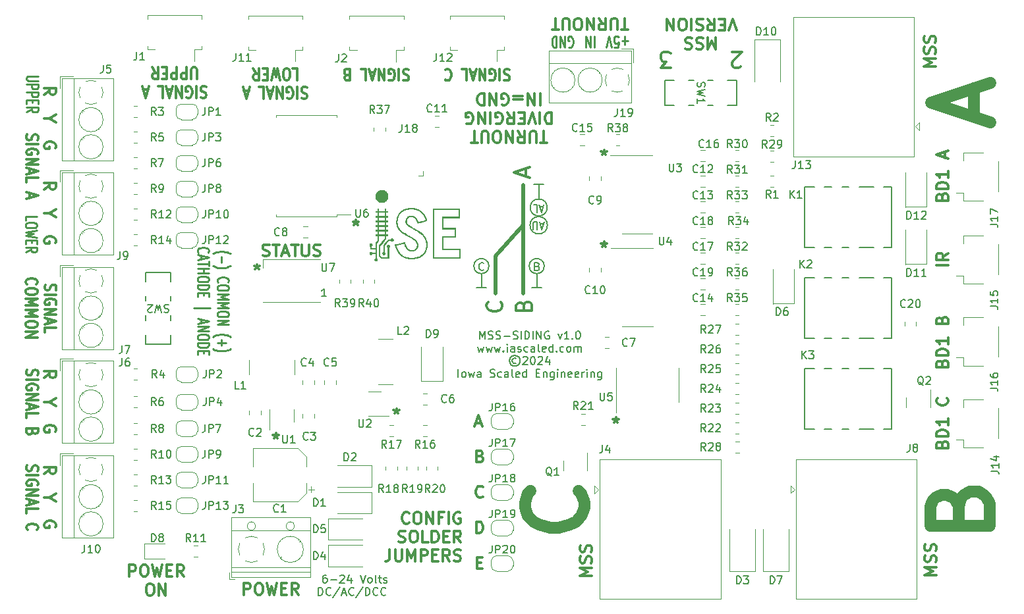
<source format=gto>
G04 #@! TF.GenerationSoftware,KiCad,Pcbnew,6.0.10-86aedd382b~118~ubuntu18.04.1*
G04 #@! TF.CreationDate,2024-09-27T11:47:30-06:00*
G04 #@! TF.ProjectId,mss-siding,6d73732d-7369-4646-996e-672e6b696361,rev?*
G04 #@! TF.SameCoordinates,Original*
G04 #@! TF.FileFunction,Legend,Top*
G04 #@! TF.FilePolarity,Positive*
%FSLAX46Y46*%
G04 Gerber Fmt 4.6, Leading zero omitted, Abs format (unit mm)*
G04 Created by KiCad (PCBNEW 6.0.10-86aedd382b~118~ubuntu18.04.1) date 2024-09-27 11:47:30*
%MOMM*%
%LPD*%
G01*
G04 APERTURE LIST*
%ADD10C,0.000000*%
%ADD11C,0.508000*%
%ADD12C,0.150000*%
%ADD13C,0.300000*%
%ADD14C,0.152400*%
%ADD15C,0.254000*%
%ADD16C,1.524000*%
%ADD17C,0.120000*%
G04 APERTURE END LIST*
D10*
G36*
X73912636Y-144703580D02*
G01*
X73927503Y-144705349D01*
X73942286Y-144708018D01*
X73956873Y-144711561D01*
X73971155Y-144715946D01*
X73985020Y-144721146D01*
X73998358Y-144727132D01*
X74011058Y-144733874D01*
X74023010Y-144741343D01*
X74034103Y-144749512D01*
X74039292Y-144753849D01*
X74044226Y-144758350D01*
X74048890Y-144763011D01*
X74053270Y-144767829D01*
X74062020Y-144778374D01*
X74070020Y-144789220D01*
X74077275Y-144800337D01*
X74083789Y-144811696D01*
X74089569Y-144823266D01*
X74094621Y-144835017D01*
X74098949Y-144846920D01*
X74102559Y-144858945D01*
X74105458Y-144871061D01*
X74107650Y-144883240D01*
X74109141Y-144895451D01*
X74109936Y-144907665D01*
X74110042Y-144919851D01*
X74109463Y-144931980D01*
X74108205Y-144944022D01*
X74106275Y-144955947D01*
X74103676Y-144967726D01*
X74100416Y-144979327D01*
X74096499Y-144990723D01*
X74091931Y-145001882D01*
X74086717Y-145012774D01*
X74080864Y-145023371D01*
X74074376Y-145033642D01*
X74067260Y-145043558D01*
X74059520Y-145053087D01*
X74051163Y-145062202D01*
X74042193Y-145070871D01*
X74032617Y-145079065D01*
X74022440Y-145086755D01*
X74011668Y-145093909D01*
X74000305Y-145100499D01*
X73988359Y-145106495D01*
X73978424Y-145110712D01*
X73967983Y-145114367D01*
X73957108Y-145117459D01*
X73945871Y-145119989D01*
X73934345Y-145121957D01*
X73922601Y-145123363D01*
X73910713Y-145124206D01*
X73898753Y-145124487D01*
X73886793Y-145124206D01*
X73874905Y-145123363D01*
X73863161Y-145121957D01*
X73851635Y-145119989D01*
X73840398Y-145117459D01*
X73829523Y-145114367D01*
X73819082Y-145110712D01*
X73809148Y-145106495D01*
X73802513Y-145103049D01*
X73795392Y-145098868D01*
X73787912Y-145094060D01*
X73780198Y-145088735D01*
X73772376Y-145083001D01*
X73764573Y-145076966D01*
X73756915Y-145070738D01*
X73749528Y-145064427D01*
X73742538Y-145058140D01*
X73736070Y-145051987D01*
X73730252Y-145046076D01*
X73725208Y-145040515D01*
X73721066Y-145035413D01*
X73719373Y-145033068D01*
X73717952Y-145030879D01*
X73716819Y-145028858D01*
X73715990Y-145027020D01*
X73715482Y-145025378D01*
X73715309Y-145023946D01*
X73714585Y-145023293D01*
X73712460Y-145022660D01*
X73704295Y-145021465D01*
X73691384Y-145020386D01*
X73674298Y-145019448D01*
X73653607Y-145018675D01*
X73629881Y-145018092D01*
X73575609Y-145017596D01*
X73435909Y-145017596D01*
X73180498Y-145340034D01*
X72925087Y-145663179D01*
X72925087Y-146454812D01*
X72943431Y-146464690D01*
X72949242Y-146468142D01*
X72955259Y-146472364D01*
X72961422Y-146477283D01*
X72967673Y-146482825D01*
X72973954Y-146488917D01*
X72980204Y-146495485D01*
X72986365Y-146502456D01*
X72992379Y-146509757D01*
X72998186Y-146517315D01*
X73003727Y-146525055D01*
X73008944Y-146532905D01*
X73013777Y-146540791D01*
X73018168Y-146548639D01*
X73022058Y-146556377D01*
X73025387Y-146563932D01*
X73028098Y-146571228D01*
X73031009Y-146581356D01*
X73033398Y-146592089D01*
X73035269Y-146603323D01*
X73036630Y-146614951D01*
X73037487Y-146626869D01*
X73037846Y-146638970D01*
X73037713Y-146651151D01*
X73037094Y-146663304D01*
X73035995Y-146675325D01*
X73034423Y-146687108D01*
X73032384Y-146698548D01*
X73029884Y-146709540D01*
X73026929Y-146719977D01*
X73023525Y-146729756D01*
X73019680Y-146738769D01*
X73015398Y-146746912D01*
X73007229Y-146759868D01*
X72998598Y-146772010D01*
X72989506Y-146783336D01*
X72979955Y-146793842D01*
X72969944Y-146803526D01*
X72959476Y-146812384D01*
X72948550Y-146820413D01*
X72937169Y-146827610D01*
X72925333Y-146833972D01*
X72913044Y-146839496D01*
X72900302Y-146844178D01*
X72887108Y-146848016D01*
X72873463Y-146851007D01*
X72859369Y-146853147D01*
X72844827Y-146854433D01*
X72829836Y-146854862D01*
X72818552Y-146854600D01*
X72807461Y-146853819D01*
X72796573Y-146852531D01*
X72785900Y-146850746D01*
X72775454Y-146848477D01*
X72765244Y-146845733D01*
X72755281Y-146842526D01*
X72745578Y-146838866D01*
X72736144Y-146834765D01*
X72726991Y-146830234D01*
X72718130Y-146825284D01*
X72709571Y-146819925D01*
X72701326Y-146814169D01*
X72693406Y-146808026D01*
X72685821Y-146801508D01*
X72678583Y-146794625D01*
X72671703Y-146787389D01*
X72665191Y-146779811D01*
X72659058Y-146771901D01*
X72653317Y-146763670D01*
X72647977Y-146755130D01*
X72643049Y-146746292D01*
X72638545Y-146737166D01*
X72634475Y-146727763D01*
X72630851Y-146718094D01*
X72627683Y-146708171D01*
X72624982Y-146698005D01*
X72622760Y-146687605D01*
X72621027Y-146676984D01*
X72619795Y-146666153D01*
X72619074Y-146655121D01*
X72618875Y-146643901D01*
X72619149Y-146631646D01*
X72619972Y-146619744D01*
X72621350Y-146608185D01*
X72623285Y-146596959D01*
X72625783Y-146586056D01*
X72628847Y-146575465D01*
X72632482Y-146565175D01*
X72636691Y-146555177D01*
X72641479Y-146545461D01*
X72646850Y-146536014D01*
X72652808Y-146526829D01*
X72659357Y-146517893D01*
X72666501Y-146509198D01*
X72674245Y-146500731D01*
X72682593Y-146492484D01*
X72691548Y-146484446D01*
X72727531Y-146453401D01*
X72727531Y-145587684D01*
X73033037Y-145201040D01*
X73337836Y-144813690D01*
X73524809Y-144812984D01*
X73711781Y-144812279D01*
X73730831Y-144784762D01*
X73735416Y-144778473D01*
X73740422Y-144772316D01*
X73745825Y-144766307D01*
X73751601Y-144760465D01*
X73757723Y-144754803D01*
X73764168Y-144749341D01*
X73770911Y-144744093D01*
X73777927Y-144739077D01*
X73785190Y-144734309D01*
X73792677Y-144729806D01*
X73800362Y-144725584D01*
X73808221Y-144721659D01*
X73816229Y-144718049D01*
X73824361Y-144714769D01*
X73832592Y-144711837D01*
X73840898Y-144709268D01*
X73847648Y-144707550D01*
X73854530Y-144706096D01*
X73868631Y-144703971D01*
X73883089Y-144702862D01*
X73897794Y-144702741D01*
X73912636Y-144703580D01*
G37*
G36*
X71725642Y-143804040D02*
G01*
X71725642Y-143578262D01*
X71979642Y-143578262D01*
X72177198Y-143578262D01*
X72946253Y-143578262D01*
X72946253Y-143204318D01*
X72177198Y-143204318D01*
X72177198Y-143578262D01*
X71979642Y-143578262D01*
X71979642Y-143204318D01*
X71725642Y-143204318D01*
X71725642Y-142978540D01*
X71979642Y-142978540D01*
X72177198Y-142978540D01*
X72946253Y-142978540D01*
X72946253Y-142604596D01*
X72177198Y-142604596D01*
X72177198Y-142978540D01*
X71979642Y-142978540D01*
X71979642Y-142604596D01*
X71725642Y-142604596D01*
X71725642Y-142385873D01*
X71979642Y-142385873D01*
X72177198Y-142385873D01*
X72946253Y-142385873D01*
X72946253Y-142011929D01*
X72177198Y-142011929D01*
X72177198Y-142385873D01*
X71979642Y-142385873D01*
X71979642Y-142011929D01*
X71725642Y-142011929D01*
X71725642Y-141786151D01*
X71979642Y-141786151D01*
X72177198Y-141786151D01*
X72946253Y-141786151D01*
X72946253Y-141412207D01*
X72177198Y-141412207D01*
X72177198Y-141786151D01*
X71979642Y-141786151D01*
X71979642Y-141412207D01*
X71725642Y-141412207D01*
X71725642Y-141193485D01*
X71979642Y-141193485D01*
X71979642Y-140840707D01*
X72177198Y-140840707D01*
X72177198Y-141193485D01*
X72946253Y-141193485D01*
X72946253Y-140840707D01*
X73143809Y-140840707D01*
X73143809Y-141193485D01*
X73397809Y-141193485D01*
X73397809Y-141412207D01*
X73143809Y-141412207D01*
X73143809Y-141786151D01*
X73397809Y-141786151D01*
X73397809Y-142011929D01*
X73143809Y-142011929D01*
X73143809Y-142385873D01*
X73397809Y-142385873D01*
X73397809Y-142604596D01*
X73143809Y-142604596D01*
X73143809Y-142978540D01*
X73397809Y-142978540D01*
X73397809Y-143204318D01*
X73143809Y-143204318D01*
X73143809Y-143578262D01*
X73397809Y-143578262D01*
X73397809Y-143804040D01*
X73143809Y-143804040D01*
X73143809Y-144170929D01*
X73397809Y-144170929D01*
X73397809Y-144403763D01*
X73143809Y-144403763D01*
X73143809Y-144732551D01*
X72752225Y-145227145D01*
X72360642Y-145722445D01*
X72360642Y-146834401D01*
X72632281Y-147106040D01*
X73299031Y-147106040D01*
X73299031Y-146521134D01*
X73299003Y-146330867D01*
X73298938Y-146253534D01*
X73298810Y-146186977D01*
X73298717Y-146157484D01*
X73298600Y-146130379D01*
X73298458Y-146105559D01*
X73298287Y-146082922D01*
X73298085Y-146062367D01*
X73297849Y-146043790D01*
X73297578Y-146027090D01*
X73297267Y-146012164D01*
X73296915Y-145998911D01*
X73296519Y-145987227D01*
X73296077Y-145977012D01*
X73295838Y-145972422D01*
X73295586Y-145968162D01*
X73295321Y-145964217D01*
X73295043Y-145960576D01*
X73294751Y-145957224D01*
X73294445Y-145954151D01*
X73294126Y-145951342D01*
X73293791Y-145948785D01*
X73293442Y-145946467D01*
X73293078Y-145944376D01*
X73292698Y-145942498D01*
X73292302Y-145940821D01*
X73291890Y-145939333D01*
X73291462Y-145938020D01*
X73291017Y-145936869D01*
X73290555Y-145935868D01*
X73290075Y-145935005D01*
X73289578Y-145934265D01*
X73289062Y-145933637D01*
X73288528Y-145933108D01*
X73287975Y-145932665D01*
X73287404Y-145932294D01*
X73286813Y-145931985D01*
X73286202Y-145931723D01*
X73284920Y-145931290D01*
X73282590Y-145930398D01*
X73280108Y-145929186D01*
X73274733Y-145925865D01*
X73268896Y-145921450D01*
X73262695Y-145916065D01*
X73256229Y-145909833D01*
X73249598Y-145902876D01*
X73242901Y-145895318D01*
X73236237Y-145887281D01*
X73229705Y-145878888D01*
X73223404Y-145870263D01*
X73217435Y-145861529D01*
X73211895Y-145852808D01*
X73206884Y-145844223D01*
X73202502Y-145835898D01*
X73198848Y-145827955D01*
X73196020Y-145820518D01*
X73192993Y-145810368D01*
X73190521Y-145799805D01*
X73188600Y-145788897D01*
X73187222Y-145777711D01*
X73186382Y-145766314D01*
X73186073Y-145754773D01*
X73186289Y-145743156D01*
X73187024Y-145731530D01*
X73188271Y-145719961D01*
X73190025Y-145708518D01*
X73192279Y-145697267D01*
X73195028Y-145686275D01*
X73198264Y-145675610D01*
X73201981Y-145665338D01*
X73206174Y-145655528D01*
X73210836Y-145646246D01*
X73215365Y-145638162D01*
X73219977Y-145630556D01*
X73224707Y-145623396D01*
X73229589Y-145616645D01*
X73234657Y-145610271D01*
X73239945Y-145604239D01*
X73245487Y-145598514D01*
X73251318Y-145593064D01*
X73257471Y-145587853D01*
X73263980Y-145582849D01*
X73270881Y-145578015D01*
X73278206Y-145573319D01*
X73285990Y-145568727D01*
X73294267Y-145564204D01*
X73303071Y-145559716D01*
X73312436Y-145555229D01*
X73323764Y-145550253D01*
X73328925Y-145548183D01*
X73333868Y-145546376D01*
X73338678Y-145544822D01*
X73343442Y-145543508D01*
X73348248Y-145542424D01*
X73353182Y-145541559D01*
X73358331Y-145540899D01*
X73363782Y-145540435D01*
X73369622Y-145540156D01*
X73375937Y-145540048D01*
X73382814Y-145540102D01*
X73390340Y-145540306D01*
X73407686Y-145541117D01*
X73419743Y-145541915D01*
X73431080Y-145543000D01*
X73441756Y-145544395D01*
X73451828Y-145546122D01*
X73461354Y-145548206D01*
X73470393Y-145550667D01*
X73479001Y-145553530D01*
X73487238Y-145556816D01*
X73495160Y-145560549D01*
X73502826Y-145564751D01*
X73510294Y-145569445D01*
X73517621Y-145574654D01*
X73524865Y-145580400D01*
X73532085Y-145586706D01*
X73539337Y-145593595D01*
X73546681Y-145601090D01*
X73554547Y-145609582D01*
X73561757Y-145617900D01*
X73568329Y-145626101D01*
X73574286Y-145634240D01*
X73579647Y-145642375D01*
X73584434Y-145650563D01*
X73588666Y-145658860D01*
X73592366Y-145667324D01*
X73595552Y-145676011D01*
X73598247Y-145684978D01*
X73600471Y-145694282D01*
X73602243Y-145703980D01*
X73603586Y-145714128D01*
X73604520Y-145724784D01*
X73605065Y-145736004D01*
X73605242Y-145747845D01*
X73605092Y-145761358D01*
X73604374Y-145774385D01*
X73603081Y-145786939D01*
X73601207Y-145799031D01*
X73598746Y-145810673D01*
X73595692Y-145821875D01*
X73592039Y-145832650D01*
X73587779Y-145843008D01*
X73582908Y-145852960D01*
X73580242Y-145857788D01*
X73577419Y-145862519D01*
X73574441Y-145867155D01*
X73571306Y-145871696D01*
X73564562Y-145880501D01*
X73557182Y-145888947D01*
X73549159Y-145897045D01*
X73540486Y-145904805D01*
X73531159Y-145912240D01*
X73497292Y-145938346D01*
X73497292Y-146620617D01*
X73496586Y-147303595D01*
X72547614Y-147303595D01*
X72355703Y-147111685D01*
X72163087Y-146919068D01*
X72163087Y-145646246D01*
X72554670Y-145150946D01*
X72946253Y-144656351D01*
X72946253Y-144403763D01*
X72177198Y-144403763D01*
X72177198Y-144726201D01*
X72176492Y-145049345D01*
X72050198Y-145208095D01*
X71923903Y-145366845D01*
X71923198Y-146312290D01*
X71923198Y-147257734D01*
X71958475Y-147288074D01*
X71968020Y-147296546D01*
X71976821Y-147305055D01*
X71984897Y-147313636D01*
X71992265Y-147322326D01*
X71998942Y-147331160D01*
X72004947Y-147340175D01*
X72010296Y-147349408D01*
X72015008Y-147358893D01*
X72019100Y-147368668D01*
X72022589Y-147378769D01*
X72025493Y-147389231D01*
X72027829Y-147400091D01*
X72029616Y-147411385D01*
X72030871Y-147423150D01*
X72031611Y-147435421D01*
X72031853Y-147448234D01*
X72031932Y-147464773D01*
X72031808Y-147472069D01*
X72031556Y-147478816D01*
X72031158Y-147485092D01*
X72030601Y-147490973D01*
X72029867Y-147496536D01*
X72028943Y-147501857D01*
X72027812Y-147507012D01*
X72026458Y-147512079D01*
X72024867Y-147517133D01*
X72023023Y-147522251D01*
X72020910Y-147527510D01*
X72018512Y-147532986D01*
X72015815Y-147538755D01*
X72012803Y-147544895D01*
X72005479Y-147558627D01*
X71997532Y-147571510D01*
X71988969Y-147583538D01*
X71979796Y-147594703D01*
X71970020Y-147605000D01*
X71959647Y-147614423D01*
X71948682Y-147622965D01*
X71937132Y-147630620D01*
X71925004Y-147637383D01*
X71912303Y-147643246D01*
X71899036Y-147648204D01*
X71885208Y-147652250D01*
X71870826Y-147655379D01*
X71855897Y-147657583D01*
X71840426Y-147658857D01*
X71824420Y-147659195D01*
X71811832Y-147658962D01*
X71799714Y-147658253D01*
X71788044Y-147657056D01*
X71776795Y-147655359D01*
X71765943Y-147653149D01*
X71755463Y-147650414D01*
X71745330Y-147647142D01*
X71735520Y-147643320D01*
X71726007Y-147638936D01*
X71716768Y-147633977D01*
X71707776Y-147628431D01*
X71699007Y-147622286D01*
X71690437Y-147615529D01*
X71682041Y-147608147D01*
X71673793Y-147600129D01*
X71665670Y-147591462D01*
X71658301Y-147582874D01*
X71651534Y-147574284D01*
X71645358Y-147565656D01*
X71639763Y-147556956D01*
X71634738Y-147548149D01*
X71630274Y-147539199D01*
X71626359Y-147530071D01*
X71622984Y-147520730D01*
X71620138Y-147511142D01*
X71617811Y-147501270D01*
X71615992Y-147491079D01*
X71614672Y-147480536D01*
X71613839Y-147469603D01*
X71613484Y-147458247D01*
X71613596Y-147446432D01*
X71614164Y-147434123D01*
X71615222Y-147422234D01*
X71616806Y-147410647D01*
X71618913Y-147399366D01*
X71621540Y-147388395D01*
X71624683Y-147377737D01*
X71628340Y-147367399D01*
X71632508Y-147357382D01*
X71637183Y-147347693D01*
X71642363Y-147338334D01*
X71648043Y-147329310D01*
X71654222Y-147320624D01*
X71660896Y-147312283D01*
X71668062Y-147304288D01*
X71675717Y-147296645D01*
X71683858Y-147289357D01*
X71692481Y-147282429D01*
X71725642Y-147257734D01*
X71725642Y-146746206D01*
X71362281Y-146746206D01*
X71331237Y-146782190D01*
X71321532Y-146792813D01*
X71311361Y-146802595D01*
X71300762Y-146811540D01*
X71289773Y-146819655D01*
X71278432Y-146826944D01*
X71266777Y-146833413D01*
X71254846Y-146839068D01*
X71242678Y-146843915D01*
X71230311Y-146847959D01*
X71217782Y-146851205D01*
X71205130Y-146853659D01*
X71192392Y-146855327D01*
X71179608Y-146856214D01*
X71166815Y-146856325D01*
X71154051Y-146855667D01*
X71141354Y-146854245D01*
X71128763Y-146852064D01*
X71116315Y-146849130D01*
X71104049Y-146845449D01*
X71092002Y-146841025D01*
X71080214Y-146835866D01*
X71068721Y-146829975D01*
X71057563Y-146823359D01*
X71046776Y-146816024D01*
X71036401Y-146807974D01*
X71026473Y-146799216D01*
X71017032Y-146789754D01*
X71008116Y-146779595D01*
X70999762Y-146768744D01*
X70992009Y-146757207D01*
X70984896Y-146744989D01*
X70978459Y-146732096D01*
X70975120Y-146724497D01*
X70972114Y-146716790D01*
X70969438Y-146708985D01*
X70967090Y-146701095D01*
X70965068Y-146693131D01*
X70963368Y-146685103D01*
X70961990Y-146677024D01*
X70960930Y-146668904D01*
X70959757Y-146652590D01*
X70959831Y-146636250D01*
X70961132Y-146619977D01*
X70963642Y-146603861D01*
X70967343Y-146587993D01*
X70972216Y-146572464D01*
X70978243Y-146557365D01*
X70985404Y-146542786D01*
X70989405Y-146535721D01*
X70993682Y-146528820D01*
X70998233Y-146522095D01*
X71003057Y-146515556D01*
X71008150Y-146509216D01*
X71013511Y-146503086D01*
X71019137Y-146497178D01*
X71025026Y-146491501D01*
X71033385Y-146484131D01*
X71041563Y-146477357D01*
X71049612Y-146471161D01*
X71057580Y-146465528D01*
X71065520Y-146460440D01*
X71073481Y-146455881D01*
X71081515Y-146451835D01*
X71089672Y-146448286D01*
X71098002Y-146445215D01*
X71106557Y-146442608D01*
X71115387Y-146440447D01*
X71124542Y-146438717D01*
X71134073Y-146437399D01*
X71144032Y-146436479D01*
X71154467Y-146435938D01*
X71165431Y-146435762D01*
X71178671Y-146435948D01*
X71191180Y-146436526D01*
X71203021Y-146437520D01*
X71214258Y-146438959D01*
X71224953Y-146440869D01*
X71235169Y-146443278D01*
X71244971Y-146446211D01*
X71254419Y-146449697D01*
X71263579Y-146453761D01*
X71272512Y-146458431D01*
X71281281Y-146463733D01*
X71289951Y-146469695D01*
X71298583Y-146476343D01*
X71307241Y-146483704D01*
X71315988Y-146491805D01*
X71324887Y-146500673D01*
X71365809Y-146541595D01*
X71725642Y-146541595D01*
X71725642Y-146139429D01*
X71069476Y-146139429D01*
X71069476Y-145733735D01*
X71033492Y-145702690D01*
X71022166Y-145692352D01*
X71011744Y-145681468D01*
X71002235Y-145670072D01*
X70993650Y-145658196D01*
X70986000Y-145645873D01*
X70979294Y-145633138D01*
X70973543Y-145620021D01*
X70968757Y-145606558D01*
X70964948Y-145592780D01*
X70962124Y-145578722D01*
X70960296Y-145564415D01*
X70959475Y-145549893D01*
X70959671Y-145535189D01*
X70960894Y-145520337D01*
X70963155Y-145505369D01*
X70966464Y-145490318D01*
X70971824Y-145472141D01*
X70978354Y-145454934D01*
X70982046Y-145446703D01*
X70986017Y-145438726D01*
X70990261Y-145431005D01*
X70994775Y-145423544D01*
X70999553Y-145416346D01*
X71004591Y-145409416D01*
X71009885Y-145402756D01*
X71015429Y-145396370D01*
X71021219Y-145390262D01*
X71027250Y-145384434D01*
X71033518Y-145378892D01*
X71040019Y-145373637D01*
X71046746Y-145368673D01*
X71053696Y-145364005D01*
X71060865Y-145359635D01*
X71068246Y-145355566D01*
X71075837Y-145351804D01*
X71083631Y-145348350D01*
X71091626Y-145345208D01*
X71099814Y-145342383D01*
X71108193Y-145339876D01*
X71116758Y-145337693D01*
X71134425Y-145334309D01*
X71152779Y-145332258D01*
X71171781Y-145331568D01*
X71179679Y-145331762D01*
X71187493Y-145332209D01*
X71195221Y-145332909D01*
X71202859Y-145333857D01*
X71210401Y-145335051D01*
X71217843Y-145336490D01*
X71225183Y-145338170D01*
X71232415Y-145340090D01*
X71239535Y-145342246D01*
X71246540Y-145344636D01*
X71253424Y-145347258D01*
X71260185Y-145350109D01*
X71266817Y-145353188D01*
X71273318Y-145356490D01*
X71279681Y-145360015D01*
X71285905Y-145363759D01*
X71291983Y-145367720D01*
X71297913Y-145371896D01*
X71303690Y-145376283D01*
X71309309Y-145380881D01*
X71314768Y-145385686D01*
X71320061Y-145390695D01*
X71325184Y-145395907D01*
X71330134Y-145401319D01*
X71334906Y-145406928D01*
X71339497Y-145412732D01*
X71343901Y-145418728D01*
X71348115Y-145424915D01*
X71352135Y-145431289D01*
X71355956Y-145437848D01*
X71359575Y-145444590D01*
X71362987Y-145451512D01*
X71366608Y-145459940D01*
X71369798Y-145469030D01*
X71372557Y-145478698D01*
X71374882Y-145488863D01*
X71376773Y-145499440D01*
X71378229Y-145510349D01*
X71379249Y-145521505D01*
X71379832Y-145532827D01*
X71379976Y-145544232D01*
X71379682Y-145555637D01*
X71378947Y-145566959D01*
X71377770Y-145578115D01*
X71376152Y-145589024D01*
X71374089Y-145599602D01*
X71371583Y-145609766D01*
X71368631Y-145619435D01*
X71365991Y-145626296D01*
X71362628Y-145633579D01*
X71358629Y-145641176D01*
X71354079Y-145648980D01*
X71349066Y-145656883D01*
X71343678Y-145664777D01*
X71337999Y-145672556D01*
X71332119Y-145680112D01*
X71326122Y-145687337D01*
X71320097Y-145694124D01*
X71314129Y-145700365D01*
X71308306Y-145705953D01*
X71302715Y-145710780D01*
X71297442Y-145714739D01*
X71294952Y-145716360D01*
X71292574Y-145717723D01*
X71290319Y-145718815D01*
X71288198Y-145719623D01*
X71285830Y-145720473D01*
X71283743Y-145721524D01*
X71281918Y-145722911D01*
X71280337Y-145724772D01*
X71278985Y-145727239D01*
X71277842Y-145730450D01*
X71276891Y-145734540D01*
X71276115Y-145739643D01*
X71275496Y-145745896D01*
X71275017Y-145753433D01*
X71274406Y-145772904D01*
X71274143Y-145799137D01*
X71274087Y-145833218D01*
X71274087Y-145941874D01*
X71725642Y-145941874D01*
X71725642Y-145291351D01*
X71852642Y-145131896D01*
X71979642Y-144971734D01*
X71979642Y-144403763D01*
X71725642Y-144403763D01*
X71725642Y-144170929D01*
X71979642Y-144170929D01*
X72177198Y-144170929D01*
X72946253Y-144170929D01*
X72946253Y-143804040D01*
X72177198Y-143804040D01*
X72177198Y-144170929D01*
X71979642Y-144170929D01*
X71979642Y-143804040D01*
X71725642Y-143804040D01*
G37*
D11*
X87122000Y-151765000D02*
X87122000Y-147002500D01*
X90678000Y-143002000D02*
X87122000Y-146939000D01*
D12*
X93421200Y-148259800D02*
G75*
G03*
X93421200Y-148259800I-965200J0D01*
G01*
X85344000Y-151024470D02*
X85979000Y-151024470D01*
X85344000Y-149225000D02*
X85344000Y-151024470D01*
X92075000Y-137744200D02*
X93345000Y-137744200D01*
D10*
G36*
X72578659Y-138464220D02*
G01*
X72621257Y-138465567D01*
X72660944Y-138467725D01*
X72694943Y-138470644D01*
X72708941Y-138472373D01*
X72720475Y-138474274D01*
X72751223Y-138480655D01*
X72781545Y-138488153D01*
X72811428Y-138496759D01*
X72840861Y-138506465D01*
X72869831Y-138517262D01*
X72898325Y-138529142D01*
X72926332Y-138542097D01*
X72953838Y-138556118D01*
X72980832Y-138571198D01*
X73007300Y-138587328D01*
X73033232Y-138604500D01*
X73058613Y-138622705D01*
X73083432Y-138641936D01*
X73107677Y-138662183D01*
X73131334Y-138683439D01*
X73154392Y-138705696D01*
X73174227Y-138726176D01*
X73193251Y-138747132D01*
X73211463Y-138768562D01*
X73228861Y-138790462D01*
X73245445Y-138812829D01*
X73261213Y-138835660D01*
X73276165Y-138858952D01*
X73290300Y-138882702D01*
X73303616Y-138906907D01*
X73316112Y-138931563D01*
X73327787Y-138956668D01*
X73338641Y-138982219D01*
X73348673Y-139008211D01*
X73357880Y-139034643D01*
X73366263Y-139061511D01*
X73373820Y-139088812D01*
X73380311Y-139116214D01*
X73385765Y-139144615D01*
X73390185Y-139173871D01*
X73393575Y-139203840D01*
X73395941Y-139234380D01*
X73397285Y-139265347D01*
X73397612Y-139296600D01*
X73396927Y-139327996D01*
X73395232Y-139359391D01*
X73392534Y-139390644D01*
X73388834Y-139421612D01*
X73384138Y-139452152D01*
X73378451Y-139482121D01*
X73371775Y-139511377D01*
X73364115Y-139539777D01*
X73355475Y-139567179D01*
X73346981Y-139591120D01*
X73337892Y-139614541D01*
X73328190Y-139637468D01*
X73317860Y-139659927D01*
X73306886Y-139681943D01*
X73295250Y-139703543D01*
X73282935Y-139724752D01*
X73269927Y-139745596D01*
X73256207Y-139766102D01*
X73241760Y-139786294D01*
X73226568Y-139806199D01*
X73210616Y-139825842D01*
X73193887Y-139845250D01*
X73176364Y-139864448D01*
X73158030Y-139883462D01*
X73138870Y-139902318D01*
X73110873Y-139928264D01*
X73082175Y-139952659D01*
X73052770Y-139975506D01*
X73022652Y-139996807D01*
X72991814Y-140016567D01*
X72960251Y-140034787D01*
X72927957Y-140051472D01*
X72894924Y-140066624D01*
X72861147Y-140080247D01*
X72826620Y-140092343D01*
X72791337Y-140102915D01*
X72755290Y-140111967D01*
X72718475Y-140119502D01*
X72680884Y-140125523D01*
X72642513Y-140130033D01*
X72603353Y-140133035D01*
X72559628Y-140134363D01*
X72516085Y-140133339D01*
X72472806Y-140129994D01*
X72429875Y-140124358D01*
X72387373Y-140116461D01*
X72345384Y-140106332D01*
X72303991Y-140094002D01*
X72263275Y-140079501D01*
X72223321Y-140062858D01*
X72184209Y-140044103D01*
X72146024Y-140023267D01*
X72108847Y-140000379D01*
X72072762Y-139975470D01*
X72037851Y-139948569D01*
X72004196Y-139919707D01*
X71971881Y-139888912D01*
X71942489Y-139858267D01*
X71914912Y-139826675D01*
X71889159Y-139794165D01*
X71865243Y-139760766D01*
X71843175Y-139726507D01*
X71822966Y-139691417D01*
X71804628Y-139655526D01*
X71788172Y-139618861D01*
X71773609Y-139581452D01*
X71760952Y-139543328D01*
X71750210Y-139504518D01*
X71741396Y-139465050D01*
X71734521Y-139424954D01*
X71729596Y-139384258D01*
X71726632Y-139342992D01*
X71725642Y-139301184D01*
X71726398Y-139264711D01*
X71728650Y-139228602D01*
X71732369Y-139192892D01*
X71737530Y-139157615D01*
X71744107Y-139122805D01*
X71752073Y-139088497D01*
X71761401Y-139054724D01*
X71772066Y-139021520D01*
X71784039Y-138988920D01*
X71797296Y-138956958D01*
X71811809Y-138925667D01*
X71827552Y-138895083D01*
X71844499Y-138865238D01*
X71862623Y-138836167D01*
X71881897Y-138807905D01*
X71902296Y-138780485D01*
X71923792Y-138753941D01*
X71946359Y-138728308D01*
X71969971Y-138703620D01*
X71994601Y-138679910D01*
X72020222Y-138657213D01*
X72046809Y-138635564D01*
X72074335Y-138614995D01*
X72102773Y-138595541D01*
X72132096Y-138577237D01*
X72162279Y-138560116D01*
X72193294Y-138544213D01*
X72225116Y-138529561D01*
X72257718Y-138516195D01*
X72291073Y-138504148D01*
X72325154Y-138493456D01*
X72359937Y-138484152D01*
X72382536Y-138478838D01*
X72404210Y-138473921D01*
X72413914Y-138471818D01*
X72422444Y-138470063D01*
X72429486Y-138468737D01*
X72434725Y-138467924D01*
X72446756Y-138466600D01*
X72461184Y-138465534D01*
X72495844Y-138464153D01*
X72535929Y-138463732D01*
X72578659Y-138464220D01*
G37*
D12*
X92456000Y-149225000D02*
X92456000Y-151024470D01*
D11*
X90678000Y-137795000D02*
X90678000Y-151765000D01*
D12*
X93802200Y-140716000D02*
G75*
G03*
X93802200Y-140716000I-1092200J0D01*
G01*
D10*
G36*
X82570031Y-140868929D02*
G01*
X82570031Y-142110707D01*
X80495697Y-142110707D01*
X80495697Y-143359540D01*
X82076142Y-143359540D01*
X82076142Y-144594262D01*
X80495697Y-144594262D01*
X80495697Y-146054762D01*
X82654698Y-146054762D01*
X82654698Y-147289484D01*
X79119864Y-147289484D01*
X79119864Y-147106040D01*
X79303308Y-147106040D01*
X82471253Y-147106040D01*
X82471253Y-146238207D01*
X80312252Y-146238207D01*
X80312252Y-144410818D01*
X81892697Y-144410818D01*
X81892697Y-143542985D01*
X80312252Y-143542985D01*
X80312252Y-141920207D01*
X82386586Y-141920207D01*
X82386586Y-141052374D01*
X79303308Y-141052374D01*
X79303308Y-147106040D01*
X79119864Y-147106040D01*
X79119864Y-140868929D01*
X82570031Y-140868929D01*
G37*
D12*
X92710000Y-139543670D02*
X92710000Y-137744200D01*
X93827600Y-143002000D02*
G75*
G03*
X93827600Y-143002000I-1117600J0D01*
G01*
X86309200Y-148259800D02*
G75*
G03*
X86309200Y-148259800I-965200J0D01*
G01*
X93091000Y-151024470D02*
X91821000Y-151024470D01*
D10*
G36*
X74222195Y-145524272D02*
G01*
X74216787Y-145500113D01*
X74213385Y-145481349D01*
X74212197Y-145468679D01*
X74212498Y-145464847D01*
X74213431Y-145462801D01*
X74427666Y-145414040D01*
X74891734Y-145314017D01*
X75355141Y-145216242D01*
X75567392Y-145174228D01*
X75568302Y-145176641D01*
X75569906Y-145182552D01*
X75574800Y-145203245D01*
X75581283Y-145233065D01*
X75588559Y-145268773D01*
X75605189Y-145347024D01*
X75624105Y-145422204D01*
X75645276Y-145494266D01*
X75668672Y-145563166D01*
X75694264Y-145628858D01*
X75722020Y-145691296D01*
X75751912Y-145750436D01*
X75783909Y-145806230D01*
X75800688Y-145832859D01*
X75817982Y-145858635D01*
X75835787Y-145883552D01*
X75854100Y-145907604D01*
X75872916Y-145930786D01*
X75892233Y-145953093D01*
X75912046Y-145974517D01*
X75932352Y-145995054D01*
X75953146Y-146014699D01*
X75974426Y-146033444D01*
X75996187Y-146051286D01*
X76018425Y-146068217D01*
X76041138Y-146084233D01*
X76064320Y-146099327D01*
X76087969Y-146113494D01*
X76112081Y-146126728D01*
X76142872Y-146142058D01*
X76173858Y-146155767D01*
X76205040Y-146167855D01*
X76236413Y-146178322D01*
X76267977Y-146187170D01*
X76299728Y-146194396D01*
X76331666Y-146200002D01*
X76363788Y-146203987D01*
X76396091Y-146206352D01*
X76428575Y-146207096D01*
X76461236Y-146206220D01*
X76494073Y-146203723D01*
X76527084Y-146199605D01*
X76560266Y-146193867D01*
X76593617Y-146186508D01*
X76627137Y-146177529D01*
X76676526Y-146161086D01*
X76723306Y-146141200D01*
X76767396Y-146117984D01*
X76808718Y-146091550D01*
X76847191Y-146062012D01*
X76882736Y-146029482D01*
X76915274Y-145994073D01*
X76944725Y-145955896D01*
X76971008Y-145915066D01*
X76994046Y-145871694D01*
X77013758Y-145825893D01*
X77030064Y-145777776D01*
X77042885Y-145727456D01*
X77052141Y-145675045D01*
X77057754Y-145620656D01*
X77059642Y-145564401D01*
X77059042Y-145533326D01*
X77057226Y-145503023D01*
X77054168Y-145473424D01*
X77049841Y-145444457D01*
X77044221Y-145416052D01*
X77037281Y-145388139D01*
X77028995Y-145360648D01*
X77019337Y-145333508D01*
X77008282Y-145306649D01*
X76995804Y-145280002D01*
X76981877Y-145253494D01*
X76966475Y-145227057D01*
X76949573Y-145200620D01*
X76931144Y-145174113D01*
X76911163Y-145147465D01*
X76889603Y-145120606D01*
X76860539Y-145086716D01*
X76829901Y-145053609D01*
X76797187Y-145020944D01*
X76761897Y-144988381D01*
X76723532Y-144955578D01*
X76681591Y-144922194D01*
X76635573Y-144887888D01*
X76584979Y-144852319D01*
X76468061Y-144776028D01*
X76326834Y-144690593D01*
X76157297Y-144593284D01*
X75955448Y-144481374D01*
X75792278Y-144391217D01*
X75651805Y-144311908D01*
X75530531Y-144241264D01*
X75424958Y-144177103D01*
X75331589Y-144117241D01*
X75246927Y-144059495D01*
X75167473Y-144001684D01*
X75089731Y-143941623D01*
X75048554Y-143907551D01*
X75003466Y-143867882D01*
X74956245Y-143824359D01*
X74908668Y-143778728D01*
X74862513Y-143732734D01*
X74819558Y-143688120D01*
X74781581Y-143646631D01*
X74765014Y-143627604D01*
X74750359Y-143610013D01*
X74705129Y-143551507D01*
X74663093Y-143492109D01*
X74624236Y-143431771D01*
X74588544Y-143370443D01*
X74556002Y-143308078D01*
X74526596Y-143244627D01*
X74500311Y-143180041D01*
X74477132Y-143114271D01*
X74457046Y-143047270D01*
X74440038Y-142978988D01*
X74426094Y-142909377D01*
X74415198Y-142838388D01*
X74407336Y-142765973D01*
X74402495Y-142692083D01*
X74400659Y-142616670D01*
X74401814Y-142539685D01*
X74406131Y-142454190D01*
X74412997Y-142370737D01*
X74422416Y-142289318D01*
X74434391Y-142209925D01*
X74448925Y-142132550D01*
X74466021Y-142057184D01*
X74485683Y-141983818D01*
X74507912Y-141912446D01*
X74532713Y-141843057D01*
X74560089Y-141775645D01*
X74590042Y-141710201D01*
X74622576Y-141646716D01*
X74657694Y-141585182D01*
X74695398Y-141525592D01*
X74735693Y-141467936D01*
X74778581Y-141412207D01*
X74790148Y-141398340D01*
X74803282Y-141383326D01*
X74833449Y-141350625D01*
X74867469Y-141315642D01*
X74903729Y-141279915D01*
X74940618Y-141244982D01*
X74976523Y-141212380D01*
X75009831Y-141183648D01*
X75025008Y-141171214D01*
X75038931Y-141160324D01*
X75091775Y-141122515D01*
X75146566Y-141086621D01*
X75203264Y-141052653D01*
X75261832Y-141020624D01*
X75322231Y-140990546D01*
X75384423Y-140962432D01*
X75448370Y-140936294D01*
X75514034Y-140912145D01*
X75581377Y-140889996D01*
X75650360Y-140869861D01*
X75720944Y-140851751D01*
X75793093Y-140835680D01*
X75866766Y-140821659D01*
X75941928Y-140809701D01*
X76018538Y-140799818D01*
X76096559Y-140792024D01*
X76143933Y-140789215D01*
X76205545Y-140787151D01*
X76276517Y-140785847D01*
X76351970Y-140785321D01*
X76427026Y-140785588D01*
X76496807Y-140786666D01*
X76556435Y-140788570D01*
X76601031Y-140791318D01*
X76756666Y-140810576D01*
X76906744Y-140839414D01*
X76979642Y-140857382D01*
X77051082Y-140877691D01*
X77121042Y-140900324D01*
X77189497Y-140925263D01*
X77256426Y-140952491D01*
X77321806Y-140981989D01*
X77385613Y-141013739D01*
X77447826Y-141047724D01*
X77508420Y-141083926D01*
X77567373Y-141122327D01*
X77624663Y-141162910D01*
X77680266Y-141205656D01*
X77734160Y-141250547D01*
X77786321Y-141297566D01*
X77836727Y-141346695D01*
X77885356Y-141397917D01*
X77932183Y-141451212D01*
X77977186Y-141506564D01*
X78020343Y-141563955D01*
X78061630Y-141623366D01*
X78101025Y-141684781D01*
X78138504Y-141748181D01*
X78174046Y-141813547D01*
X78207626Y-141880864D01*
X78239223Y-141950112D01*
X78268813Y-142021274D01*
X78321881Y-142169268D01*
X78333248Y-142205454D01*
X78345219Y-142246162D01*
X78357141Y-142288839D01*
X78368359Y-142330928D01*
X78378222Y-142369876D01*
X78386075Y-142403126D01*
X78391266Y-142428125D01*
X78392659Y-142436732D01*
X78393142Y-142442318D01*
X78391371Y-142444232D01*
X78385888Y-142447116D01*
X78362759Y-142456098D01*
X78260674Y-142489061D01*
X78070483Y-142546101D01*
X77775781Y-142632112D01*
X77535605Y-142701543D01*
X77338689Y-142757877D01*
X77205273Y-142795426D01*
X77168703Y-142805378D01*
X77155598Y-142808501D01*
X77154399Y-142806023D01*
X77151960Y-142799924D01*
X77143956Y-142778515D01*
X77132777Y-142747581D01*
X77119614Y-142710429D01*
X77089000Y-142626912D01*
X77057695Y-142548806D01*
X77025618Y-142476014D01*
X76992691Y-142408440D01*
X76958834Y-142345989D01*
X76923967Y-142288563D01*
X76906130Y-142261705D01*
X76888011Y-142236068D01*
X76869599Y-142211639D01*
X76850886Y-142188406D01*
X76831860Y-142166358D01*
X76812512Y-142145482D01*
X76792832Y-142125767D01*
X76772810Y-142107200D01*
X76752436Y-142089769D01*
X76731701Y-142073463D01*
X76710593Y-142058269D01*
X76689104Y-142044175D01*
X76667223Y-142031170D01*
X76644940Y-142019241D01*
X76622246Y-142008376D01*
X76599131Y-141998563D01*
X76575583Y-141989791D01*
X76551595Y-141982047D01*
X76527155Y-141975319D01*
X76502253Y-141969596D01*
X76485598Y-141966355D01*
X76467765Y-141963512D01*
X76448934Y-141961067D01*
X76429283Y-141959023D01*
X76388238Y-141956139D01*
X76346061Y-141954867D01*
X76304181Y-141955216D01*
X76264029Y-141957194D01*
X76245048Y-141958796D01*
X76227036Y-141960808D01*
X76210170Y-141963232D01*
X76194631Y-141966068D01*
X76149138Y-141977166D01*
X76106315Y-141990885D01*
X76066155Y-142007236D01*
X76028649Y-142026228D01*
X76010889Y-142036717D01*
X75993789Y-142047869D01*
X75977348Y-142059687D01*
X75961566Y-142072170D01*
X75946441Y-142085320D01*
X75931973Y-142099139D01*
X75918159Y-142113628D01*
X75905000Y-142128787D01*
X75892494Y-142144617D01*
X75880641Y-142161121D01*
X75869438Y-142178299D01*
X75858886Y-142196152D01*
X75839727Y-142233889D01*
X75823156Y-142274341D01*
X75809165Y-142317517D01*
X75797745Y-142363427D01*
X75788888Y-142412079D01*
X75782586Y-142463485D01*
X75780770Y-142484939D01*
X75779564Y-142505440D01*
X75778985Y-142525078D01*
X75779048Y-142543940D01*
X75779768Y-142562116D01*
X75781160Y-142579694D01*
X75783241Y-142596765D01*
X75786026Y-142613415D01*
X75789530Y-142629735D01*
X75793769Y-142645813D01*
X75798759Y-142661738D01*
X75804514Y-142677599D01*
X75811051Y-142693484D01*
X75818384Y-142709484D01*
X75826530Y-142725686D01*
X75835503Y-142742179D01*
X75846874Y-142761404D01*
X75859561Y-142780723D01*
X75873575Y-142800145D01*
X75888927Y-142819680D01*
X75905627Y-142839339D01*
X75923684Y-142859133D01*
X75943110Y-142879072D01*
X75963914Y-142899165D01*
X75986108Y-142919424D01*
X76009701Y-142939859D01*
X76034704Y-142960479D01*
X76061127Y-142981296D01*
X76088980Y-143002320D01*
X76118274Y-143023561D01*
X76149019Y-143045029D01*
X76181225Y-143066735D01*
X76226724Y-143096433D01*
X76272429Y-143125196D01*
X76321062Y-143154605D01*
X76375341Y-143186238D01*
X76511723Y-143262493D01*
X76703336Y-143366596D01*
X76834405Y-143437359D01*
X76947018Y-143498921D01*
X77044153Y-143552991D01*
X77128787Y-143601281D01*
X77203895Y-143645504D01*
X77272455Y-143687370D01*
X77337443Y-143728591D01*
X77401836Y-143770879D01*
X77523926Y-143855904D01*
X77637854Y-143942287D01*
X77743727Y-144030196D01*
X77841651Y-144119798D01*
X77931733Y-144211260D01*
X78014078Y-144304750D01*
X78088794Y-144400435D01*
X78155987Y-144498483D01*
X78215764Y-144599061D01*
X78268230Y-144702336D01*
X78313492Y-144808477D01*
X78351658Y-144917649D01*
X78382832Y-145030022D01*
X78407122Y-145145761D01*
X78424634Y-145265036D01*
X78435475Y-145388012D01*
X78438499Y-145463592D01*
X78438628Y-145541537D01*
X78435947Y-145620904D01*
X78430536Y-145700750D01*
X78422480Y-145780133D01*
X78411861Y-145858111D01*
X78398761Y-145933740D01*
X78383264Y-146006079D01*
X78347165Y-146137357D01*
X78302238Y-146263053D01*
X78248683Y-146382989D01*
X78186701Y-146496991D01*
X78116491Y-146604883D01*
X78038256Y-146706489D01*
X77952194Y-146801633D01*
X77858507Y-146890140D01*
X77757395Y-146971834D01*
X77649059Y-147046539D01*
X77533699Y-147114080D01*
X77411516Y-147174280D01*
X77282710Y-147226965D01*
X77147481Y-147271958D01*
X77006030Y-147309084D01*
X76858559Y-147338167D01*
X76752305Y-147353506D01*
X76643000Y-147365100D01*
X76532092Y-147372907D01*
X76421026Y-147376885D01*
X76311250Y-147376994D01*
X76204211Y-147373192D01*
X76101356Y-147365438D01*
X76051949Y-147360066D01*
X76004131Y-147353690D01*
X75889362Y-147333806D01*
X75777899Y-147308558D01*
X75669755Y-147277953D01*
X75564945Y-147242003D01*
X75463484Y-147200715D01*
X75365386Y-147154099D01*
X75270665Y-147102165D01*
X75179337Y-147044921D01*
X75091415Y-146982378D01*
X75006914Y-146914543D01*
X74925848Y-146841428D01*
X74848233Y-146763041D01*
X74774081Y-146679390D01*
X74703409Y-146590487D01*
X74636230Y-146496339D01*
X74572559Y-146396957D01*
X74548979Y-146356382D01*
X74522431Y-146307704D01*
X74494114Y-146253337D01*
X74465226Y-146195697D01*
X74436967Y-146137196D01*
X74410534Y-146080250D01*
X74387128Y-146027273D01*
X74367947Y-145980679D01*
X74340906Y-145908883D01*
X74312749Y-145827926D01*
X74285137Y-145743397D01*
X74259733Y-145660886D01*
X74244872Y-145609196D01*
X74441091Y-145609196D01*
X74441325Y-145612643D01*
X74442022Y-145616975D01*
X74443197Y-145622313D01*
X74444863Y-145628777D01*
X74447036Y-145636489D01*
X74452959Y-145656138D01*
X74461081Y-145682229D01*
X74479423Y-145738814D01*
X74498710Y-145794755D01*
X74518910Y-145849987D01*
X74539993Y-145904446D01*
X74561928Y-145958065D01*
X74584683Y-146010779D01*
X74608228Y-146062524D01*
X74632531Y-146113235D01*
X74657562Y-146162846D01*
X74683290Y-146211292D01*
X74709683Y-146258508D01*
X74736711Y-146304429D01*
X74764342Y-146348991D01*
X74792546Y-146392126D01*
X74821292Y-146433772D01*
X74850548Y-146473862D01*
X74911786Y-146551387D01*
X74975660Y-146624429D01*
X75042192Y-146693002D01*
X75111405Y-146757121D01*
X75183322Y-146816799D01*
X75257965Y-146872052D01*
X75335357Y-146922893D01*
X75415521Y-146969339D01*
X75498480Y-147011401D01*
X75584257Y-147049097D01*
X75672873Y-147082439D01*
X75764352Y-147111442D01*
X75858717Y-147136121D01*
X75955991Y-147156490D01*
X76056195Y-147172564D01*
X76159353Y-147184356D01*
X76215095Y-147187946D01*
X76282892Y-147189791D01*
X76358857Y-147189999D01*
X76439106Y-147188678D01*
X76519752Y-147185934D01*
X76596908Y-147181876D01*
X76666689Y-147176610D01*
X76725209Y-147170245D01*
X76807843Y-147157876D01*
X76888267Y-147143255D01*
X76966487Y-147126381D01*
X77042510Y-147107252D01*
X77116342Y-147085866D01*
X77187990Y-147062221D01*
X77257458Y-147036314D01*
X77324754Y-147008144D01*
X77389884Y-146977708D01*
X77452854Y-146945005D01*
X77513670Y-146910032D01*
X77572338Y-146872788D01*
X77628865Y-146833269D01*
X77683257Y-146791475D01*
X77735519Y-146747403D01*
X77785659Y-146701051D01*
X77831635Y-146654615D01*
X77875126Y-146606815D01*
X77916162Y-146557593D01*
X77954771Y-146506891D01*
X77990983Y-146454651D01*
X78024825Y-146400815D01*
X78056328Y-146345326D01*
X78085520Y-146288125D01*
X78112429Y-146229154D01*
X78137086Y-146168357D01*
X78159518Y-146105674D01*
X78179756Y-146041048D01*
X78197827Y-145974421D01*
X78213760Y-145905736D01*
X78227585Y-145834933D01*
X78239331Y-145761957D01*
X78241904Y-145740659D01*
X78244069Y-145714773D01*
X78247202Y-145651846D01*
X78248782Y-145578402D01*
X78248856Y-145499666D01*
X78247475Y-145420865D01*
X78244689Y-145347222D01*
X78240546Y-145283965D01*
X78235097Y-145236318D01*
X78228370Y-145197571D01*
X78220038Y-145155741D01*
X78210417Y-145112108D01*
X78199820Y-145067954D01*
X78188561Y-145024561D01*
X78176956Y-144983211D01*
X78165317Y-144945184D01*
X78153959Y-144911762D01*
X78143104Y-144883402D01*
X78131214Y-144854480D01*
X78118347Y-144825095D01*
X78104559Y-144795346D01*
X78089906Y-144765332D01*
X78074447Y-144735153D01*
X78041334Y-144674696D01*
X78005675Y-144614767D01*
X77967923Y-144556162D01*
X77948405Y-144527604D01*
X77928535Y-144499674D01*
X77908369Y-144472471D01*
X77887964Y-144446095D01*
X77874176Y-144429363D01*
X77857891Y-144410592D01*
X77819095Y-144368176D01*
X77774098Y-144321328D01*
X77725422Y-144272529D01*
X77675588Y-144224259D01*
X77627118Y-144178999D01*
X77582535Y-144139229D01*
X77544359Y-144107429D01*
X77456899Y-144040217D01*
X77370009Y-143977056D01*
X77279432Y-143915317D01*
X77180910Y-143852371D01*
X77070183Y-143785588D01*
X76942994Y-143712340D01*
X76795085Y-143629997D01*
X76622198Y-143535929D01*
X76448257Y-143441203D01*
X76303165Y-143360069D01*
X76240179Y-143323783D01*
X76182894Y-143289916D01*
X76130808Y-143258141D01*
X76083418Y-143228130D01*
X76040219Y-143199559D01*
X76000709Y-143172099D01*
X75964385Y-143145425D01*
X75930742Y-143119210D01*
X75899278Y-143093127D01*
X75869490Y-143066850D01*
X75840873Y-143040052D01*
X75812925Y-143012407D01*
X75786168Y-142984673D01*
X75761423Y-142957491D01*
X75738632Y-142930748D01*
X75717741Y-142904335D01*
X75698695Y-142878142D01*
X75681436Y-142852057D01*
X75665909Y-142825970D01*
X75652059Y-142799770D01*
X75639829Y-142773347D01*
X75629164Y-142746590D01*
X75620008Y-142719389D01*
X75612305Y-142691633D01*
X75605999Y-142663211D01*
X75601035Y-142634013D01*
X75597357Y-142603928D01*
X75594909Y-142572846D01*
X75593219Y-142523992D01*
X75594192Y-142475436D01*
X75597761Y-142427346D01*
X75603861Y-142379887D01*
X75612424Y-142333227D01*
X75623385Y-142287530D01*
X75636677Y-142242964D01*
X75652235Y-142199695D01*
X75669993Y-142157890D01*
X75689883Y-142117714D01*
X75711841Y-142079335D01*
X75735799Y-142042918D01*
X75761693Y-142008631D01*
X75789455Y-141976639D01*
X75819019Y-141947109D01*
X75834457Y-141933319D01*
X75850320Y-141920207D01*
X75896902Y-141886773D01*
X75947182Y-141857393D01*
X76000708Y-141832085D01*
X76057026Y-141810868D01*
X76115683Y-141793760D01*
X76176229Y-141780780D01*
X76238208Y-141771946D01*
X76301170Y-141767278D01*
X76364660Y-141766793D01*
X76428228Y-141770511D01*
X76491419Y-141778449D01*
X76553781Y-141790627D01*
X76614861Y-141807063D01*
X76674208Y-141827776D01*
X76731367Y-141852784D01*
X76785887Y-141882107D01*
X76801730Y-141892121D01*
X76818709Y-141904046D01*
X76836634Y-141917694D01*
X76855318Y-141932874D01*
X76874572Y-141949397D01*
X76894209Y-141967075D01*
X76914040Y-141985719D01*
X76933877Y-142005138D01*
X76953532Y-142025145D01*
X76972817Y-142045549D01*
X76991545Y-142066162D01*
X77009526Y-142086795D01*
X77026572Y-142107258D01*
X77042497Y-142127363D01*
X77057110Y-142146920D01*
X77070226Y-142165740D01*
X77092296Y-142200693D01*
X77115293Y-142239779D01*
X77138687Y-142281975D01*
X77161948Y-142326254D01*
X77184548Y-142371592D01*
X77205957Y-142416962D01*
X77225646Y-142461341D01*
X77243086Y-142503702D01*
X77247422Y-142514588D01*
X77251446Y-142524513D01*
X77255176Y-142533507D01*
X77258631Y-142541603D01*
X77261829Y-142548830D01*
X77264790Y-142555221D01*
X77266188Y-142558111D01*
X77267532Y-142560805D01*
X77268827Y-142563304D01*
X77270074Y-142565614D01*
X77271275Y-142567737D01*
X77272433Y-142569679D01*
X77273551Y-142571442D01*
X77274630Y-142573030D01*
X77275672Y-142574448D01*
X77276681Y-142575700D01*
X77277658Y-142576789D01*
X77278607Y-142577718D01*
X77279528Y-142578493D01*
X77280425Y-142579117D01*
X77281299Y-142579593D01*
X77282154Y-142579926D01*
X77282991Y-142580119D01*
X77283812Y-142580177D01*
X77284621Y-142580103D01*
X77285420Y-142579901D01*
X77722864Y-142452901D01*
X78027752Y-142364266D01*
X78123212Y-142335923D01*
X78150473Y-142327568D01*
X78161720Y-142323785D01*
X78163446Y-142322936D01*
X78164910Y-142321923D01*
X78166099Y-142320664D01*
X78167000Y-142319077D01*
X78167600Y-142317081D01*
X78167884Y-142314595D01*
X78167839Y-142311535D01*
X78167452Y-142307821D01*
X78166710Y-142303372D01*
X78165599Y-142298105D01*
X78162216Y-142284792D01*
X78157196Y-142267229D01*
X78150431Y-142244762D01*
X78135819Y-142199347D01*
X78120049Y-142154162D01*
X78103158Y-142109270D01*
X78085178Y-142064735D01*
X78066144Y-142020623D01*
X78046090Y-141976996D01*
X78025050Y-141933919D01*
X78003058Y-141891455D01*
X77980148Y-141849670D01*
X77956355Y-141808627D01*
X77931712Y-141768390D01*
X77906253Y-141729023D01*
X77880014Y-141690591D01*
X77853027Y-141653157D01*
X77825326Y-141616785D01*
X77796947Y-141581540D01*
X77784409Y-141566842D01*
X77770459Y-141551171D01*
X77739026Y-141517577D01*
X77704054Y-141482098D01*
X77666949Y-141446074D01*
X77629116Y-141410843D01*
X77591961Y-141377745D01*
X77556890Y-141348120D01*
X77540575Y-141335028D01*
X77525309Y-141323307D01*
X77479822Y-141290373D01*
X77433309Y-141259039D01*
X77385753Y-141229298D01*
X77337135Y-141201146D01*
X77287438Y-141174578D01*
X77236644Y-141149587D01*
X77184736Y-141126170D01*
X77131697Y-141104320D01*
X77077508Y-141084033D01*
X77022153Y-141065304D01*
X76965613Y-141048127D01*
X76907871Y-141032497D01*
X76848909Y-141018409D01*
X76788710Y-141005858D01*
X76727257Y-140994839D01*
X76664531Y-140985346D01*
X76618324Y-140980667D01*
X76556151Y-140976758D01*
X76483146Y-140973725D01*
X76404445Y-140971676D01*
X76325182Y-140970718D01*
X76250491Y-140970959D01*
X76185507Y-140972507D01*
X76135364Y-140975468D01*
X75974327Y-140994226D01*
X75896969Y-141006848D01*
X75821730Y-141021621D01*
X75748617Y-141038538D01*
X75677642Y-141057590D01*
X75608811Y-141078771D01*
X75542135Y-141102071D01*
X75477622Y-141127484D01*
X75415282Y-141155002D01*
X75355122Y-141184617D01*
X75297152Y-141216322D01*
X75241381Y-141250107D01*
X75187818Y-141285967D01*
X75136471Y-141323893D01*
X75087350Y-141363876D01*
X75040463Y-141405911D01*
X74995820Y-141449988D01*
X74953429Y-141496100D01*
X74913299Y-141544239D01*
X74875440Y-141594398D01*
X74839859Y-141646569D01*
X74806567Y-141700744D01*
X74775571Y-141756915D01*
X74746882Y-141815074D01*
X74720507Y-141875215D01*
X74696455Y-141937328D01*
X74674736Y-142001406D01*
X74655359Y-142067442D01*
X74638332Y-142135428D01*
X74623664Y-142205356D01*
X74611364Y-142277218D01*
X74603848Y-142331157D01*
X74597703Y-142384714D01*
X74592925Y-142437824D01*
X74589514Y-142490417D01*
X74587468Y-142542427D01*
X74586783Y-142593788D01*
X74587459Y-142644431D01*
X74589492Y-142694289D01*
X74592882Y-142743296D01*
X74597625Y-142791385D01*
X74603721Y-142838487D01*
X74611166Y-142884536D01*
X74619959Y-142929465D01*
X74630098Y-142973206D01*
X74641580Y-143015692D01*
X74654403Y-143056857D01*
X74668721Y-143097719D01*
X74684909Y-143138752D01*
X74702901Y-143179862D01*
X74722633Y-143220953D01*
X74744039Y-143261934D01*
X74767054Y-143302708D01*
X74791613Y-143343183D01*
X74817651Y-143383264D01*
X74845103Y-143422858D01*
X74873904Y-143461869D01*
X74903989Y-143500204D01*
X74935292Y-143537770D01*
X74967748Y-143574471D01*
X75001293Y-143610215D01*
X75035861Y-143644906D01*
X75071387Y-143678451D01*
X75155458Y-143752383D01*
X75242440Y-143822892D01*
X75336102Y-143892441D01*
X75440216Y-143963495D01*
X75558551Y-144038519D01*
X75694877Y-144119975D01*
X75852966Y-144210327D01*
X76036586Y-144312040D01*
X76242344Y-144425623D01*
X76324370Y-144471695D01*
X76395185Y-144512153D01*
X76456805Y-144548146D01*
X76511249Y-144580824D01*
X76560533Y-144611335D01*
X76606675Y-144640829D01*
X76666886Y-144681106D01*
X76723500Y-144720787D01*
X76776625Y-144759986D01*
X76826368Y-144798818D01*
X76872836Y-144837398D01*
X76916139Y-144875841D01*
X76956381Y-144914261D01*
X76993673Y-144952773D01*
X77028119Y-144991491D01*
X77059829Y-145030531D01*
X77088910Y-145070007D01*
X77115469Y-145110034D01*
X77139614Y-145150727D01*
X77161451Y-145192200D01*
X77181090Y-145234568D01*
X77198636Y-145277946D01*
X77208400Y-145306094D01*
X77217052Y-145335418D01*
X77224588Y-145365788D01*
X77231004Y-145397074D01*
X77236295Y-145429146D01*
X77240457Y-145461872D01*
X77243487Y-145495124D01*
X77245379Y-145528771D01*
X77246131Y-145562682D01*
X77245738Y-145596727D01*
X77244195Y-145630777D01*
X77241499Y-145664700D01*
X77237645Y-145698368D01*
X77232630Y-145731648D01*
X77226449Y-145764412D01*
X77219098Y-145796529D01*
X77199805Y-145861748D01*
X77176145Y-145923719D01*
X77148251Y-145982338D01*
X77116252Y-146037499D01*
X77080280Y-146089095D01*
X77040467Y-146137023D01*
X76996943Y-146181176D01*
X76949840Y-146221450D01*
X76899289Y-146257738D01*
X76845422Y-146289936D01*
X76788369Y-146317937D01*
X76728263Y-146341637D01*
X76665233Y-146360930D01*
X76599412Y-146375710D01*
X76530930Y-146385873D01*
X76459920Y-146391312D01*
X76416247Y-146392101D01*
X76373089Y-146390781D01*
X76330470Y-146387373D01*
X76288417Y-146381901D01*
X76246957Y-146374389D01*
X76206115Y-146364859D01*
X76165918Y-146353335D01*
X76126391Y-146339840D01*
X76087560Y-146324396D01*
X76049452Y-146307027D01*
X76012093Y-146287756D01*
X75975509Y-146266607D01*
X75939726Y-146243601D01*
X75904770Y-146218763D01*
X75870667Y-146192116D01*
X75837444Y-146163682D01*
X75805125Y-146133485D01*
X75773739Y-146101548D01*
X75743309Y-146067894D01*
X75713864Y-146032547D01*
X75658028Y-145956862D01*
X75606440Y-145874680D01*
X75559309Y-145786185D01*
X75516843Y-145691562D01*
X75479251Y-145590997D01*
X75446742Y-145484673D01*
X75442032Y-145466844D01*
X75437504Y-145450123D01*
X75433273Y-145434890D01*
X75429456Y-145421526D01*
X75426168Y-145410411D01*
X75423525Y-145401925D01*
X75421643Y-145396449D01*
X75421023Y-145394958D01*
X75420637Y-145394363D01*
X74955764Y-145491464D01*
X74451203Y-145599679D01*
X74446361Y-145600998D01*
X74444497Y-145601835D01*
X74443023Y-145602953D01*
X74441955Y-145604472D01*
X74441306Y-145606512D01*
X74441091Y-145609196D01*
X74244872Y-145609196D01*
X74238198Y-145585981D01*
X74222195Y-145524272D01*
G37*
D12*
X85979000Y-151024470D02*
X84709000Y-151024470D01*
D13*
X76024619Y-122963857D02*
X75843190Y-122892428D01*
X75540809Y-122892428D01*
X75419857Y-122963857D01*
X75359380Y-123035285D01*
X75298904Y-123178142D01*
X75298904Y-123321000D01*
X75359380Y-123463857D01*
X75419857Y-123535285D01*
X75540809Y-123606714D01*
X75782714Y-123678142D01*
X75903666Y-123749571D01*
X75964142Y-123821000D01*
X76024619Y-123963857D01*
X76024619Y-124106714D01*
X75964142Y-124249571D01*
X75903666Y-124321000D01*
X75782714Y-124392428D01*
X75480333Y-124392428D01*
X75298904Y-124321000D01*
X74754619Y-122892428D02*
X74754619Y-124392428D01*
X73484619Y-124321000D02*
X73605571Y-124392428D01*
X73787000Y-124392428D01*
X73968428Y-124321000D01*
X74089380Y-124178142D01*
X74149857Y-124035285D01*
X74210333Y-123749571D01*
X74210333Y-123535285D01*
X74149857Y-123249571D01*
X74089380Y-123106714D01*
X73968428Y-122963857D01*
X73787000Y-122892428D01*
X73666047Y-122892428D01*
X73484619Y-122963857D01*
X73424142Y-123035285D01*
X73424142Y-123535285D01*
X73666047Y-123535285D01*
X72879857Y-122892428D02*
X72879857Y-124392428D01*
X72154142Y-122892428D01*
X72154142Y-124392428D01*
X71609857Y-123321000D02*
X71005095Y-123321000D01*
X71730809Y-122892428D02*
X71307476Y-124392428D01*
X70884142Y-122892428D01*
X69856047Y-122892428D02*
X70460809Y-122892428D01*
X70460809Y-124392428D01*
X68041761Y-123678142D02*
X67860333Y-123606714D01*
X67799857Y-123535285D01*
X67739380Y-123392428D01*
X67739380Y-123178142D01*
X67799857Y-123035285D01*
X67860333Y-122963857D01*
X67981285Y-122892428D01*
X68465095Y-122892428D01*
X68465095Y-124392428D01*
X68041761Y-124392428D01*
X67920809Y-124321000D01*
X67860333Y-124249571D01*
X67799857Y-124106714D01*
X67799857Y-123963857D01*
X67860333Y-123821000D01*
X67920809Y-123749571D01*
X68041761Y-123678142D01*
X68465095Y-123678142D01*
D14*
X85132333Y-157644979D02*
X85132333Y-156628979D01*
X85471000Y-157354693D01*
X85809666Y-156628979D01*
X85809666Y-157644979D01*
X86245095Y-157596598D02*
X86390238Y-157644979D01*
X86632142Y-157644979D01*
X86728904Y-157596598D01*
X86777285Y-157548217D01*
X86825666Y-157451455D01*
X86825666Y-157354693D01*
X86777285Y-157257931D01*
X86728904Y-157209550D01*
X86632142Y-157161169D01*
X86438619Y-157112788D01*
X86341857Y-157064407D01*
X86293476Y-157016026D01*
X86245095Y-156919264D01*
X86245095Y-156822502D01*
X86293476Y-156725740D01*
X86341857Y-156677360D01*
X86438619Y-156628979D01*
X86680523Y-156628979D01*
X86825666Y-156677360D01*
X87212714Y-157596598D02*
X87357857Y-157644979D01*
X87599761Y-157644979D01*
X87696523Y-157596598D01*
X87744904Y-157548217D01*
X87793285Y-157451455D01*
X87793285Y-157354693D01*
X87744904Y-157257931D01*
X87696523Y-157209550D01*
X87599761Y-157161169D01*
X87406238Y-157112788D01*
X87309476Y-157064407D01*
X87261095Y-157016026D01*
X87212714Y-156919264D01*
X87212714Y-156822502D01*
X87261095Y-156725740D01*
X87309476Y-156677360D01*
X87406238Y-156628979D01*
X87648142Y-156628979D01*
X87793285Y-156677360D01*
X88228714Y-157257931D02*
X89002809Y-157257931D01*
X89438238Y-157596598D02*
X89583380Y-157644979D01*
X89825285Y-157644979D01*
X89922047Y-157596598D01*
X89970428Y-157548217D01*
X90018809Y-157451455D01*
X90018809Y-157354693D01*
X89970428Y-157257931D01*
X89922047Y-157209550D01*
X89825285Y-157161169D01*
X89631761Y-157112788D01*
X89535000Y-157064407D01*
X89486619Y-157016026D01*
X89438238Y-156919264D01*
X89438238Y-156822502D01*
X89486619Y-156725740D01*
X89535000Y-156677360D01*
X89631761Y-156628979D01*
X89873666Y-156628979D01*
X90018809Y-156677360D01*
X90454238Y-157644979D02*
X90454238Y-156628979D01*
X90938047Y-157644979D02*
X90938047Y-156628979D01*
X91179952Y-156628979D01*
X91325095Y-156677360D01*
X91421857Y-156774121D01*
X91470238Y-156870883D01*
X91518619Y-157064407D01*
X91518619Y-157209550D01*
X91470238Y-157403074D01*
X91421857Y-157499836D01*
X91325095Y-157596598D01*
X91179952Y-157644979D01*
X90938047Y-157644979D01*
X91954047Y-157644979D02*
X91954047Y-156628979D01*
X92437857Y-157644979D02*
X92437857Y-156628979D01*
X93018428Y-157644979D01*
X93018428Y-156628979D01*
X94034428Y-156677360D02*
X93937666Y-156628979D01*
X93792523Y-156628979D01*
X93647380Y-156677360D01*
X93550619Y-156774121D01*
X93502238Y-156870883D01*
X93453857Y-157064407D01*
X93453857Y-157209550D01*
X93502238Y-157403074D01*
X93550619Y-157499836D01*
X93647380Y-157596598D01*
X93792523Y-157644979D01*
X93889285Y-157644979D01*
X94034428Y-157596598D01*
X94082809Y-157548217D01*
X94082809Y-157209550D01*
X93889285Y-157209550D01*
X95195571Y-156967645D02*
X95437476Y-157644979D01*
X95679380Y-156967645D01*
X96598619Y-157644979D02*
X96018047Y-157644979D01*
X96308333Y-157644979D02*
X96308333Y-156628979D01*
X96211571Y-156774121D01*
X96114809Y-156870883D01*
X96018047Y-156919264D01*
X97034047Y-157548217D02*
X97082428Y-157596598D01*
X97034047Y-157644979D01*
X96985666Y-157596598D01*
X97034047Y-157548217D01*
X97034047Y-157644979D01*
X97711380Y-156628979D02*
X97808142Y-156628979D01*
X97904904Y-156677360D01*
X97953285Y-156725740D01*
X98001666Y-156822502D01*
X98050047Y-157016026D01*
X98050047Y-157257931D01*
X98001666Y-157451455D01*
X97953285Y-157548217D01*
X97904904Y-157596598D01*
X97808142Y-157644979D01*
X97711380Y-157644979D01*
X97614619Y-157596598D01*
X97566238Y-157548217D01*
X97517857Y-157451455D01*
X97469476Y-157257931D01*
X97469476Y-157016026D01*
X97517857Y-156822502D01*
X97566238Y-156725740D01*
X97614619Y-156677360D01*
X97711380Y-156628979D01*
X84890428Y-158603405D02*
X85083952Y-159280739D01*
X85277476Y-158796929D01*
X85471000Y-159280739D01*
X85664523Y-158603405D01*
X85954809Y-158603405D02*
X86148333Y-159280739D01*
X86341857Y-158796929D01*
X86535380Y-159280739D01*
X86728904Y-158603405D01*
X87019190Y-158603405D02*
X87212714Y-159280739D01*
X87406238Y-158796929D01*
X87599761Y-159280739D01*
X87793285Y-158603405D01*
X88180333Y-159183977D02*
X88228714Y-159232358D01*
X88180333Y-159280739D01*
X88131952Y-159232358D01*
X88180333Y-159183977D01*
X88180333Y-159280739D01*
X88664142Y-159280739D02*
X88664142Y-158603405D01*
X88664142Y-158264739D02*
X88615761Y-158313120D01*
X88664142Y-158361500D01*
X88712523Y-158313120D01*
X88664142Y-158264739D01*
X88664142Y-158361500D01*
X89583380Y-159280739D02*
X89583380Y-158748548D01*
X89535000Y-158651786D01*
X89438238Y-158603405D01*
X89244714Y-158603405D01*
X89147952Y-158651786D01*
X89583380Y-159232358D02*
X89486619Y-159280739D01*
X89244714Y-159280739D01*
X89147952Y-159232358D01*
X89099571Y-159135596D01*
X89099571Y-159038834D01*
X89147952Y-158942072D01*
X89244714Y-158893691D01*
X89486619Y-158893691D01*
X89583380Y-158845310D01*
X90018809Y-159232358D02*
X90115571Y-159280739D01*
X90309095Y-159280739D01*
X90405857Y-159232358D01*
X90454238Y-159135596D01*
X90454238Y-159087215D01*
X90405857Y-158990453D01*
X90309095Y-158942072D01*
X90163952Y-158942072D01*
X90067190Y-158893691D01*
X90018809Y-158796929D01*
X90018809Y-158748548D01*
X90067190Y-158651786D01*
X90163952Y-158603405D01*
X90309095Y-158603405D01*
X90405857Y-158651786D01*
X91325095Y-159232358D02*
X91228333Y-159280739D01*
X91034809Y-159280739D01*
X90938047Y-159232358D01*
X90889666Y-159183977D01*
X90841285Y-159087215D01*
X90841285Y-158796929D01*
X90889666Y-158700167D01*
X90938047Y-158651786D01*
X91034809Y-158603405D01*
X91228333Y-158603405D01*
X91325095Y-158651786D01*
X92195952Y-159280739D02*
X92195952Y-158748548D01*
X92147571Y-158651786D01*
X92050809Y-158603405D01*
X91857285Y-158603405D01*
X91760523Y-158651786D01*
X92195952Y-159232358D02*
X92099190Y-159280739D01*
X91857285Y-159280739D01*
X91760523Y-159232358D01*
X91712142Y-159135596D01*
X91712142Y-159038834D01*
X91760523Y-158942072D01*
X91857285Y-158893691D01*
X92099190Y-158893691D01*
X92195952Y-158845310D01*
X92824904Y-159280739D02*
X92728142Y-159232358D01*
X92679761Y-159135596D01*
X92679761Y-158264739D01*
X93599000Y-159232358D02*
X93502238Y-159280739D01*
X93308714Y-159280739D01*
X93211952Y-159232358D01*
X93163571Y-159135596D01*
X93163571Y-158748548D01*
X93211952Y-158651786D01*
X93308714Y-158603405D01*
X93502238Y-158603405D01*
X93599000Y-158651786D01*
X93647380Y-158748548D01*
X93647380Y-158845310D01*
X93163571Y-158942072D01*
X94518238Y-159280739D02*
X94518238Y-158264739D01*
X94518238Y-159232358D02*
X94421476Y-159280739D01*
X94227952Y-159280739D01*
X94131190Y-159232358D01*
X94082809Y-159183977D01*
X94034428Y-159087215D01*
X94034428Y-158796929D01*
X94082809Y-158700167D01*
X94131190Y-158651786D01*
X94227952Y-158603405D01*
X94421476Y-158603405D01*
X94518238Y-158651786D01*
X95002047Y-159183977D02*
X95050428Y-159232358D01*
X95002047Y-159280739D01*
X94953666Y-159232358D01*
X95002047Y-159183977D01*
X95002047Y-159280739D01*
X95921285Y-159232358D02*
X95824523Y-159280739D01*
X95631000Y-159280739D01*
X95534238Y-159232358D01*
X95485857Y-159183977D01*
X95437476Y-159087215D01*
X95437476Y-158796929D01*
X95485857Y-158700167D01*
X95534238Y-158651786D01*
X95631000Y-158603405D01*
X95824523Y-158603405D01*
X95921285Y-158651786D01*
X96501857Y-159280739D02*
X96405095Y-159232358D01*
X96356714Y-159183977D01*
X96308333Y-159087215D01*
X96308333Y-158796929D01*
X96356714Y-158700167D01*
X96405095Y-158651786D01*
X96501857Y-158603405D01*
X96647000Y-158603405D01*
X96743761Y-158651786D01*
X96792142Y-158700167D01*
X96840523Y-158796929D01*
X96840523Y-159087215D01*
X96792142Y-159183977D01*
X96743761Y-159232358D01*
X96647000Y-159280739D01*
X96501857Y-159280739D01*
X97275952Y-159280739D02*
X97275952Y-158603405D01*
X97275952Y-158700167D02*
X97324333Y-158651786D01*
X97421095Y-158603405D01*
X97566238Y-158603405D01*
X97663000Y-158651786D01*
X97711380Y-158748548D01*
X97711380Y-159280739D01*
X97711380Y-158748548D02*
X97759761Y-158651786D01*
X97856523Y-158603405D01*
X98001666Y-158603405D01*
X98098428Y-158651786D01*
X98146809Y-158748548D01*
X98146809Y-159280739D01*
X89825285Y-160142403D02*
X89728523Y-160094022D01*
X89535000Y-160094022D01*
X89438238Y-160142403D01*
X89341476Y-160239165D01*
X89293095Y-160335927D01*
X89293095Y-160529451D01*
X89341476Y-160626213D01*
X89438238Y-160722975D01*
X89535000Y-160771356D01*
X89728523Y-160771356D01*
X89825285Y-160722975D01*
X89631761Y-159755356D02*
X89389857Y-159803737D01*
X89147952Y-159948880D01*
X89002809Y-160190784D01*
X88954428Y-160432689D01*
X89002809Y-160674594D01*
X89147952Y-160916499D01*
X89389857Y-161061641D01*
X89631761Y-161110022D01*
X89873666Y-161061641D01*
X90115571Y-160916499D01*
X90260714Y-160674594D01*
X90309095Y-160432689D01*
X90260714Y-160190784D01*
X90115571Y-159948880D01*
X89873666Y-159803737D01*
X89631761Y-159755356D01*
X90696142Y-159997260D02*
X90744523Y-159948880D01*
X90841285Y-159900499D01*
X91083190Y-159900499D01*
X91179952Y-159948880D01*
X91228333Y-159997260D01*
X91276714Y-160094022D01*
X91276714Y-160190784D01*
X91228333Y-160335927D01*
X90647761Y-160916499D01*
X91276714Y-160916499D01*
X91905666Y-159900499D02*
X92002428Y-159900499D01*
X92099190Y-159948880D01*
X92147571Y-159997260D01*
X92195952Y-160094022D01*
X92244333Y-160287546D01*
X92244333Y-160529451D01*
X92195952Y-160722975D01*
X92147571Y-160819737D01*
X92099190Y-160868118D01*
X92002428Y-160916499D01*
X91905666Y-160916499D01*
X91808904Y-160868118D01*
X91760523Y-160819737D01*
X91712142Y-160722975D01*
X91663761Y-160529451D01*
X91663761Y-160287546D01*
X91712142Y-160094022D01*
X91760523Y-159997260D01*
X91808904Y-159948880D01*
X91905666Y-159900499D01*
X92631380Y-159997260D02*
X92679761Y-159948880D01*
X92776523Y-159900499D01*
X93018428Y-159900499D01*
X93115190Y-159948880D01*
X93163571Y-159997260D01*
X93211952Y-160094022D01*
X93211952Y-160190784D01*
X93163571Y-160335927D01*
X92583000Y-160916499D01*
X93211952Y-160916499D01*
X94082809Y-160239165D02*
X94082809Y-160916499D01*
X93840904Y-159852118D02*
X93599000Y-160577832D01*
X94227952Y-160577832D01*
X82374619Y-162552259D02*
X82374619Y-161536259D01*
X83003571Y-162552259D02*
X82906809Y-162503878D01*
X82858428Y-162455497D01*
X82810047Y-162358735D01*
X82810047Y-162068449D01*
X82858428Y-161971687D01*
X82906809Y-161923306D01*
X83003571Y-161874925D01*
X83148714Y-161874925D01*
X83245476Y-161923306D01*
X83293857Y-161971687D01*
X83342238Y-162068449D01*
X83342238Y-162358735D01*
X83293857Y-162455497D01*
X83245476Y-162503878D01*
X83148714Y-162552259D01*
X83003571Y-162552259D01*
X83680904Y-161874925D02*
X83874428Y-162552259D01*
X84067952Y-162068449D01*
X84261476Y-162552259D01*
X84455000Y-161874925D01*
X85277476Y-162552259D02*
X85277476Y-162020068D01*
X85229095Y-161923306D01*
X85132333Y-161874925D01*
X84938809Y-161874925D01*
X84842047Y-161923306D01*
X85277476Y-162503878D02*
X85180714Y-162552259D01*
X84938809Y-162552259D01*
X84842047Y-162503878D01*
X84793666Y-162407116D01*
X84793666Y-162310354D01*
X84842047Y-162213592D01*
X84938809Y-162165211D01*
X85180714Y-162165211D01*
X85277476Y-162116830D01*
X86487000Y-162503878D02*
X86632142Y-162552259D01*
X86874047Y-162552259D01*
X86970809Y-162503878D01*
X87019190Y-162455497D01*
X87067571Y-162358735D01*
X87067571Y-162261973D01*
X87019190Y-162165211D01*
X86970809Y-162116830D01*
X86874047Y-162068449D01*
X86680523Y-162020068D01*
X86583761Y-161971687D01*
X86535380Y-161923306D01*
X86487000Y-161826544D01*
X86487000Y-161729782D01*
X86535380Y-161633020D01*
X86583761Y-161584640D01*
X86680523Y-161536259D01*
X86922428Y-161536259D01*
X87067571Y-161584640D01*
X87938428Y-162503878D02*
X87841666Y-162552259D01*
X87648142Y-162552259D01*
X87551380Y-162503878D01*
X87503000Y-162455497D01*
X87454619Y-162358735D01*
X87454619Y-162068449D01*
X87503000Y-161971687D01*
X87551380Y-161923306D01*
X87648142Y-161874925D01*
X87841666Y-161874925D01*
X87938428Y-161923306D01*
X88809285Y-162552259D02*
X88809285Y-162020068D01*
X88760904Y-161923306D01*
X88664142Y-161874925D01*
X88470619Y-161874925D01*
X88373857Y-161923306D01*
X88809285Y-162503878D02*
X88712523Y-162552259D01*
X88470619Y-162552259D01*
X88373857Y-162503878D01*
X88325476Y-162407116D01*
X88325476Y-162310354D01*
X88373857Y-162213592D01*
X88470619Y-162165211D01*
X88712523Y-162165211D01*
X88809285Y-162116830D01*
X89438238Y-162552259D02*
X89341476Y-162503878D01*
X89293095Y-162407116D01*
X89293095Y-161536259D01*
X90212333Y-162503878D02*
X90115571Y-162552259D01*
X89922047Y-162552259D01*
X89825285Y-162503878D01*
X89776904Y-162407116D01*
X89776904Y-162020068D01*
X89825285Y-161923306D01*
X89922047Y-161874925D01*
X90115571Y-161874925D01*
X90212333Y-161923306D01*
X90260714Y-162020068D01*
X90260714Y-162116830D01*
X89776904Y-162213592D01*
X91131571Y-162552259D02*
X91131571Y-161536259D01*
X91131571Y-162503878D02*
X91034809Y-162552259D01*
X90841285Y-162552259D01*
X90744523Y-162503878D01*
X90696142Y-162455497D01*
X90647761Y-162358735D01*
X90647761Y-162068449D01*
X90696142Y-161971687D01*
X90744523Y-161923306D01*
X90841285Y-161874925D01*
X91034809Y-161874925D01*
X91131571Y-161923306D01*
X92389476Y-162020068D02*
X92728142Y-162020068D01*
X92873285Y-162552259D02*
X92389476Y-162552259D01*
X92389476Y-161536259D01*
X92873285Y-161536259D01*
X93308714Y-161874925D02*
X93308714Y-162552259D01*
X93308714Y-161971687D02*
X93357095Y-161923306D01*
X93453857Y-161874925D01*
X93599000Y-161874925D01*
X93695761Y-161923306D01*
X93744142Y-162020068D01*
X93744142Y-162552259D01*
X94663380Y-161874925D02*
X94663380Y-162697401D01*
X94615000Y-162794163D01*
X94566619Y-162842544D01*
X94469857Y-162890925D01*
X94324714Y-162890925D01*
X94227952Y-162842544D01*
X94663380Y-162503878D02*
X94566619Y-162552259D01*
X94373095Y-162552259D01*
X94276333Y-162503878D01*
X94227952Y-162455497D01*
X94179571Y-162358735D01*
X94179571Y-162068449D01*
X94227952Y-161971687D01*
X94276333Y-161923306D01*
X94373095Y-161874925D01*
X94566619Y-161874925D01*
X94663380Y-161923306D01*
X95147190Y-162552259D02*
X95147190Y-161874925D01*
X95147190Y-161536259D02*
X95098809Y-161584640D01*
X95147190Y-161633020D01*
X95195571Y-161584640D01*
X95147190Y-161536259D01*
X95147190Y-161633020D01*
X95631000Y-161874925D02*
X95631000Y-162552259D01*
X95631000Y-161971687D02*
X95679380Y-161923306D01*
X95776142Y-161874925D01*
X95921285Y-161874925D01*
X96018047Y-161923306D01*
X96066428Y-162020068D01*
X96066428Y-162552259D01*
X96937285Y-162503878D02*
X96840523Y-162552259D01*
X96647000Y-162552259D01*
X96550238Y-162503878D01*
X96501857Y-162407116D01*
X96501857Y-162020068D01*
X96550238Y-161923306D01*
X96647000Y-161874925D01*
X96840523Y-161874925D01*
X96937285Y-161923306D01*
X96985666Y-162020068D01*
X96985666Y-162116830D01*
X96501857Y-162213592D01*
X97808142Y-162503878D02*
X97711380Y-162552259D01*
X97517857Y-162552259D01*
X97421095Y-162503878D01*
X97372714Y-162407116D01*
X97372714Y-162020068D01*
X97421095Y-161923306D01*
X97517857Y-161874925D01*
X97711380Y-161874925D01*
X97808142Y-161923306D01*
X97856523Y-162020068D01*
X97856523Y-162116830D01*
X97372714Y-162213592D01*
X98291952Y-162552259D02*
X98291952Y-161874925D01*
X98291952Y-162068449D02*
X98340333Y-161971687D01*
X98388714Y-161923306D01*
X98485476Y-161874925D01*
X98582238Y-161874925D01*
X98920904Y-162552259D02*
X98920904Y-161874925D01*
X98920904Y-161536259D02*
X98872523Y-161584640D01*
X98920904Y-161633020D01*
X98969285Y-161584640D01*
X98920904Y-161536259D01*
X98920904Y-161633020D01*
X99404714Y-161874925D02*
X99404714Y-162552259D01*
X99404714Y-161971687D02*
X99453095Y-161923306D01*
X99549857Y-161874925D01*
X99695000Y-161874925D01*
X99791761Y-161923306D01*
X99840142Y-162020068D01*
X99840142Y-162552259D01*
X100759380Y-161874925D02*
X100759380Y-162697401D01*
X100711000Y-162794163D01*
X100662619Y-162842544D01*
X100565857Y-162890925D01*
X100420714Y-162890925D01*
X100323952Y-162842544D01*
X100759380Y-162503878D02*
X100662619Y-162552259D01*
X100469095Y-162552259D01*
X100372333Y-162503878D01*
X100323952Y-162455497D01*
X100275571Y-162358735D01*
X100275571Y-162068449D01*
X100323952Y-161971687D01*
X100372333Y-161923306D01*
X100469095Y-161874925D01*
X100662619Y-161874925D01*
X100759380Y-161923306D01*
D13*
X104206857Y-117876178D02*
X103349714Y-117876178D01*
X103778285Y-116376178D02*
X103778285Y-117876178D01*
X102849714Y-117876178D02*
X102849714Y-116661892D01*
X102778285Y-116519035D01*
X102706857Y-116447607D01*
X102564000Y-116376178D01*
X102278285Y-116376178D01*
X102135428Y-116447607D01*
X102064000Y-116519035D01*
X101992571Y-116661892D01*
X101992571Y-117876178D01*
X100421142Y-116376178D02*
X100921142Y-117090464D01*
X101278285Y-116376178D02*
X101278285Y-117876178D01*
X100706857Y-117876178D01*
X100564000Y-117804750D01*
X100492571Y-117733321D01*
X100421142Y-117590464D01*
X100421142Y-117376178D01*
X100492571Y-117233321D01*
X100564000Y-117161892D01*
X100706857Y-117090464D01*
X101278285Y-117090464D01*
X99778285Y-116376178D02*
X99778285Y-117876178D01*
X98921142Y-116376178D01*
X98921142Y-117876178D01*
X97921142Y-117876178D02*
X97635428Y-117876178D01*
X97492571Y-117804750D01*
X97349714Y-117661892D01*
X97278285Y-117376178D01*
X97278285Y-116876178D01*
X97349714Y-116590464D01*
X97492571Y-116447607D01*
X97635428Y-116376178D01*
X97921142Y-116376178D01*
X98064000Y-116447607D01*
X98206857Y-116590464D01*
X98278285Y-116876178D01*
X98278285Y-117376178D01*
X98206857Y-117661892D01*
X98064000Y-117804750D01*
X97921142Y-117876178D01*
X96635428Y-117876178D02*
X96635428Y-116661892D01*
X96564000Y-116519035D01*
X96492571Y-116447607D01*
X96349714Y-116376178D01*
X96064000Y-116376178D01*
X95921142Y-116447607D01*
X95849714Y-116519035D01*
X95778285Y-116661892D01*
X95778285Y-117876178D01*
X95278285Y-117876178D02*
X94421142Y-117876178D01*
X94849714Y-116376178D02*
X94849714Y-117876178D01*
X74422000Y-166564571D02*
X74422000Y-166921714D01*
X74064857Y-166778857D02*
X74422000Y-166921714D01*
X74779142Y-166778857D01*
X74207714Y-167207428D02*
X74422000Y-166921714D01*
X74636285Y-167207428D01*
X93792857Y-132395428D02*
X92935714Y-132395428D01*
X93364285Y-130895428D02*
X93364285Y-132395428D01*
X92435714Y-132395428D02*
X92435714Y-131181142D01*
X92364285Y-131038285D01*
X92292857Y-130966857D01*
X92150000Y-130895428D01*
X91864285Y-130895428D01*
X91721428Y-130966857D01*
X91650000Y-131038285D01*
X91578571Y-131181142D01*
X91578571Y-132395428D01*
X90007142Y-130895428D02*
X90507142Y-131609714D01*
X90864285Y-130895428D02*
X90864285Y-132395428D01*
X90292857Y-132395428D01*
X90150000Y-132324000D01*
X90078571Y-132252571D01*
X90007142Y-132109714D01*
X90007142Y-131895428D01*
X90078571Y-131752571D01*
X90150000Y-131681142D01*
X90292857Y-131609714D01*
X90864285Y-131609714D01*
X89364285Y-130895428D02*
X89364285Y-132395428D01*
X88507142Y-130895428D01*
X88507142Y-132395428D01*
X87507142Y-132395428D02*
X87221428Y-132395428D01*
X87078571Y-132324000D01*
X86935714Y-132181142D01*
X86864285Y-131895428D01*
X86864285Y-131395428D01*
X86935714Y-131109714D01*
X87078571Y-130966857D01*
X87221428Y-130895428D01*
X87507142Y-130895428D01*
X87650000Y-130966857D01*
X87792857Y-131109714D01*
X87864285Y-131395428D01*
X87864285Y-131895428D01*
X87792857Y-132181142D01*
X87650000Y-132324000D01*
X87507142Y-132395428D01*
X86221428Y-132395428D02*
X86221428Y-131181142D01*
X86150000Y-131038285D01*
X86078571Y-130966857D01*
X85935714Y-130895428D01*
X85650000Y-130895428D01*
X85507142Y-130966857D01*
X85435714Y-131038285D01*
X85364285Y-131181142D01*
X85364285Y-132395428D01*
X84864285Y-132395428D02*
X84007142Y-132395428D01*
X84435714Y-130895428D02*
X84435714Y-132395428D01*
X94364285Y-128480428D02*
X94364285Y-129980428D01*
X94007142Y-129980428D01*
X93792857Y-129909000D01*
X93650000Y-129766142D01*
X93578571Y-129623285D01*
X93507142Y-129337571D01*
X93507142Y-129123285D01*
X93578571Y-128837571D01*
X93650000Y-128694714D01*
X93792857Y-128551857D01*
X94007142Y-128480428D01*
X94364285Y-128480428D01*
X92864285Y-128480428D02*
X92864285Y-129980428D01*
X92364285Y-129980428D02*
X91864285Y-128480428D01*
X91364285Y-129980428D01*
X90864285Y-129266142D02*
X90364285Y-129266142D01*
X90150000Y-128480428D02*
X90864285Y-128480428D01*
X90864285Y-129980428D01*
X90150000Y-129980428D01*
X88650000Y-128480428D02*
X89150000Y-129194714D01*
X89507142Y-128480428D02*
X89507142Y-129980428D01*
X88935714Y-129980428D01*
X88792857Y-129909000D01*
X88721428Y-129837571D01*
X88650000Y-129694714D01*
X88650000Y-129480428D01*
X88721428Y-129337571D01*
X88792857Y-129266142D01*
X88935714Y-129194714D01*
X89507142Y-129194714D01*
X87221428Y-129909000D02*
X87364285Y-129980428D01*
X87578571Y-129980428D01*
X87792857Y-129909000D01*
X87935714Y-129766142D01*
X88007142Y-129623285D01*
X88078571Y-129337571D01*
X88078571Y-129123285D01*
X88007142Y-128837571D01*
X87935714Y-128694714D01*
X87792857Y-128551857D01*
X87578571Y-128480428D01*
X87435714Y-128480428D01*
X87221428Y-128551857D01*
X87150000Y-128623285D01*
X87150000Y-129123285D01*
X87435714Y-129123285D01*
X86507142Y-128480428D02*
X86507142Y-129980428D01*
X85792857Y-128480428D02*
X85792857Y-129980428D01*
X84935714Y-128480428D01*
X84935714Y-129980428D01*
X83435714Y-129909000D02*
X83578571Y-129980428D01*
X83792857Y-129980428D01*
X84007142Y-129909000D01*
X84150000Y-129766142D01*
X84221428Y-129623285D01*
X84292857Y-129337571D01*
X84292857Y-129123285D01*
X84221428Y-128837571D01*
X84150000Y-128694714D01*
X84007142Y-128551857D01*
X83792857Y-128480428D01*
X83650000Y-128480428D01*
X83435714Y-128551857D01*
X83364285Y-128623285D01*
X83364285Y-129123285D01*
X83650000Y-129123285D01*
X92900000Y-126065428D02*
X92900000Y-127565428D01*
X92185714Y-126065428D02*
X92185714Y-127565428D01*
X91328571Y-126065428D01*
X91328571Y-127565428D01*
X90614285Y-126851142D02*
X89471428Y-126851142D01*
X89471428Y-126422571D02*
X90614285Y-126422571D01*
X87971428Y-127494000D02*
X88114285Y-127565428D01*
X88328571Y-127565428D01*
X88542857Y-127494000D01*
X88685714Y-127351142D01*
X88757142Y-127208285D01*
X88828571Y-126922571D01*
X88828571Y-126708285D01*
X88757142Y-126422571D01*
X88685714Y-126279714D01*
X88542857Y-126136857D01*
X88328571Y-126065428D01*
X88185714Y-126065428D01*
X87971428Y-126136857D01*
X87900000Y-126208285D01*
X87900000Y-126708285D01*
X88185714Y-126708285D01*
X87257142Y-126065428D02*
X87257142Y-127565428D01*
X86400000Y-126065428D01*
X86400000Y-127565428D01*
X85685714Y-126065428D02*
X85685714Y-127565428D01*
X85328571Y-127565428D01*
X85114285Y-127494000D01*
X84971428Y-127351142D01*
X84900000Y-127208285D01*
X84828571Y-126922571D01*
X84828571Y-126708285D01*
X84900000Y-126422571D01*
X84971428Y-126279714D01*
X85114285Y-126136857D01*
X85328571Y-126065428D01*
X85685714Y-126065428D01*
X84768571Y-186416607D02*
X85268571Y-186416607D01*
X85482857Y-187202321D02*
X84768571Y-187202321D01*
X84768571Y-185702321D01*
X85482857Y-185702321D01*
X99484571Y-188110571D02*
X97984571Y-188110571D01*
X99056000Y-187610571D01*
X97984571Y-187110571D01*
X99484571Y-187110571D01*
X99413142Y-186467714D02*
X99484571Y-186253428D01*
X99484571Y-185896285D01*
X99413142Y-185753428D01*
X99341714Y-185682000D01*
X99198857Y-185610571D01*
X99056000Y-185610571D01*
X98913142Y-185682000D01*
X98841714Y-185753428D01*
X98770285Y-185896285D01*
X98698857Y-186182000D01*
X98627428Y-186324857D01*
X98556000Y-186396285D01*
X98413142Y-186467714D01*
X98270285Y-186467714D01*
X98127428Y-186396285D01*
X98056000Y-186324857D01*
X97984571Y-186182000D01*
X97984571Y-185824857D01*
X98056000Y-185610571D01*
X99413142Y-185039142D02*
X99484571Y-184824857D01*
X99484571Y-184467714D01*
X99413142Y-184324857D01*
X99341714Y-184253428D01*
X99198857Y-184182000D01*
X99056000Y-184182000D01*
X98913142Y-184253428D01*
X98841714Y-184324857D01*
X98770285Y-184467714D01*
X98698857Y-184753428D01*
X98627428Y-184896285D01*
X98556000Y-184967714D01*
X98413142Y-185039142D01*
X98270285Y-185039142D01*
X98127428Y-184967714D01*
X98056000Y-184896285D01*
X97984571Y-184753428D01*
X97984571Y-184396285D01*
X98056000Y-184182000D01*
X30595000Y-133107857D02*
X30666428Y-132965000D01*
X30666428Y-132750714D01*
X30595000Y-132536428D01*
X30452142Y-132393571D01*
X30309285Y-132322142D01*
X30023571Y-132250714D01*
X29809285Y-132250714D01*
X29523571Y-132322142D01*
X29380714Y-132393571D01*
X29237857Y-132536428D01*
X29166428Y-132750714D01*
X29166428Y-132893571D01*
X29237857Y-133107857D01*
X29309285Y-133179285D01*
X29809285Y-133179285D01*
X29809285Y-132893571D01*
X29166428Y-138386285D02*
X29880714Y-137886285D01*
X29166428Y-137529142D02*
X30666428Y-137529142D01*
X30666428Y-138100571D01*
X30595000Y-138243428D01*
X30523571Y-138314857D01*
X30380714Y-138386285D01*
X30166428Y-138386285D01*
X30023571Y-138314857D01*
X29952142Y-138243428D01*
X29880714Y-138100571D01*
X29880714Y-137529142D01*
X50005904Y-125187357D02*
X49824476Y-125115928D01*
X49522095Y-125115928D01*
X49401142Y-125187357D01*
X49340666Y-125258785D01*
X49280190Y-125401642D01*
X49280190Y-125544500D01*
X49340666Y-125687357D01*
X49401142Y-125758785D01*
X49522095Y-125830214D01*
X49764000Y-125901642D01*
X49884952Y-125973071D01*
X49945428Y-126044500D01*
X50005904Y-126187357D01*
X50005904Y-126330214D01*
X49945428Y-126473071D01*
X49884952Y-126544500D01*
X49764000Y-126615928D01*
X49461619Y-126615928D01*
X49280190Y-126544500D01*
X48735904Y-125115928D02*
X48735904Y-126615928D01*
X47465904Y-126544500D02*
X47586857Y-126615928D01*
X47768285Y-126615928D01*
X47949714Y-126544500D01*
X48070666Y-126401642D01*
X48131142Y-126258785D01*
X48191619Y-125973071D01*
X48191619Y-125758785D01*
X48131142Y-125473071D01*
X48070666Y-125330214D01*
X47949714Y-125187357D01*
X47768285Y-125115928D01*
X47647333Y-125115928D01*
X47465904Y-125187357D01*
X47405428Y-125258785D01*
X47405428Y-125758785D01*
X47647333Y-125758785D01*
X46861142Y-125115928D02*
X46861142Y-126615928D01*
X46135428Y-125115928D01*
X46135428Y-126615928D01*
X45591142Y-125544500D02*
X44986380Y-125544500D01*
X45712095Y-125115928D02*
X45288761Y-126615928D01*
X44865428Y-125115928D01*
X43837333Y-125115928D02*
X44442095Y-125115928D01*
X44442095Y-126615928D01*
X42506857Y-125544500D02*
X41902095Y-125544500D01*
X42627809Y-125115928D02*
X42204476Y-126615928D01*
X41781142Y-125115928D01*
X48796380Y-124200928D02*
X48796380Y-122986642D01*
X48735904Y-122843785D01*
X48675428Y-122772357D01*
X48554476Y-122700928D01*
X48312571Y-122700928D01*
X48191619Y-122772357D01*
X48131142Y-122843785D01*
X48070666Y-122986642D01*
X48070666Y-124200928D01*
X47465904Y-122700928D02*
X47465904Y-124200928D01*
X46982095Y-124200928D01*
X46861142Y-124129500D01*
X46800666Y-124058071D01*
X46740190Y-123915214D01*
X46740190Y-123700928D01*
X46800666Y-123558071D01*
X46861142Y-123486642D01*
X46982095Y-123415214D01*
X47465904Y-123415214D01*
X46195904Y-122700928D02*
X46195904Y-124200928D01*
X45712095Y-124200928D01*
X45591142Y-124129500D01*
X45530666Y-124058071D01*
X45470190Y-123915214D01*
X45470190Y-123700928D01*
X45530666Y-123558071D01*
X45591142Y-123486642D01*
X45712095Y-123415214D01*
X46195904Y-123415214D01*
X44925904Y-123486642D02*
X44502571Y-123486642D01*
X44321142Y-122700928D02*
X44925904Y-122700928D01*
X44925904Y-124200928D01*
X44321142Y-124200928D01*
X43051142Y-122700928D02*
X43474476Y-123415214D01*
X43776857Y-122700928D02*
X43776857Y-124200928D01*
X43293047Y-124200928D01*
X43172095Y-124129500D01*
X43111619Y-124058071D01*
X43051142Y-123915214D01*
X43051142Y-123700928D01*
X43111619Y-123558071D01*
X43172095Y-123486642D01*
X43293047Y-123415214D01*
X43776857Y-123415214D01*
D15*
X26753428Y-142379095D02*
X26753428Y-141895285D01*
X28253428Y-141895285D01*
X28253428Y-142911285D02*
X28253428Y-143104809D01*
X28182000Y-143201571D01*
X28039142Y-143298333D01*
X27753428Y-143346714D01*
X27253428Y-143346714D01*
X26967714Y-143298333D01*
X26824857Y-143201571D01*
X26753428Y-143104809D01*
X26753428Y-142911285D01*
X26824857Y-142814523D01*
X26967714Y-142717761D01*
X27253428Y-142669380D01*
X27753428Y-142669380D01*
X28039142Y-142717761D01*
X28182000Y-142814523D01*
X28253428Y-142911285D01*
X28253428Y-143685380D02*
X26753428Y-143927285D01*
X27824857Y-144120809D01*
X26753428Y-144314333D01*
X28253428Y-144556238D01*
X27539142Y-144943285D02*
X27539142Y-145281952D01*
X26753428Y-145427095D02*
X26753428Y-144943285D01*
X28253428Y-144943285D01*
X28253428Y-145427095D01*
X26753428Y-146443095D02*
X27467714Y-146104428D01*
X26753428Y-145862523D02*
X28253428Y-145862523D01*
X28253428Y-146249571D01*
X28182000Y-146346333D01*
X28110571Y-146394714D01*
X27967714Y-146443095D01*
X27753428Y-146443095D01*
X27610571Y-146394714D01*
X27539142Y-146346333D01*
X27467714Y-146249571D01*
X27467714Y-145862523D01*
D13*
X76061428Y-181254714D02*
X75990000Y-181326142D01*
X75775714Y-181397571D01*
X75632857Y-181397571D01*
X75418571Y-181326142D01*
X75275714Y-181183285D01*
X75204285Y-181040428D01*
X75132857Y-180754714D01*
X75132857Y-180540428D01*
X75204285Y-180254714D01*
X75275714Y-180111857D01*
X75418571Y-179969000D01*
X75632857Y-179897571D01*
X75775714Y-179897571D01*
X75990000Y-179969000D01*
X76061428Y-180040428D01*
X76990000Y-179897571D02*
X77275714Y-179897571D01*
X77418571Y-179969000D01*
X77561428Y-180111857D01*
X77632857Y-180397571D01*
X77632857Y-180897571D01*
X77561428Y-181183285D01*
X77418571Y-181326142D01*
X77275714Y-181397571D01*
X76990000Y-181397571D01*
X76847142Y-181326142D01*
X76704285Y-181183285D01*
X76632857Y-180897571D01*
X76632857Y-180397571D01*
X76704285Y-180111857D01*
X76847142Y-179969000D01*
X76990000Y-179897571D01*
X78275714Y-181397571D02*
X78275714Y-179897571D01*
X79132857Y-181397571D01*
X79132857Y-179897571D01*
X80347142Y-180611857D02*
X79847142Y-180611857D01*
X79847142Y-181397571D02*
X79847142Y-179897571D01*
X80561428Y-179897571D01*
X81132857Y-181397571D02*
X81132857Y-179897571D01*
X82632857Y-179969000D02*
X82490000Y-179897571D01*
X82275714Y-179897571D01*
X82061428Y-179969000D01*
X81918571Y-180111857D01*
X81847142Y-180254714D01*
X81775714Y-180540428D01*
X81775714Y-180754714D01*
X81847142Y-181040428D01*
X81918571Y-181183285D01*
X82061428Y-181326142D01*
X82275714Y-181397571D01*
X82418571Y-181397571D01*
X82632857Y-181326142D01*
X82704285Y-181254714D01*
X82704285Y-180754714D01*
X82418571Y-180754714D01*
X74704285Y-183741142D02*
X74918571Y-183812571D01*
X75275714Y-183812571D01*
X75418571Y-183741142D01*
X75490000Y-183669714D01*
X75561428Y-183526857D01*
X75561428Y-183384000D01*
X75490000Y-183241142D01*
X75418571Y-183169714D01*
X75275714Y-183098285D01*
X74990000Y-183026857D01*
X74847142Y-182955428D01*
X74775714Y-182884000D01*
X74704285Y-182741142D01*
X74704285Y-182598285D01*
X74775714Y-182455428D01*
X74847142Y-182384000D01*
X74990000Y-182312571D01*
X75347142Y-182312571D01*
X75561428Y-182384000D01*
X76490000Y-182312571D02*
X76775714Y-182312571D01*
X76918571Y-182384000D01*
X77061428Y-182526857D01*
X77132857Y-182812571D01*
X77132857Y-183312571D01*
X77061428Y-183598285D01*
X76918571Y-183741142D01*
X76775714Y-183812571D01*
X76490000Y-183812571D01*
X76347142Y-183741142D01*
X76204285Y-183598285D01*
X76132857Y-183312571D01*
X76132857Y-182812571D01*
X76204285Y-182526857D01*
X76347142Y-182384000D01*
X76490000Y-182312571D01*
X78490000Y-183812571D02*
X77775714Y-183812571D01*
X77775714Y-182312571D01*
X78990000Y-183812571D02*
X78990000Y-182312571D01*
X79347142Y-182312571D01*
X79561428Y-182384000D01*
X79704285Y-182526857D01*
X79775714Y-182669714D01*
X79847142Y-182955428D01*
X79847142Y-183169714D01*
X79775714Y-183455428D01*
X79704285Y-183598285D01*
X79561428Y-183741142D01*
X79347142Y-183812571D01*
X78990000Y-183812571D01*
X80490000Y-183026857D02*
X80990000Y-183026857D01*
X81204285Y-183812571D02*
X80490000Y-183812571D01*
X80490000Y-182312571D01*
X81204285Y-182312571D01*
X82704285Y-183812571D02*
X82204285Y-183098285D01*
X81847142Y-183812571D02*
X81847142Y-182312571D01*
X82418571Y-182312571D01*
X82561428Y-182384000D01*
X82632857Y-182455428D01*
X82704285Y-182598285D01*
X82704285Y-182812571D01*
X82632857Y-182955428D01*
X82561428Y-183026857D01*
X82418571Y-183098285D01*
X81847142Y-183098285D01*
X73561428Y-184727571D02*
X73561428Y-185799000D01*
X73490000Y-186013285D01*
X73347142Y-186156142D01*
X73132857Y-186227571D01*
X72990000Y-186227571D01*
X74275714Y-184727571D02*
X74275714Y-185941857D01*
X74347142Y-186084714D01*
X74418571Y-186156142D01*
X74561428Y-186227571D01*
X74847142Y-186227571D01*
X74990000Y-186156142D01*
X75061428Y-186084714D01*
X75132857Y-185941857D01*
X75132857Y-184727571D01*
X75847142Y-186227571D02*
X75847142Y-184727571D01*
X76347142Y-185799000D01*
X76847142Y-184727571D01*
X76847142Y-186227571D01*
X77561428Y-186227571D02*
X77561428Y-184727571D01*
X78132857Y-184727571D01*
X78275714Y-184799000D01*
X78347142Y-184870428D01*
X78418571Y-185013285D01*
X78418571Y-185227571D01*
X78347142Y-185370428D01*
X78275714Y-185441857D01*
X78132857Y-185513285D01*
X77561428Y-185513285D01*
X79061428Y-185441857D02*
X79561428Y-185441857D01*
X79775714Y-186227571D02*
X79061428Y-186227571D01*
X79061428Y-184727571D01*
X79775714Y-184727571D01*
X81275714Y-186227571D02*
X80775714Y-185513285D01*
X80418571Y-186227571D02*
X80418571Y-184727571D01*
X80990000Y-184727571D01*
X81132857Y-184799000D01*
X81204285Y-184870428D01*
X81275714Y-185013285D01*
X81275714Y-185227571D01*
X81204285Y-185370428D01*
X81132857Y-185441857D01*
X80990000Y-185513285D01*
X80418571Y-185513285D01*
X81847142Y-186156142D02*
X82061428Y-186227571D01*
X82418571Y-186227571D01*
X82561428Y-186156142D01*
X82632857Y-186084714D01*
X82704285Y-185941857D01*
X82704285Y-185799000D01*
X82632857Y-185656142D01*
X82561428Y-185584714D01*
X82418571Y-185513285D01*
X82132857Y-185441857D01*
X81990000Y-185370428D01*
X81918571Y-185299000D01*
X81847142Y-185156142D01*
X81847142Y-185013285D01*
X81918571Y-184870428D01*
X81990000Y-184799000D01*
X82132857Y-184727571D01*
X82490000Y-184727571D01*
X82704285Y-184799000D01*
X85554285Y-177915464D02*
X85482857Y-177986892D01*
X85268571Y-178058321D01*
X85125714Y-178058321D01*
X84911428Y-177986892D01*
X84768571Y-177844035D01*
X84697142Y-177701178D01*
X84625714Y-177415464D01*
X84625714Y-177201178D01*
X84697142Y-176915464D01*
X84768571Y-176772607D01*
X84911428Y-176629750D01*
X85125714Y-176558321D01*
X85268571Y-176558321D01*
X85482857Y-176629750D01*
X85554285Y-176701178D01*
X144545857Y-139311178D02*
X144617285Y-139096892D01*
X144688714Y-139025464D01*
X144831571Y-138954035D01*
X145045857Y-138954035D01*
X145188714Y-139025464D01*
X145260142Y-139096892D01*
X145331571Y-139239750D01*
X145331571Y-139811178D01*
X143831571Y-139811178D01*
X143831571Y-139311178D01*
X143903000Y-139168321D01*
X143974428Y-139096892D01*
X144117285Y-139025464D01*
X144260142Y-139025464D01*
X144403000Y-139096892D01*
X144474428Y-139168321D01*
X144545857Y-139311178D01*
X144545857Y-139811178D01*
X145331571Y-138311178D02*
X143831571Y-138311178D01*
X143831571Y-137954035D01*
X143903000Y-137739750D01*
X144045857Y-137596892D01*
X144188714Y-137525464D01*
X144474428Y-137454035D01*
X144688714Y-137454035D01*
X144974428Y-137525464D01*
X145117285Y-137596892D01*
X145260142Y-137739750D01*
X145331571Y-137954035D01*
X145331571Y-138311178D01*
X145331571Y-136025464D02*
X145331571Y-136882607D01*
X145331571Y-136454035D02*
X143831571Y-136454035D01*
X144045857Y-136596892D01*
X144188714Y-136739750D01*
X144260142Y-136882607D01*
X144903000Y-134311178D02*
X144903000Y-133596892D01*
X145331571Y-134454035D02*
X143831571Y-133954035D01*
X145331571Y-133454035D01*
X57241714Y-146911142D02*
X57456000Y-146982571D01*
X57813142Y-146982571D01*
X57956000Y-146911142D01*
X58027428Y-146839714D01*
X58098857Y-146696857D01*
X58098857Y-146554000D01*
X58027428Y-146411142D01*
X57956000Y-146339714D01*
X57813142Y-146268285D01*
X57527428Y-146196857D01*
X57384571Y-146125428D01*
X57313142Y-146054000D01*
X57241714Y-145911142D01*
X57241714Y-145768285D01*
X57313142Y-145625428D01*
X57384571Y-145554000D01*
X57527428Y-145482571D01*
X57884571Y-145482571D01*
X58098857Y-145554000D01*
X58527428Y-145482571D02*
X59384571Y-145482571D01*
X58956000Y-146982571D02*
X58956000Y-145482571D01*
X59813142Y-146554000D02*
X60527428Y-146554000D01*
X59670285Y-146982571D02*
X60170285Y-145482571D01*
X60670285Y-146982571D01*
X60956000Y-145482571D02*
X61813142Y-145482571D01*
X61384571Y-146982571D02*
X61384571Y-145482571D01*
X62313142Y-145482571D02*
X62313142Y-146696857D01*
X62384571Y-146839714D01*
X62456000Y-146911142D01*
X62598857Y-146982571D01*
X62884571Y-146982571D01*
X63027428Y-146911142D01*
X63098857Y-146839714D01*
X63170285Y-146696857D01*
X63170285Y-145482571D01*
X63813142Y-146911142D02*
X64027428Y-146982571D01*
X64384571Y-146982571D01*
X64527428Y-146911142D01*
X64598857Y-146839714D01*
X64670285Y-146696857D01*
X64670285Y-146554000D01*
X64598857Y-146411142D01*
X64527428Y-146339714D01*
X64384571Y-146268285D01*
X64098857Y-146196857D01*
X63956000Y-146125428D01*
X63884571Y-146054000D01*
X63813142Y-145911142D01*
X63813142Y-145768285D01*
X63884571Y-145625428D01*
X63956000Y-145554000D01*
X64098857Y-145482571D01*
X64456000Y-145482571D01*
X64670285Y-145554000D01*
X40096714Y-188193071D02*
X40096714Y-186693071D01*
X40668142Y-186693071D01*
X40811000Y-186764500D01*
X40882428Y-186835928D01*
X40953857Y-186978785D01*
X40953857Y-187193071D01*
X40882428Y-187335928D01*
X40811000Y-187407357D01*
X40668142Y-187478785D01*
X40096714Y-187478785D01*
X41882428Y-186693071D02*
X42168142Y-186693071D01*
X42311000Y-186764500D01*
X42453857Y-186907357D01*
X42525285Y-187193071D01*
X42525285Y-187693071D01*
X42453857Y-187978785D01*
X42311000Y-188121642D01*
X42168142Y-188193071D01*
X41882428Y-188193071D01*
X41739571Y-188121642D01*
X41596714Y-187978785D01*
X41525285Y-187693071D01*
X41525285Y-187193071D01*
X41596714Y-186907357D01*
X41739571Y-186764500D01*
X41882428Y-186693071D01*
X43025285Y-186693071D02*
X43382428Y-188193071D01*
X43668142Y-187121642D01*
X43953857Y-188193071D01*
X44311000Y-186693071D01*
X44882428Y-187407357D02*
X45382428Y-187407357D01*
X45596714Y-188193071D02*
X44882428Y-188193071D01*
X44882428Y-186693071D01*
X45596714Y-186693071D01*
X47096714Y-188193071D02*
X46596714Y-187478785D01*
X46239571Y-188193071D02*
X46239571Y-186693071D01*
X46811000Y-186693071D01*
X46953857Y-186764500D01*
X47025285Y-186835928D01*
X47096714Y-186978785D01*
X47096714Y-187193071D01*
X47025285Y-187335928D01*
X46953857Y-187407357D01*
X46811000Y-187478785D01*
X46239571Y-187478785D01*
X42632428Y-189108071D02*
X42918142Y-189108071D01*
X43061000Y-189179500D01*
X43203857Y-189322357D01*
X43275285Y-189608071D01*
X43275285Y-190108071D01*
X43203857Y-190393785D01*
X43061000Y-190536642D01*
X42918142Y-190608071D01*
X42632428Y-190608071D01*
X42489571Y-190536642D01*
X42346714Y-190393785D01*
X42275285Y-190108071D01*
X42275285Y-189608071D01*
X42346714Y-189322357D01*
X42489571Y-189179500D01*
X42632428Y-189108071D01*
X43918142Y-190608071D02*
X43918142Y-189108071D01*
X44775285Y-190608071D01*
X44775285Y-189108071D01*
X69215000Y-142307571D02*
X69215000Y-142664714D01*
X68857857Y-142521857D02*
X69215000Y-142664714D01*
X69572142Y-142521857D01*
X69000714Y-142950428D02*
X69215000Y-142664714D01*
X69429285Y-142950428D01*
D12*
X92527428Y-148286041D02*
X92670285Y-148333660D01*
X92717904Y-148381279D01*
X92765523Y-148476517D01*
X92765523Y-148619374D01*
X92717904Y-148714612D01*
X92670285Y-148762231D01*
X92575047Y-148809850D01*
X92194095Y-148809850D01*
X92194095Y-147809850D01*
X92527428Y-147809850D01*
X92622666Y-147857470D01*
X92670285Y-147905089D01*
X92717904Y-148000327D01*
X92717904Y-148095565D01*
X92670285Y-148190803D01*
X92622666Y-148238422D01*
X92527428Y-148286041D01*
X92194095Y-148286041D01*
D13*
X26951857Y-131330095D02*
X26880428Y-131511523D01*
X26880428Y-131813904D01*
X26951857Y-131934857D01*
X27023285Y-131995333D01*
X27166142Y-132055809D01*
X27309000Y-132055809D01*
X27451857Y-131995333D01*
X27523285Y-131934857D01*
X27594714Y-131813904D01*
X27666142Y-131572000D01*
X27737571Y-131451047D01*
X27809000Y-131390571D01*
X27951857Y-131330095D01*
X28094714Y-131330095D01*
X28237571Y-131390571D01*
X28309000Y-131451047D01*
X28380428Y-131572000D01*
X28380428Y-131874380D01*
X28309000Y-132055809D01*
X26880428Y-132600095D02*
X28380428Y-132600095D01*
X28309000Y-133870095D02*
X28380428Y-133749142D01*
X28380428Y-133567714D01*
X28309000Y-133386285D01*
X28166142Y-133265333D01*
X28023285Y-133204857D01*
X27737571Y-133144380D01*
X27523285Y-133144380D01*
X27237571Y-133204857D01*
X27094714Y-133265333D01*
X26951857Y-133386285D01*
X26880428Y-133567714D01*
X26880428Y-133688666D01*
X26951857Y-133870095D01*
X27023285Y-133930571D01*
X27523285Y-133930571D01*
X27523285Y-133688666D01*
X26880428Y-134474857D02*
X28380428Y-134474857D01*
X26880428Y-135200571D01*
X28380428Y-135200571D01*
X27309000Y-135744857D02*
X27309000Y-136349619D01*
X26880428Y-135623904D02*
X28380428Y-136047238D01*
X26880428Y-136470571D01*
X26880428Y-137498666D02*
X26880428Y-136893904D01*
X28380428Y-136893904D01*
X27309000Y-138829142D02*
X27309000Y-139433904D01*
X26880428Y-138708190D02*
X28380428Y-139131523D01*
X26880428Y-139554857D01*
X144545857Y-171168321D02*
X144617285Y-170954035D01*
X144688714Y-170882607D01*
X144831571Y-170811178D01*
X145045857Y-170811178D01*
X145188714Y-170882607D01*
X145260142Y-170954035D01*
X145331571Y-171096892D01*
X145331571Y-171668321D01*
X143831571Y-171668321D01*
X143831571Y-171168321D01*
X143903000Y-171025464D01*
X143974428Y-170954035D01*
X144117285Y-170882607D01*
X144260142Y-170882607D01*
X144403000Y-170954035D01*
X144474428Y-171025464D01*
X144545857Y-171168321D01*
X144545857Y-171668321D01*
X145331571Y-170168321D02*
X143831571Y-170168321D01*
X143831571Y-169811178D01*
X143903000Y-169596892D01*
X144045857Y-169454035D01*
X144188714Y-169382607D01*
X144474428Y-169311178D01*
X144688714Y-169311178D01*
X144974428Y-169382607D01*
X145117285Y-169454035D01*
X145260142Y-169596892D01*
X145331571Y-169811178D01*
X145331571Y-170168321D01*
X145331571Y-167882607D02*
X145331571Y-168739750D01*
X145331571Y-168311178D02*
X143831571Y-168311178D01*
X144045857Y-168454035D01*
X144188714Y-168596892D01*
X144260142Y-168739750D01*
X145188714Y-165239750D02*
X145260142Y-165311178D01*
X145331571Y-165525464D01*
X145331571Y-165668321D01*
X145260142Y-165882607D01*
X145117285Y-166025464D01*
X144974428Y-166096892D01*
X144688714Y-166168321D01*
X144474428Y-166168321D01*
X144188714Y-166096892D01*
X144045857Y-166025464D01*
X143903000Y-165882607D01*
X143831571Y-165668321D01*
X143831571Y-165525464D01*
X143903000Y-165311178D01*
X143974428Y-165239750D01*
D15*
X99846190Y-118662178D02*
X99846190Y-120162178D01*
X99362380Y-118662178D02*
X99362380Y-120162178D01*
X98781809Y-118662178D01*
X98781809Y-120162178D01*
D13*
X29880714Y-178054000D02*
X29166428Y-178054000D01*
X30666428Y-177554000D02*
X29880714Y-178054000D01*
X30666428Y-178554000D01*
X30595000Y-145299857D02*
X30666428Y-145157000D01*
X30666428Y-144942714D01*
X30595000Y-144728428D01*
X30452142Y-144585571D01*
X30309285Y-144514142D01*
X30023571Y-144442714D01*
X29809285Y-144442714D01*
X29523571Y-144514142D01*
X29380714Y-144585571D01*
X29237857Y-144728428D01*
X29166428Y-144942714D01*
X29166428Y-145085571D01*
X29237857Y-145299857D01*
X29309285Y-145371285D01*
X29809285Y-145371285D01*
X29809285Y-145085571D01*
X54828714Y-190543571D02*
X54828714Y-189043571D01*
X55400142Y-189043571D01*
X55543000Y-189115000D01*
X55614428Y-189186428D01*
X55685857Y-189329285D01*
X55685857Y-189543571D01*
X55614428Y-189686428D01*
X55543000Y-189757857D01*
X55400142Y-189829285D01*
X54828714Y-189829285D01*
X56614428Y-189043571D02*
X56900142Y-189043571D01*
X57043000Y-189115000D01*
X57185857Y-189257857D01*
X57257285Y-189543571D01*
X57257285Y-190043571D01*
X57185857Y-190329285D01*
X57043000Y-190472142D01*
X56900142Y-190543571D01*
X56614428Y-190543571D01*
X56471571Y-190472142D01*
X56328714Y-190329285D01*
X56257285Y-190043571D01*
X56257285Y-189543571D01*
X56328714Y-189257857D01*
X56471571Y-189115000D01*
X56614428Y-189043571D01*
X57757285Y-189043571D02*
X58114428Y-190543571D01*
X58400142Y-189472142D01*
X58685857Y-190543571D01*
X59043000Y-189043571D01*
X59614428Y-189757857D02*
X60114428Y-189757857D01*
X60328714Y-190543571D02*
X59614428Y-190543571D01*
X59614428Y-189043571D01*
X60328714Y-189043571D01*
X61828714Y-190543571D02*
X61328714Y-189829285D01*
X60971571Y-190543571D02*
X60971571Y-189043571D01*
X61543000Y-189043571D01*
X61685857Y-189115000D01*
X61757285Y-189186428D01*
X61828714Y-189329285D01*
X61828714Y-189543571D01*
X61757285Y-189686428D01*
X61685857Y-189757857D01*
X61543000Y-189829285D01*
X60971571Y-189829285D01*
X62959904Y-125314357D02*
X62778476Y-125242928D01*
X62476095Y-125242928D01*
X62355142Y-125314357D01*
X62294666Y-125385785D01*
X62234190Y-125528642D01*
X62234190Y-125671500D01*
X62294666Y-125814357D01*
X62355142Y-125885785D01*
X62476095Y-125957214D01*
X62718000Y-126028642D01*
X62838952Y-126100071D01*
X62899428Y-126171500D01*
X62959904Y-126314357D01*
X62959904Y-126457214D01*
X62899428Y-126600071D01*
X62838952Y-126671500D01*
X62718000Y-126742928D01*
X62415619Y-126742928D01*
X62234190Y-126671500D01*
X61689904Y-125242928D02*
X61689904Y-126742928D01*
X60419904Y-126671500D02*
X60540857Y-126742928D01*
X60722285Y-126742928D01*
X60903714Y-126671500D01*
X61024666Y-126528642D01*
X61085142Y-126385785D01*
X61145619Y-126100071D01*
X61145619Y-125885785D01*
X61085142Y-125600071D01*
X61024666Y-125457214D01*
X60903714Y-125314357D01*
X60722285Y-125242928D01*
X60601333Y-125242928D01*
X60419904Y-125314357D01*
X60359428Y-125385785D01*
X60359428Y-125885785D01*
X60601333Y-125885785D01*
X59815142Y-125242928D02*
X59815142Y-126742928D01*
X59089428Y-125242928D01*
X59089428Y-126742928D01*
X58545142Y-125671500D02*
X57940380Y-125671500D01*
X58666095Y-125242928D02*
X58242761Y-126742928D01*
X57819428Y-125242928D01*
X56791333Y-125242928D02*
X57396095Y-125242928D01*
X57396095Y-126742928D01*
X55460857Y-125671500D02*
X54856095Y-125671500D01*
X55581809Y-125242928D02*
X55158476Y-126742928D01*
X54735142Y-125242928D01*
X61115380Y-122827928D02*
X61720142Y-122827928D01*
X61720142Y-124327928D01*
X60450142Y-124327928D02*
X60208238Y-124327928D01*
X60087285Y-124256500D01*
X59966333Y-124113642D01*
X59905857Y-123827928D01*
X59905857Y-123327928D01*
X59966333Y-123042214D01*
X60087285Y-122899357D01*
X60208238Y-122827928D01*
X60450142Y-122827928D01*
X60571095Y-122899357D01*
X60692047Y-123042214D01*
X60752523Y-123327928D01*
X60752523Y-123827928D01*
X60692047Y-124113642D01*
X60571095Y-124256500D01*
X60450142Y-124327928D01*
X59482523Y-124327928D02*
X59180142Y-122827928D01*
X58938238Y-123899357D01*
X58696333Y-122827928D01*
X58393952Y-124327928D01*
X57910142Y-123613642D02*
X57486809Y-123613642D01*
X57305380Y-122827928D02*
X57910142Y-122827928D01*
X57910142Y-124327928D01*
X57305380Y-124327928D01*
X56035380Y-122827928D02*
X56458714Y-123542214D01*
X56761095Y-122827928D02*
X56761095Y-124327928D01*
X56277285Y-124327928D01*
X56156333Y-124256500D01*
X56095857Y-124185071D01*
X56035380Y-124042214D01*
X56035380Y-123827928D01*
X56095857Y-123685071D01*
X56156333Y-123613642D01*
X56277285Y-123542214D01*
X56761095Y-123542214D01*
X29880714Y-141478000D02*
X29166428Y-141478000D01*
X30666428Y-140978000D02*
X29880714Y-141478000D01*
X30666428Y-141978000D01*
X145331571Y-148157750D02*
X143831571Y-148157750D01*
X145331571Y-146586321D02*
X144617285Y-147086321D01*
X145331571Y-147443464D02*
X143831571Y-147443464D01*
X143831571Y-146872035D01*
X143903000Y-146729178D01*
X143974428Y-146657750D01*
X144117285Y-146586321D01*
X144331571Y-146586321D01*
X144474428Y-146657750D01*
X144545857Y-146729178D01*
X144617285Y-146872035D01*
X144617285Y-147443464D01*
X118690571Y-122545988D02*
X118593809Y-122642750D01*
X118400285Y-122739511D01*
X117916476Y-122739511D01*
X117722952Y-122642750D01*
X117626190Y-122545988D01*
X117529428Y-122352464D01*
X117529428Y-122158940D01*
X117626190Y-121868654D01*
X118787333Y-120707511D01*
X117529428Y-120707511D01*
X109643333Y-122739511D02*
X108385428Y-122739511D01*
X109062761Y-121965416D01*
X108772476Y-121965416D01*
X108578952Y-121868654D01*
X108482190Y-121771892D01*
X108385428Y-121578369D01*
X108385428Y-121094559D01*
X108482190Y-120901035D01*
X108578952Y-120804273D01*
X108772476Y-120707511D01*
X109353047Y-120707511D01*
X109546571Y-120804273D01*
X109643333Y-120901035D01*
X84605857Y-168485750D02*
X85320142Y-168485750D01*
X84463000Y-168914321D02*
X84963000Y-167414321D01*
X85463000Y-168914321D01*
X87847714Y-152855047D02*
X87944476Y-152951809D01*
X88041238Y-153242095D01*
X88041238Y-153435619D01*
X87944476Y-153725904D01*
X87750952Y-153919428D01*
X87557428Y-154016190D01*
X87170380Y-154112952D01*
X86880095Y-154112952D01*
X86493047Y-154016190D01*
X86299523Y-153919428D01*
X86106000Y-153725904D01*
X86009238Y-153435619D01*
X86009238Y-153242095D01*
X86106000Y-152951809D01*
X86202761Y-152855047D01*
X29880714Y-165735000D02*
X29166428Y-165735000D01*
X30666428Y-165235000D02*
X29880714Y-165735000D01*
X30666428Y-166235000D01*
X115466571Y-118853678D02*
X115466571Y-120353678D01*
X114966571Y-119282250D01*
X114466571Y-120353678D01*
X114466571Y-118853678D01*
X113823714Y-118925107D02*
X113609428Y-118853678D01*
X113252285Y-118853678D01*
X113109428Y-118925107D01*
X113038000Y-118996535D01*
X112966571Y-119139392D01*
X112966571Y-119282250D01*
X113038000Y-119425107D01*
X113109428Y-119496535D01*
X113252285Y-119567964D01*
X113538000Y-119639392D01*
X113680857Y-119710821D01*
X113752285Y-119782250D01*
X113823714Y-119925107D01*
X113823714Y-120067964D01*
X113752285Y-120210821D01*
X113680857Y-120282250D01*
X113538000Y-120353678D01*
X113180857Y-120353678D01*
X112966571Y-120282250D01*
X112395142Y-118925107D02*
X112180857Y-118853678D01*
X111823714Y-118853678D01*
X111680857Y-118925107D01*
X111609428Y-118996535D01*
X111538000Y-119139392D01*
X111538000Y-119282250D01*
X111609428Y-119425107D01*
X111680857Y-119496535D01*
X111823714Y-119567964D01*
X112109428Y-119639392D01*
X112252285Y-119710821D01*
X112323714Y-119782250D01*
X112395142Y-119925107D01*
X112395142Y-120067964D01*
X112323714Y-120210821D01*
X112252285Y-120282250D01*
X112109428Y-120353678D01*
X111752285Y-120353678D01*
X111538000Y-120282250D01*
X118109428Y-117938678D02*
X117609428Y-116438678D01*
X117109428Y-117938678D01*
X116609428Y-117224392D02*
X116109428Y-117224392D01*
X115895142Y-116438678D02*
X116609428Y-116438678D01*
X116609428Y-117938678D01*
X115895142Y-117938678D01*
X114395142Y-116438678D02*
X114895142Y-117152964D01*
X115252285Y-116438678D02*
X115252285Y-117938678D01*
X114680857Y-117938678D01*
X114538000Y-117867250D01*
X114466571Y-117795821D01*
X114395142Y-117652964D01*
X114395142Y-117438678D01*
X114466571Y-117295821D01*
X114538000Y-117224392D01*
X114680857Y-117152964D01*
X115252285Y-117152964D01*
X113823714Y-116510107D02*
X113609428Y-116438678D01*
X113252285Y-116438678D01*
X113109428Y-116510107D01*
X113038000Y-116581535D01*
X112966571Y-116724392D01*
X112966571Y-116867250D01*
X113038000Y-117010107D01*
X113109428Y-117081535D01*
X113252285Y-117152964D01*
X113538000Y-117224392D01*
X113680857Y-117295821D01*
X113752285Y-117367250D01*
X113823714Y-117510107D01*
X113823714Y-117652964D01*
X113752285Y-117795821D01*
X113680857Y-117867250D01*
X113538000Y-117938678D01*
X113180857Y-117938678D01*
X112966571Y-117867250D01*
X112323714Y-116438678D02*
X112323714Y-117938678D01*
X111323714Y-117938678D02*
X111038000Y-117938678D01*
X110895142Y-117867250D01*
X110752285Y-117724392D01*
X110680857Y-117438678D01*
X110680857Y-116938678D01*
X110752285Y-116652964D01*
X110895142Y-116510107D01*
X111038000Y-116438678D01*
X111323714Y-116438678D01*
X111466571Y-116510107D01*
X111609428Y-116652964D01*
X111680857Y-116938678D01*
X111680857Y-117438678D01*
X111609428Y-117724392D01*
X111466571Y-117867250D01*
X111323714Y-117938678D01*
X110038000Y-116438678D02*
X110038000Y-117938678D01*
X109180857Y-116438678D01*
X109180857Y-117938678D01*
X101092000Y-133290571D02*
X101092000Y-133647714D01*
X100734857Y-133504857D02*
X101092000Y-133647714D01*
X101449142Y-133504857D01*
X100877714Y-133933428D02*
X101092000Y-133647714D01*
X101306285Y-133933428D01*
D16*
X146648714Y-179121464D02*
X147011571Y-178032892D01*
X147374428Y-177670035D01*
X148100142Y-177307178D01*
X149188714Y-177307178D01*
X149914428Y-177670035D01*
X150277285Y-178032892D01*
X150640142Y-178758607D01*
X150640142Y-181661464D01*
X143020142Y-181661464D01*
X143020142Y-179121464D01*
X143383000Y-178395750D01*
X143745857Y-178032892D01*
X144471571Y-177670035D01*
X145197285Y-177670035D01*
X145923000Y-178032892D01*
X146285857Y-178395750D01*
X146648714Y-179121464D01*
X146648714Y-181661464D01*
D13*
X58928000Y-169739571D02*
X58928000Y-170096714D01*
X58570857Y-169953857D02*
X58928000Y-170096714D01*
X59285142Y-169953857D01*
X58713714Y-170382428D02*
X58928000Y-170096714D01*
X59142285Y-170382428D01*
X91016666Y-136677666D02*
X91016666Y-135710047D01*
X91597238Y-136871190D02*
X89565238Y-136193857D01*
X91597238Y-135516523D01*
X102616000Y-167707571D02*
X102616000Y-168064714D01*
X102258857Y-167921857D02*
X102616000Y-168064714D01*
X102973142Y-167921857D01*
X102401714Y-168350428D02*
X102616000Y-168064714D01*
X102830285Y-168350428D01*
X143680571Y-122578571D02*
X142180571Y-122578571D01*
X143252000Y-122078571D01*
X142180571Y-121578571D01*
X143680571Y-121578571D01*
X143609142Y-120935714D02*
X143680571Y-120721428D01*
X143680571Y-120364285D01*
X143609142Y-120221428D01*
X143537714Y-120150000D01*
X143394857Y-120078571D01*
X143252000Y-120078571D01*
X143109142Y-120150000D01*
X143037714Y-120221428D01*
X142966285Y-120364285D01*
X142894857Y-120650000D01*
X142823428Y-120792857D01*
X142752000Y-120864285D01*
X142609142Y-120935714D01*
X142466285Y-120935714D01*
X142323428Y-120864285D01*
X142252000Y-120792857D01*
X142180571Y-120650000D01*
X142180571Y-120292857D01*
X142252000Y-120078571D01*
X143609142Y-119507142D02*
X143680571Y-119292857D01*
X143680571Y-118935714D01*
X143609142Y-118792857D01*
X143537714Y-118721428D01*
X143394857Y-118650000D01*
X143252000Y-118650000D01*
X143109142Y-118721428D01*
X143037714Y-118792857D01*
X142966285Y-118935714D01*
X142894857Y-119221428D01*
X142823428Y-119364285D01*
X142752000Y-119435714D01*
X142609142Y-119507142D01*
X142466285Y-119507142D01*
X142323428Y-119435714D01*
X142252000Y-119364285D01*
X142180571Y-119221428D01*
X142180571Y-118864285D01*
X142252000Y-118650000D01*
X29302357Y-150646190D02*
X29230928Y-150827619D01*
X29230928Y-151130000D01*
X29302357Y-151250952D01*
X29373785Y-151311428D01*
X29516642Y-151371904D01*
X29659500Y-151371904D01*
X29802357Y-151311428D01*
X29873785Y-151250952D01*
X29945214Y-151130000D01*
X30016642Y-150888095D01*
X30088071Y-150767142D01*
X30159500Y-150706666D01*
X30302357Y-150646190D01*
X30445214Y-150646190D01*
X30588071Y-150706666D01*
X30659500Y-150767142D01*
X30730928Y-150888095D01*
X30730928Y-151190476D01*
X30659500Y-151371904D01*
X29230928Y-151916190D02*
X30730928Y-151916190D01*
X30659500Y-153186190D02*
X30730928Y-153065238D01*
X30730928Y-152883809D01*
X30659500Y-152702380D01*
X30516642Y-152581428D01*
X30373785Y-152520952D01*
X30088071Y-152460476D01*
X29873785Y-152460476D01*
X29588071Y-152520952D01*
X29445214Y-152581428D01*
X29302357Y-152702380D01*
X29230928Y-152883809D01*
X29230928Y-153004761D01*
X29302357Y-153186190D01*
X29373785Y-153246666D01*
X29873785Y-153246666D01*
X29873785Y-153004761D01*
X29230928Y-153790952D02*
X30730928Y-153790952D01*
X29230928Y-154516666D01*
X30730928Y-154516666D01*
X29659500Y-155060952D02*
X29659500Y-155665714D01*
X29230928Y-154940000D02*
X30730928Y-155363333D01*
X29230928Y-155786666D01*
X29230928Y-156814761D02*
X29230928Y-156210000D01*
X30730928Y-156210000D01*
X26958785Y-150615952D02*
X26887357Y-150555476D01*
X26815928Y-150374047D01*
X26815928Y-150253095D01*
X26887357Y-150071666D01*
X27030214Y-149950714D01*
X27173071Y-149890238D01*
X27458785Y-149829761D01*
X27673071Y-149829761D01*
X27958785Y-149890238D01*
X28101642Y-149950714D01*
X28244500Y-150071666D01*
X28315928Y-150253095D01*
X28315928Y-150374047D01*
X28244500Y-150555476D01*
X28173071Y-150615952D01*
X28315928Y-151402142D02*
X28315928Y-151644047D01*
X28244500Y-151765000D01*
X28101642Y-151885952D01*
X27815928Y-151946428D01*
X27315928Y-151946428D01*
X27030214Y-151885952D01*
X26887357Y-151765000D01*
X26815928Y-151644047D01*
X26815928Y-151402142D01*
X26887357Y-151281190D01*
X27030214Y-151160238D01*
X27315928Y-151099761D01*
X27815928Y-151099761D01*
X28101642Y-151160238D01*
X28244500Y-151281190D01*
X28315928Y-151402142D01*
X26815928Y-152490714D02*
X28315928Y-152490714D01*
X27244500Y-152914047D01*
X28315928Y-153337380D01*
X26815928Y-153337380D01*
X26815928Y-153942142D02*
X28315928Y-153942142D01*
X27244500Y-154365476D01*
X28315928Y-154788809D01*
X26815928Y-154788809D01*
X28315928Y-155635476D02*
X28315928Y-155877380D01*
X28244500Y-155998333D01*
X28101642Y-156119285D01*
X27815928Y-156179761D01*
X27315928Y-156179761D01*
X27030214Y-156119285D01*
X26887357Y-155998333D01*
X26815928Y-155877380D01*
X26815928Y-155635476D01*
X26887357Y-155514523D01*
X27030214Y-155393571D01*
X27315928Y-155333095D01*
X27815928Y-155333095D01*
X28101642Y-155393571D01*
X28244500Y-155514523D01*
X28315928Y-155635476D01*
X26815928Y-156724047D02*
X28315928Y-156724047D01*
X26815928Y-157449761D01*
X28315928Y-157449761D01*
D12*
X93336533Y-142835333D02*
X92913200Y-142835333D01*
X93421200Y-142549619D02*
X93124866Y-143549619D01*
X92828533Y-142549619D01*
X92532200Y-143549619D02*
X92532200Y-142740095D01*
X92489866Y-142644857D01*
X92447533Y-142597238D01*
X92362866Y-142549619D01*
X92193533Y-142549619D01*
X92108866Y-142597238D01*
X92066533Y-142644857D01*
X92024200Y-142740095D01*
X92024200Y-143549619D01*
D15*
X28380428Y-123837095D02*
X27166142Y-123837095D01*
X27023285Y-123885476D01*
X26951857Y-123933857D01*
X26880428Y-124030619D01*
X26880428Y-124224142D01*
X26951857Y-124320904D01*
X27023285Y-124369285D01*
X27166142Y-124417666D01*
X28380428Y-124417666D01*
X26880428Y-124901476D02*
X28380428Y-124901476D01*
X28380428Y-125288523D01*
X28309000Y-125385285D01*
X28237571Y-125433666D01*
X28094714Y-125482047D01*
X27880428Y-125482047D01*
X27737571Y-125433666D01*
X27666142Y-125385285D01*
X27594714Y-125288523D01*
X27594714Y-124901476D01*
X26880428Y-125917476D02*
X28380428Y-125917476D01*
X28380428Y-126304523D01*
X28309000Y-126401285D01*
X28237571Y-126449666D01*
X28094714Y-126498047D01*
X27880428Y-126498047D01*
X27737571Y-126449666D01*
X27666142Y-126401285D01*
X27594714Y-126304523D01*
X27594714Y-125917476D01*
X27666142Y-126933476D02*
X27666142Y-127272142D01*
X26880428Y-127417285D02*
X26880428Y-126933476D01*
X28380428Y-126933476D01*
X28380428Y-127417285D01*
X26880428Y-128433285D02*
X27594714Y-128094619D01*
X26880428Y-127852714D02*
X28380428Y-127852714D01*
X28380428Y-128239761D01*
X28309000Y-128336523D01*
X28237571Y-128384904D01*
X28094714Y-128433285D01*
X27880428Y-128433285D01*
X27737571Y-128384904D01*
X27666142Y-128336523D01*
X27594714Y-128239761D01*
X27594714Y-127852714D01*
D14*
X65435238Y-187982739D02*
X65241714Y-187982739D01*
X65144952Y-188031120D01*
X65096571Y-188079500D01*
X64999809Y-188224643D01*
X64951428Y-188418167D01*
X64951428Y-188805215D01*
X64999809Y-188901977D01*
X65048190Y-188950358D01*
X65144952Y-188998739D01*
X65338476Y-188998739D01*
X65435238Y-188950358D01*
X65483619Y-188901977D01*
X65532000Y-188805215D01*
X65532000Y-188563310D01*
X65483619Y-188466548D01*
X65435238Y-188418167D01*
X65338476Y-188369786D01*
X65144952Y-188369786D01*
X65048190Y-188418167D01*
X64999809Y-188466548D01*
X64951428Y-188563310D01*
X65967428Y-188611691D02*
X66741523Y-188611691D01*
X67176952Y-188079500D02*
X67225333Y-188031120D01*
X67322095Y-187982739D01*
X67564000Y-187982739D01*
X67660761Y-188031120D01*
X67709142Y-188079500D01*
X67757523Y-188176262D01*
X67757523Y-188273024D01*
X67709142Y-188418167D01*
X67128571Y-188998739D01*
X67757523Y-188998739D01*
X68628380Y-188321405D02*
X68628380Y-188998739D01*
X68386476Y-187934358D02*
X68144571Y-188660072D01*
X68773523Y-188660072D01*
X69789523Y-187982739D02*
X70128190Y-188998739D01*
X70466857Y-187982739D01*
X70950666Y-188998739D02*
X70853904Y-188950358D01*
X70805523Y-188901977D01*
X70757142Y-188805215D01*
X70757142Y-188514929D01*
X70805523Y-188418167D01*
X70853904Y-188369786D01*
X70950666Y-188321405D01*
X71095809Y-188321405D01*
X71192571Y-188369786D01*
X71240952Y-188418167D01*
X71289333Y-188514929D01*
X71289333Y-188805215D01*
X71240952Y-188901977D01*
X71192571Y-188950358D01*
X71095809Y-188998739D01*
X70950666Y-188998739D01*
X71869904Y-188998739D02*
X71773142Y-188950358D01*
X71724761Y-188853596D01*
X71724761Y-187982739D01*
X72111809Y-188321405D02*
X72498857Y-188321405D01*
X72256952Y-187982739D02*
X72256952Y-188853596D01*
X72305333Y-188950358D01*
X72402095Y-188998739D01*
X72498857Y-188998739D01*
X72789142Y-188950358D02*
X72885904Y-188998739D01*
X73079428Y-188998739D01*
X73176190Y-188950358D01*
X73224571Y-188853596D01*
X73224571Y-188805215D01*
X73176190Y-188708453D01*
X73079428Y-188660072D01*
X72934285Y-188660072D01*
X72837523Y-188611691D01*
X72789142Y-188514929D01*
X72789142Y-188466548D01*
X72837523Y-188369786D01*
X72934285Y-188321405D01*
X73079428Y-188321405D01*
X73176190Y-188369786D01*
X64395047Y-190634499D02*
X64395047Y-189618499D01*
X64636952Y-189618499D01*
X64782095Y-189666880D01*
X64878857Y-189763641D01*
X64927238Y-189860403D01*
X64975619Y-190053927D01*
X64975619Y-190199070D01*
X64927238Y-190392594D01*
X64878857Y-190489356D01*
X64782095Y-190586118D01*
X64636952Y-190634499D01*
X64395047Y-190634499D01*
X65991619Y-190537737D02*
X65943238Y-190586118D01*
X65798095Y-190634499D01*
X65701333Y-190634499D01*
X65556190Y-190586118D01*
X65459428Y-190489356D01*
X65411047Y-190392594D01*
X65362666Y-190199070D01*
X65362666Y-190053927D01*
X65411047Y-189860403D01*
X65459428Y-189763641D01*
X65556190Y-189666880D01*
X65701333Y-189618499D01*
X65798095Y-189618499D01*
X65943238Y-189666880D01*
X65991619Y-189715260D01*
X67152761Y-189570118D02*
X66281904Y-190876403D01*
X67443047Y-190344213D02*
X67926857Y-190344213D01*
X67346285Y-190634499D02*
X67684952Y-189618499D01*
X68023619Y-190634499D01*
X68942857Y-190537737D02*
X68894476Y-190586118D01*
X68749333Y-190634499D01*
X68652571Y-190634499D01*
X68507428Y-190586118D01*
X68410666Y-190489356D01*
X68362285Y-190392594D01*
X68313904Y-190199070D01*
X68313904Y-190053927D01*
X68362285Y-189860403D01*
X68410666Y-189763641D01*
X68507428Y-189666880D01*
X68652571Y-189618499D01*
X68749333Y-189618499D01*
X68894476Y-189666880D01*
X68942857Y-189715260D01*
X70104000Y-189570118D02*
X69233142Y-190876403D01*
X70442666Y-190634499D02*
X70442666Y-189618499D01*
X70684571Y-189618499D01*
X70829714Y-189666880D01*
X70926476Y-189763641D01*
X70974857Y-189860403D01*
X71023238Y-190053927D01*
X71023238Y-190199070D01*
X70974857Y-190392594D01*
X70926476Y-190489356D01*
X70829714Y-190586118D01*
X70684571Y-190634499D01*
X70442666Y-190634499D01*
X72039238Y-190537737D02*
X71990857Y-190586118D01*
X71845714Y-190634499D01*
X71748952Y-190634499D01*
X71603809Y-190586118D01*
X71507047Y-190489356D01*
X71458666Y-190392594D01*
X71410285Y-190199070D01*
X71410285Y-190053927D01*
X71458666Y-189860403D01*
X71507047Y-189763641D01*
X71603809Y-189666880D01*
X71748952Y-189618499D01*
X71845714Y-189618499D01*
X71990857Y-189666880D01*
X72039238Y-189715260D01*
X73055238Y-190537737D02*
X73006857Y-190586118D01*
X72861714Y-190634499D01*
X72764952Y-190634499D01*
X72619809Y-190586118D01*
X72523047Y-190489356D01*
X72474666Y-190392594D01*
X72426285Y-190199070D01*
X72426285Y-190053927D01*
X72474666Y-189860403D01*
X72523047Y-189763641D01*
X72619809Y-189666880D01*
X72764952Y-189618499D01*
X72861714Y-189618499D01*
X73006857Y-189666880D01*
X73055238Y-189715260D01*
D13*
X56515000Y-148022571D02*
X56515000Y-148379714D01*
X56157857Y-148236857D02*
X56515000Y-148379714D01*
X56872142Y-148236857D01*
X56300714Y-148665428D02*
X56515000Y-148379714D01*
X56729285Y-148665428D01*
X29166428Y-162643285D02*
X29880714Y-162143285D01*
X29166428Y-161786142D02*
X30666428Y-161786142D01*
X30666428Y-162357571D01*
X30595000Y-162500428D01*
X30523571Y-162571857D01*
X30380714Y-162643285D01*
X30166428Y-162643285D01*
X30023571Y-162571857D01*
X29952142Y-162500428D01*
X29880714Y-162357571D01*
X29880714Y-161786142D01*
D16*
X97844428Y-177180178D02*
X98207285Y-177543035D01*
X98570142Y-178631607D01*
X98570142Y-179357321D01*
X98207285Y-180445892D01*
X97481571Y-181171607D01*
X96755857Y-181534464D01*
X95304428Y-181897321D01*
X94215857Y-181897321D01*
X92764428Y-181534464D01*
X92038714Y-181171607D01*
X91313000Y-180445892D01*
X90950142Y-179357321D01*
X90950142Y-178631607D01*
X91313000Y-177543035D01*
X91675857Y-177180178D01*
X148590000Y-129029035D02*
X148590000Y-125400464D01*
X150767142Y-129754750D02*
X143147142Y-127214750D01*
X150767142Y-124674750D01*
D13*
X26951857Y-161592380D02*
X26880428Y-161773809D01*
X26880428Y-162076190D01*
X26951857Y-162197142D01*
X27023285Y-162257619D01*
X27166142Y-162318095D01*
X27309000Y-162318095D01*
X27451857Y-162257619D01*
X27523285Y-162197142D01*
X27594714Y-162076190D01*
X27666142Y-161834285D01*
X27737571Y-161713333D01*
X27809000Y-161652857D01*
X27951857Y-161592380D01*
X28094714Y-161592380D01*
X28237571Y-161652857D01*
X28309000Y-161713333D01*
X28380428Y-161834285D01*
X28380428Y-162136666D01*
X28309000Y-162318095D01*
X26880428Y-162862380D02*
X28380428Y-162862380D01*
X28309000Y-164132380D02*
X28380428Y-164011428D01*
X28380428Y-163830000D01*
X28309000Y-163648571D01*
X28166142Y-163527619D01*
X28023285Y-163467142D01*
X27737571Y-163406666D01*
X27523285Y-163406666D01*
X27237571Y-163467142D01*
X27094714Y-163527619D01*
X26951857Y-163648571D01*
X26880428Y-163830000D01*
X26880428Y-163950952D01*
X26951857Y-164132380D01*
X27023285Y-164192857D01*
X27523285Y-164192857D01*
X27523285Y-163950952D01*
X26880428Y-164737142D02*
X28380428Y-164737142D01*
X26880428Y-165462857D01*
X28380428Y-165462857D01*
X27309000Y-166007142D02*
X27309000Y-166611904D01*
X26880428Y-165886190D02*
X28380428Y-166309523D01*
X26880428Y-166732857D01*
X26880428Y-167760952D02*
X26880428Y-167156190D01*
X28380428Y-167156190D01*
X27666142Y-169575238D02*
X27594714Y-169756666D01*
X27523285Y-169817142D01*
X27380428Y-169877619D01*
X27166142Y-169877619D01*
X27023285Y-169817142D01*
X26951857Y-169756666D01*
X26880428Y-169635714D01*
X26880428Y-169151904D01*
X28380428Y-169151904D01*
X28380428Y-169575238D01*
X28309000Y-169696190D01*
X28237571Y-169756666D01*
X28094714Y-169817142D01*
X27951857Y-169817142D01*
X27809000Y-169756666D01*
X27737571Y-169696190D01*
X27666142Y-169575238D01*
X27666142Y-169151904D01*
D15*
X104176285Y-119233607D02*
X103402190Y-119233607D01*
X103789238Y-118662178D02*
X103789238Y-119805035D01*
X102434571Y-120162178D02*
X102918380Y-120162178D01*
X102966761Y-119447892D01*
X102918380Y-119519321D01*
X102821619Y-119590750D01*
X102579714Y-119590750D01*
X102482952Y-119519321D01*
X102434571Y-119447892D01*
X102386190Y-119305035D01*
X102386190Y-118947892D01*
X102434571Y-118805035D01*
X102482952Y-118733607D01*
X102579714Y-118662178D01*
X102821619Y-118662178D01*
X102918380Y-118733607D01*
X102966761Y-118805035D01*
X102095904Y-120162178D02*
X101757238Y-118662178D01*
X101418571Y-120162178D01*
X48994285Y-146515666D02*
X48922857Y-146467285D01*
X48851428Y-146322142D01*
X48851428Y-146225380D01*
X48922857Y-146080238D01*
X49065714Y-145983476D01*
X49208571Y-145935095D01*
X49494285Y-145886714D01*
X49708571Y-145886714D01*
X49994285Y-145935095D01*
X50137142Y-145983476D01*
X50280000Y-146080238D01*
X50351428Y-146225380D01*
X50351428Y-146322142D01*
X50280000Y-146467285D01*
X50208571Y-146515666D01*
X49280000Y-146902714D02*
X49280000Y-147386523D01*
X48851428Y-146805952D02*
X50351428Y-147144619D01*
X48851428Y-147483285D01*
X50351428Y-147676809D02*
X50351428Y-148257380D01*
X48851428Y-147967095D02*
X50351428Y-147967095D01*
X48851428Y-148596047D02*
X50351428Y-148596047D01*
X49637142Y-148596047D02*
X49637142Y-149176619D01*
X48851428Y-149176619D02*
X50351428Y-149176619D01*
X50351428Y-149853952D02*
X50351428Y-150047476D01*
X50280000Y-150144238D01*
X50137142Y-150241000D01*
X49851428Y-150289380D01*
X49351428Y-150289380D01*
X49065714Y-150241000D01*
X48922857Y-150144238D01*
X48851428Y-150047476D01*
X48851428Y-149853952D01*
X48922857Y-149757190D01*
X49065714Y-149660428D01*
X49351428Y-149612047D01*
X49851428Y-149612047D01*
X50137142Y-149660428D01*
X50280000Y-149757190D01*
X50351428Y-149853952D01*
X48851428Y-150724809D02*
X50351428Y-150724809D01*
X50351428Y-150966714D01*
X50280000Y-151111857D01*
X50137142Y-151208619D01*
X49994285Y-151257000D01*
X49708571Y-151305380D01*
X49494285Y-151305380D01*
X49208571Y-151257000D01*
X49065714Y-151208619D01*
X48922857Y-151111857D01*
X48851428Y-150966714D01*
X48851428Y-150724809D01*
X49637142Y-151740809D02*
X49637142Y-152079476D01*
X48851428Y-152224619D02*
X48851428Y-151740809D01*
X50351428Y-151740809D01*
X50351428Y-152224619D01*
X48351428Y-153676047D02*
X50494285Y-153676047D01*
X49280000Y-155127476D02*
X49280000Y-155611285D01*
X48851428Y-155030714D02*
X50351428Y-155369380D01*
X48851428Y-155708047D01*
X48851428Y-156046714D02*
X50351428Y-156046714D01*
X48851428Y-156627285D01*
X50351428Y-156627285D01*
X50351428Y-157304619D02*
X50351428Y-157498142D01*
X50280000Y-157594904D01*
X50137142Y-157691666D01*
X49851428Y-157740047D01*
X49351428Y-157740047D01*
X49065714Y-157691666D01*
X48922857Y-157594904D01*
X48851428Y-157498142D01*
X48851428Y-157304619D01*
X48922857Y-157207857D01*
X49065714Y-157111095D01*
X49351428Y-157062714D01*
X49851428Y-157062714D01*
X50137142Y-157111095D01*
X50280000Y-157207857D01*
X50351428Y-157304619D01*
X48851428Y-158175476D02*
X50351428Y-158175476D01*
X50351428Y-158417380D01*
X50280000Y-158562523D01*
X50137142Y-158659285D01*
X49994285Y-158707666D01*
X49708571Y-158756047D01*
X49494285Y-158756047D01*
X49208571Y-158707666D01*
X49065714Y-158659285D01*
X48922857Y-158562523D01*
X48851428Y-158417380D01*
X48851428Y-158175476D01*
X49637142Y-159191476D02*
X49637142Y-159530142D01*
X48851428Y-159675285D02*
X48851428Y-159191476D01*
X50351428Y-159191476D01*
X50351428Y-159675285D01*
D12*
X93281500Y-140625533D02*
X92858166Y-140625533D01*
X93366166Y-140339819D02*
X93069833Y-141339819D01*
X92773500Y-140339819D01*
X92053833Y-140339819D02*
X92477166Y-140339819D01*
X92477166Y-141339819D01*
D13*
X30595000Y-169556857D02*
X30666428Y-169414000D01*
X30666428Y-169199714D01*
X30595000Y-168985428D01*
X30452142Y-168842571D01*
X30309285Y-168771142D01*
X30023571Y-168699714D01*
X29809285Y-168699714D01*
X29523571Y-168771142D01*
X29380714Y-168842571D01*
X29237857Y-168985428D01*
X29166428Y-169199714D01*
X29166428Y-169342571D01*
X29237857Y-169556857D01*
X29309285Y-169628285D01*
X29809285Y-169628285D01*
X29809285Y-169342571D01*
X101092000Y-145101571D02*
X101092000Y-145458714D01*
X100734857Y-145315857D02*
X101092000Y-145458714D01*
X101449142Y-145315857D01*
X100877714Y-145744428D02*
X101092000Y-145458714D01*
X101306285Y-145744428D01*
D15*
X50820000Y-146660809D02*
X50891428Y-146612428D01*
X51105714Y-146515666D01*
X51248571Y-146467285D01*
X51462857Y-146418904D01*
X51820000Y-146370523D01*
X52105714Y-146370523D01*
X52462857Y-146418904D01*
X52677142Y-146467285D01*
X52820000Y-146515666D01*
X53034285Y-146612428D01*
X53105714Y-146660809D01*
X51962857Y-147047857D02*
X51962857Y-147821952D01*
X50820000Y-148209000D02*
X50891428Y-148257380D01*
X51105714Y-148354142D01*
X51248571Y-148402523D01*
X51462857Y-148450904D01*
X51820000Y-148499285D01*
X52105714Y-148499285D01*
X52462857Y-148450904D01*
X52677142Y-148402523D01*
X52820000Y-148354142D01*
X53034285Y-148257380D01*
X53105714Y-148209000D01*
X51534285Y-150337761D02*
X51462857Y-150289380D01*
X51391428Y-150144238D01*
X51391428Y-150047476D01*
X51462857Y-149902333D01*
X51605714Y-149805571D01*
X51748571Y-149757190D01*
X52034285Y-149708809D01*
X52248571Y-149708809D01*
X52534285Y-149757190D01*
X52677142Y-149805571D01*
X52820000Y-149902333D01*
X52891428Y-150047476D01*
X52891428Y-150144238D01*
X52820000Y-150289380D01*
X52748571Y-150337761D01*
X52891428Y-150966714D02*
X52891428Y-151160238D01*
X52820000Y-151257000D01*
X52677142Y-151353761D01*
X52391428Y-151402142D01*
X51891428Y-151402142D01*
X51605714Y-151353761D01*
X51462857Y-151257000D01*
X51391428Y-151160238D01*
X51391428Y-150966714D01*
X51462857Y-150869952D01*
X51605714Y-150773190D01*
X51891428Y-150724809D01*
X52391428Y-150724809D01*
X52677142Y-150773190D01*
X52820000Y-150869952D01*
X52891428Y-150966714D01*
X51391428Y-151837571D02*
X52891428Y-151837571D01*
X51820000Y-152176238D01*
X52891428Y-152514904D01*
X51391428Y-152514904D01*
X51391428Y-152998714D02*
X52891428Y-152998714D01*
X51820000Y-153337380D01*
X52891428Y-153676047D01*
X51391428Y-153676047D01*
X52891428Y-154353380D02*
X52891428Y-154546904D01*
X52820000Y-154643666D01*
X52677142Y-154740428D01*
X52391428Y-154788809D01*
X51891428Y-154788809D01*
X51605714Y-154740428D01*
X51462857Y-154643666D01*
X51391428Y-154546904D01*
X51391428Y-154353380D01*
X51462857Y-154256619D01*
X51605714Y-154159857D01*
X51891428Y-154111476D01*
X52391428Y-154111476D01*
X52677142Y-154159857D01*
X52820000Y-154256619D01*
X52891428Y-154353380D01*
X51391428Y-155224238D02*
X52891428Y-155224238D01*
X51391428Y-155804809D01*
X52891428Y-155804809D01*
X50820000Y-157353000D02*
X50891428Y-157304619D01*
X51105714Y-157207857D01*
X51248571Y-157159476D01*
X51462857Y-157111095D01*
X51820000Y-157062714D01*
X52105714Y-157062714D01*
X52462857Y-157111095D01*
X52677142Y-157159476D01*
X52820000Y-157207857D01*
X53034285Y-157304619D01*
X53105714Y-157353000D01*
X51962857Y-157740047D02*
X51962857Y-158514142D01*
X51391428Y-158127095D02*
X52534285Y-158127095D01*
X50820000Y-158901190D02*
X50891428Y-158949571D01*
X51105714Y-159046333D01*
X51248571Y-159094714D01*
X51462857Y-159143095D01*
X51820000Y-159191476D01*
X52105714Y-159191476D01*
X52462857Y-159143095D01*
X52677142Y-159094714D01*
X52820000Y-159046333D01*
X53034285Y-158949571D01*
X53105714Y-158901190D01*
D13*
X85197142Y-172700607D02*
X85411428Y-172772035D01*
X85482857Y-172843464D01*
X85554285Y-172986321D01*
X85554285Y-173200607D01*
X85482857Y-173343464D01*
X85411428Y-173414892D01*
X85268571Y-173486321D01*
X84697142Y-173486321D01*
X84697142Y-171986321D01*
X85197142Y-171986321D01*
X85340000Y-172057750D01*
X85411428Y-172129178D01*
X85482857Y-172272035D01*
X85482857Y-172414892D01*
X85411428Y-172557750D01*
X85340000Y-172629178D01*
X85197142Y-172700607D01*
X84697142Y-172700607D01*
X29880714Y-129286000D02*
X29166428Y-129286000D01*
X30666428Y-128786000D02*
X29880714Y-129286000D01*
X30666428Y-129786000D01*
D12*
X85653523Y-148714612D02*
X85605904Y-148762231D01*
X85463047Y-148809850D01*
X85367809Y-148809850D01*
X85224952Y-148762231D01*
X85129714Y-148666993D01*
X85082095Y-148571755D01*
X85034476Y-148381279D01*
X85034476Y-148238422D01*
X85082095Y-148047946D01*
X85129714Y-147952708D01*
X85224952Y-147857470D01*
X85367809Y-147809850D01*
X85463047Y-147809850D01*
X85605904Y-147857470D01*
X85653523Y-147905089D01*
D13*
X30595000Y-181875857D02*
X30666428Y-181733000D01*
X30666428Y-181518714D01*
X30595000Y-181304428D01*
X30452142Y-181161571D01*
X30309285Y-181090142D01*
X30023571Y-181018714D01*
X29809285Y-181018714D01*
X29523571Y-181090142D01*
X29380714Y-181161571D01*
X29237857Y-181304428D01*
X29166428Y-181518714D01*
X29166428Y-181661571D01*
X29237857Y-181875857D01*
X29309285Y-181947285D01*
X29809285Y-181947285D01*
X29809285Y-181661571D01*
X84697142Y-182630321D02*
X84697142Y-181130321D01*
X85054285Y-181130321D01*
X85268571Y-181201750D01*
X85411428Y-181344607D01*
X85482857Y-181487464D01*
X85554285Y-181773178D01*
X85554285Y-181987464D01*
X85482857Y-182273178D01*
X85411428Y-182416035D01*
X85268571Y-182558892D01*
X85054285Y-182630321D01*
X84697142Y-182630321D01*
D15*
X96532095Y-120090750D02*
X96628857Y-120162178D01*
X96774000Y-120162178D01*
X96919142Y-120090750D01*
X97015904Y-119947892D01*
X97064285Y-119805035D01*
X97112666Y-119519321D01*
X97112666Y-119305035D01*
X97064285Y-119019321D01*
X97015904Y-118876464D01*
X96919142Y-118733607D01*
X96774000Y-118662178D01*
X96677238Y-118662178D01*
X96532095Y-118733607D01*
X96483714Y-118805035D01*
X96483714Y-119305035D01*
X96677238Y-119305035D01*
X96048285Y-118662178D02*
X96048285Y-120162178D01*
X95467714Y-118662178D01*
X95467714Y-120162178D01*
X94983904Y-118662178D02*
X94983904Y-120162178D01*
X94742000Y-120162178D01*
X94596857Y-120090750D01*
X94500095Y-119947892D01*
X94451714Y-119805035D01*
X94403333Y-119519321D01*
X94403333Y-119305035D01*
X94451714Y-119019321D01*
X94500095Y-118876464D01*
X94596857Y-118733607D01*
X94742000Y-118662178D01*
X94983904Y-118662178D01*
D13*
X29166428Y-126194285D02*
X29880714Y-125694285D01*
X29166428Y-125337142D02*
X30666428Y-125337142D01*
X30666428Y-125908571D01*
X30595000Y-126051428D01*
X30523571Y-126122857D01*
X30380714Y-126194285D01*
X30166428Y-126194285D01*
X30023571Y-126122857D01*
X29952142Y-126051428D01*
X29880714Y-125908571D01*
X29880714Y-125337142D01*
X144545857Y-160754321D02*
X144617285Y-160540035D01*
X144688714Y-160468607D01*
X144831571Y-160397178D01*
X145045857Y-160397178D01*
X145188714Y-160468607D01*
X145260142Y-160540035D01*
X145331571Y-160682892D01*
X145331571Y-161254321D01*
X143831571Y-161254321D01*
X143831571Y-160754321D01*
X143903000Y-160611464D01*
X143974428Y-160540035D01*
X144117285Y-160468607D01*
X144260142Y-160468607D01*
X144403000Y-160540035D01*
X144474428Y-160611464D01*
X144545857Y-160754321D01*
X144545857Y-161254321D01*
X145331571Y-159754321D02*
X143831571Y-159754321D01*
X143831571Y-159397178D01*
X143903000Y-159182892D01*
X144045857Y-159040035D01*
X144188714Y-158968607D01*
X144474428Y-158897178D01*
X144688714Y-158897178D01*
X144974428Y-158968607D01*
X145117285Y-159040035D01*
X145260142Y-159182892D01*
X145331571Y-159397178D01*
X145331571Y-159754321D01*
X145331571Y-157468607D02*
X145331571Y-158325750D01*
X145331571Y-157897178D02*
X143831571Y-157897178D01*
X144045857Y-158040035D01*
X144188714Y-158182892D01*
X144260142Y-158325750D01*
X144545857Y-155182892D02*
X144617285Y-154968607D01*
X144688714Y-154897178D01*
X144831571Y-154825750D01*
X145045857Y-154825750D01*
X145188714Y-154897178D01*
X145260142Y-154968607D01*
X145331571Y-155111464D01*
X145331571Y-155682892D01*
X143831571Y-155682892D01*
X143831571Y-155182892D01*
X143903000Y-155040035D01*
X143974428Y-154968607D01*
X144117285Y-154897178D01*
X144260142Y-154897178D01*
X144403000Y-154968607D01*
X144474428Y-155040035D01*
X144545857Y-155182892D01*
X144545857Y-155682892D01*
X90786857Y-153338857D02*
X90883619Y-153048571D01*
X90980380Y-152951809D01*
X91173904Y-152855047D01*
X91464190Y-152855047D01*
X91657714Y-152951809D01*
X91754476Y-153048571D01*
X91851238Y-153242095D01*
X91851238Y-154016190D01*
X89819238Y-154016190D01*
X89819238Y-153338857D01*
X89916000Y-153145333D01*
X90012761Y-153048571D01*
X90206285Y-152951809D01*
X90399809Y-152951809D01*
X90593333Y-153048571D01*
X90690095Y-153145333D01*
X90786857Y-153338857D01*
X90786857Y-154016190D01*
X26951857Y-173911380D02*
X26880428Y-174092809D01*
X26880428Y-174395190D01*
X26951857Y-174516142D01*
X27023285Y-174576619D01*
X27166142Y-174637095D01*
X27309000Y-174637095D01*
X27451857Y-174576619D01*
X27523285Y-174516142D01*
X27594714Y-174395190D01*
X27666142Y-174153285D01*
X27737571Y-174032333D01*
X27809000Y-173971857D01*
X27951857Y-173911380D01*
X28094714Y-173911380D01*
X28237571Y-173971857D01*
X28309000Y-174032333D01*
X28380428Y-174153285D01*
X28380428Y-174455666D01*
X28309000Y-174637095D01*
X26880428Y-175181380D02*
X28380428Y-175181380D01*
X28309000Y-176451380D02*
X28380428Y-176330428D01*
X28380428Y-176149000D01*
X28309000Y-175967571D01*
X28166142Y-175846619D01*
X28023285Y-175786142D01*
X27737571Y-175725666D01*
X27523285Y-175725666D01*
X27237571Y-175786142D01*
X27094714Y-175846619D01*
X26951857Y-175967571D01*
X26880428Y-176149000D01*
X26880428Y-176269952D01*
X26951857Y-176451380D01*
X27023285Y-176511857D01*
X27523285Y-176511857D01*
X27523285Y-176269952D01*
X26880428Y-177056142D02*
X28380428Y-177056142D01*
X26880428Y-177781857D01*
X28380428Y-177781857D01*
X27309000Y-178326142D02*
X27309000Y-178930904D01*
X26880428Y-178205190D02*
X28380428Y-178628523D01*
X26880428Y-179051857D01*
X26880428Y-180079952D02*
X26880428Y-179475190D01*
X28380428Y-179475190D01*
X27023285Y-182196619D02*
X26951857Y-182136142D01*
X26880428Y-181954714D01*
X26880428Y-181833761D01*
X26951857Y-181652333D01*
X27094714Y-181531380D01*
X27237571Y-181470904D01*
X27523285Y-181410428D01*
X27737571Y-181410428D01*
X28023285Y-181470904D01*
X28166142Y-181531380D01*
X28309000Y-181652333D01*
X28380428Y-181833761D01*
X28380428Y-181954714D01*
X28309000Y-182136142D01*
X28237571Y-182196619D01*
X88978619Y-122963857D02*
X88797190Y-122892428D01*
X88494809Y-122892428D01*
X88373857Y-122963857D01*
X88313380Y-123035285D01*
X88252904Y-123178142D01*
X88252904Y-123321000D01*
X88313380Y-123463857D01*
X88373857Y-123535285D01*
X88494809Y-123606714D01*
X88736714Y-123678142D01*
X88857666Y-123749571D01*
X88918142Y-123821000D01*
X88978619Y-123963857D01*
X88978619Y-124106714D01*
X88918142Y-124249571D01*
X88857666Y-124321000D01*
X88736714Y-124392428D01*
X88434333Y-124392428D01*
X88252904Y-124321000D01*
X87708619Y-122892428D02*
X87708619Y-124392428D01*
X86438619Y-124321000D02*
X86559571Y-124392428D01*
X86741000Y-124392428D01*
X86922428Y-124321000D01*
X87043380Y-124178142D01*
X87103857Y-124035285D01*
X87164333Y-123749571D01*
X87164333Y-123535285D01*
X87103857Y-123249571D01*
X87043380Y-123106714D01*
X86922428Y-122963857D01*
X86741000Y-122892428D01*
X86620047Y-122892428D01*
X86438619Y-122963857D01*
X86378142Y-123035285D01*
X86378142Y-123535285D01*
X86620047Y-123535285D01*
X85833857Y-122892428D02*
X85833857Y-124392428D01*
X85108142Y-122892428D01*
X85108142Y-124392428D01*
X84563857Y-123321000D02*
X83959095Y-123321000D01*
X84684809Y-122892428D02*
X84261476Y-124392428D01*
X83838142Y-122892428D01*
X82810047Y-122892428D02*
X83414809Y-122892428D01*
X83414809Y-124392428D01*
X80693380Y-123035285D02*
X80753857Y-122963857D01*
X80935285Y-122892428D01*
X81056238Y-122892428D01*
X81237666Y-122963857D01*
X81358619Y-123106714D01*
X81419095Y-123249571D01*
X81479571Y-123535285D01*
X81479571Y-123749571D01*
X81419095Y-124035285D01*
X81358619Y-124178142D01*
X81237666Y-124321000D01*
X81056238Y-124392428D01*
X80935285Y-124392428D01*
X80753857Y-124321000D01*
X80693380Y-124249571D01*
X29166428Y-174962285D02*
X29880714Y-174462285D01*
X29166428Y-174105142D02*
X30666428Y-174105142D01*
X30666428Y-174676571D01*
X30595000Y-174819428D01*
X30523571Y-174890857D01*
X30380714Y-174962285D01*
X30166428Y-174962285D01*
X30023571Y-174890857D01*
X29952142Y-174819428D01*
X29880714Y-174676571D01*
X29880714Y-174105142D01*
X143807571Y-187983571D02*
X142307571Y-187983571D01*
X143379000Y-187483571D01*
X142307571Y-186983571D01*
X143807571Y-186983571D01*
X143736142Y-186340714D02*
X143807571Y-186126428D01*
X143807571Y-185769285D01*
X143736142Y-185626428D01*
X143664714Y-185555000D01*
X143521857Y-185483571D01*
X143379000Y-185483571D01*
X143236142Y-185555000D01*
X143164714Y-185626428D01*
X143093285Y-185769285D01*
X143021857Y-186055000D01*
X142950428Y-186197857D01*
X142879000Y-186269285D01*
X142736142Y-186340714D01*
X142593285Y-186340714D01*
X142450428Y-186269285D01*
X142379000Y-186197857D01*
X142307571Y-186055000D01*
X142307571Y-185697857D01*
X142379000Y-185483571D01*
X143736142Y-184912142D02*
X143807571Y-184697857D01*
X143807571Y-184340714D01*
X143736142Y-184197857D01*
X143664714Y-184126428D01*
X143521857Y-184055000D01*
X143379000Y-184055000D01*
X143236142Y-184126428D01*
X143164714Y-184197857D01*
X143093285Y-184340714D01*
X143021857Y-184626428D01*
X142950428Y-184769285D01*
X142879000Y-184840714D01*
X142736142Y-184912142D01*
X142593285Y-184912142D01*
X142450428Y-184840714D01*
X142379000Y-184769285D01*
X142307571Y-184626428D01*
X142307571Y-184269285D01*
X142379000Y-184055000D01*
D12*
X47998142Y-183714380D02*
X47664809Y-183238190D01*
X47426714Y-183714380D02*
X47426714Y-182714380D01*
X47807666Y-182714380D01*
X47902904Y-182762000D01*
X47950523Y-182809619D01*
X47998142Y-182904857D01*
X47998142Y-183047714D01*
X47950523Y-183142952D01*
X47902904Y-183190571D01*
X47807666Y-183238190D01*
X47426714Y-183238190D01*
X48950523Y-183714380D02*
X48379095Y-183714380D01*
X48664809Y-183714380D02*
X48664809Y-182714380D01*
X48569571Y-182857238D01*
X48474333Y-182952476D01*
X48379095Y-183000095D01*
X49902904Y-183714380D02*
X49331476Y-183714380D01*
X49617190Y-183714380D02*
X49617190Y-182714380D01*
X49521952Y-182857238D01*
X49426714Y-182952476D01*
X49331476Y-183000095D01*
X67714904Y-173299380D02*
X67714904Y-172299380D01*
X67953000Y-172299380D01*
X68095857Y-172347000D01*
X68191095Y-172442238D01*
X68238714Y-172537476D01*
X68286333Y-172727952D01*
X68286333Y-172870809D01*
X68238714Y-173061285D01*
X68191095Y-173156523D01*
X68095857Y-173251761D01*
X67953000Y-173299380D01*
X67714904Y-173299380D01*
X68667285Y-172394619D02*
X68714904Y-172347000D01*
X68810142Y-172299380D01*
X69048238Y-172299380D01*
X69143476Y-172347000D01*
X69191095Y-172394619D01*
X69238714Y-172489857D01*
X69238714Y-172585095D01*
X69191095Y-172727952D01*
X68619666Y-173299380D01*
X69238714Y-173299380D01*
X114165142Y-161957130D02*
X113831809Y-161480940D01*
X113593714Y-161957130D02*
X113593714Y-160957130D01*
X113974666Y-160957130D01*
X114069904Y-161004750D01*
X114117523Y-161052369D01*
X114165142Y-161147607D01*
X114165142Y-161290464D01*
X114117523Y-161385702D01*
X114069904Y-161433321D01*
X113974666Y-161480940D01*
X113593714Y-161480940D01*
X114546095Y-161052369D02*
X114593714Y-161004750D01*
X114688952Y-160957130D01*
X114927047Y-160957130D01*
X115022285Y-161004750D01*
X115069904Y-161052369D01*
X115117523Y-161147607D01*
X115117523Y-161242845D01*
X115069904Y-161385702D01*
X114498476Y-161957130D01*
X115117523Y-161957130D01*
X116022285Y-160957130D02*
X115546095Y-160957130D01*
X115498476Y-161433321D01*
X115546095Y-161385702D01*
X115641333Y-161338083D01*
X115879428Y-161338083D01*
X115974666Y-161385702D01*
X116022285Y-161433321D01*
X116069904Y-161528559D01*
X116069904Y-161766654D01*
X116022285Y-161861892D01*
X115974666Y-161909511D01*
X115879428Y-161957130D01*
X115641333Y-161957130D01*
X115546095Y-161909511D01*
X115498476Y-161861892D01*
X43521333Y-169616380D02*
X43188000Y-169140190D01*
X42949904Y-169616380D02*
X42949904Y-168616380D01*
X43330857Y-168616380D01*
X43426095Y-168664000D01*
X43473714Y-168711619D01*
X43521333Y-168806857D01*
X43521333Y-168949714D01*
X43473714Y-169044952D01*
X43426095Y-169092571D01*
X43330857Y-169140190D01*
X42949904Y-169140190D01*
X44092761Y-169044952D02*
X43997523Y-168997333D01*
X43949904Y-168949714D01*
X43902285Y-168854476D01*
X43902285Y-168806857D01*
X43949904Y-168711619D01*
X43997523Y-168664000D01*
X44092761Y-168616380D01*
X44283238Y-168616380D01*
X44378476Y-168664000D01*
X44426095Y-168711619D01*
X44473714Y-168806857D01*
X44473714Y-168854476D01*
X44426095Y-168949714D01*
X44378476Y-168997333D01*
X44283238Y-169044952D01*
X44092761Y-169044952D01*
X43997523Y-169092571D01*
X43949904Y-169140190D01*
X43902285Y-169235428D01*
X43902285Y-169425904D01*
X43949904Y-169521142D01*
X43997523Y-169568761D01*
X44092761Y-169616380D01*
X44283238Y-169616380D01*
X44378476Y-169568761D01*
X44426095Y-169521142D01*
X44473714Y-169425904D01*
X44473714Y-169235428D01*
X44426095Y-169140190D01*
X44378476Y-169092571D01*
X44283238Y-169044952D01*
X43553142Y-145359380D02*
X43219809Y-144883190D01*
X42981714Y-145359380D02*
X42981714Y-144359380D01*
X43362666Y-144359380D01*
X43457904Y-144407000D01*
X43505523Y-144454619D01*
X43553142Y-144549857D01*
X43553142Y-144692714D01*
X43505523Y-144787952D01*
X43457904Y-144835571D01*
X43362666Y-144883190D01*
X42981714Y-144883190D01*
X44505523Y-145359380D02*
X43934095Y-145359380D01*
X44219809Y-145359380D02*
X44219809Y-144359380D01*
X44124571Y-144502238D01*
X44029333Y-144597476D01*
X43934095Y-144645095D01*
X45362666Y-144692714D02*
X45362666Y-145359380D01*
X45124571Y-144311761D02*
X44886476Y-145026047D01*
X45505523Y-145026047D01*
X150709380Y-163965273D02*
X151423666Y-163965273D01*
X151566523Y-164012892D01*
X151661761Y-164108130D01*
X151709380Y-164250988D01*
X151709380Y-164346226D01*
X151709380Y-162965273D02*
X151709380Y-163536702D01*
X151709380Y-163250988D02*
X150709380Y-163250988D01*
X150852238Y-163346226D01*
X150947476Y-163441464D01*
X150995095Y-163536702D01*
X150709380Y-162108130D02*
X150709380Y-162298607D01*
X150757000Y-162393845D01*
X150804619Y-162441464D01*
X150947476Y-162536702D01*
X151137952Y-162584321D01*
X151518904Y-162584321D01*
X151614142Y-162536702D01*
X151661761Y-162489083D01*
X151709380Y-162393845D01*
X151709380Y-162203369D01*
X151661761Y-162108130D01*
X151614142Y-162060511D01*
X151518904Y-162012892D01*
X151280809Y-162012892D01*
X151185571Y-162060511D01*
X151137952Y-162108130D01*
X151090333Y-162203369D01*
X151090333Y-162393845D01*
X151137952Y-162489083D01*
X151185571Y-162536702D01*
X151280809Y-162584321D01*
X49871476Y-175220380D02*
X49871476Y-175934666D01*
X49823857Y-176077523D01*
X49728619Y-176172761D01*
X49585761Y-176220380D01*
X49490523Y-176220380D01*
X50347666Y-176220380D02*
X50347666Y-175220380D01*
X50728619Y-175220380D01*
X50823857Y-175268000D01*
X50871476Y-175315619D01*
X50919095Y-175410857D01*
X50919095Y-175553714D01*
X50871476Y-175648952D01*
X50823857Y-175696571D01*
X50728619Y-175744190D01*
X50347666Y-175744190D01*
X51871476Y-176220380D02*
X51300047Y-176220380D01*
X51585761Y-176220380D02*
X51585761Y-175220380D01*
X51490523Y-175363238D01*
X51395285Y-175458476D01*
X51300047Y-175506095D01*
X52823857Y-176220380D02*
X52252428Y-176220380D01*
X52538142Y-176220380D02*
X52538142Y-175220380D01*
X52442904Y-175363238D01*
X52347666Y-175458476D01*
X52252428Y-175506095D01*
X54189333Y-164028380D02*
X53713142Y-164028380D01*
X53713142Y-163028380D01*
X55046476Y-164028380D02*
X54475047Y-164028380D01*
X54760761Y-164028380D02*
X54760761Y-163028380D01*
X54665523Y-163171238D01*
X54570285Y-163266476D01*
X54475047Y-163314095D01*
X108204095Y-144516130D02*
X108204095Y-145325654D01*
X108251714Y-145420892D01*
X108299333Y-145468511D01*
X108394571Y-145516130D01*
X108585047Y-145516130D01*
X108680285Y-145468511D01*
X108727904Y-145420892D01*
X108775523Y-145325654D01*
X108775523Y-144516130D01*
X109680285Y-144849464D02*
X109680285Y-145516130D01*
X109442190Y-144468511D02*
X109204095Y-145182797D01*
X109823142Y-145182797D01*
X117570642Y-136303130D02*
X117237309Y-135826940D01*
X116999214Y-136303130D02*
X116999214Y-135303130D01*
X117380166Y-135303130D01*
X117475404Y-135350750D01*
X117523023Y-135398369D01*
X117570642Y-135493607D01*
X117570642Y-135636464D01*
X117523023Y-135731702D01*
X117475404Y-135779321D01*
X117380166Y-135826940D01*
X116999214Y-135826940D01*
X117903976Y-135303130D02*
X118523023Y-135303130D01*
X118189690Y-135684083D01*
X118332547Y-135684083D01*
X118427785Y-135731702D01*
X118475404Y-135779321D01*
X118523023Y-135874559D01*
X118523023Y-136112654D01*
X118475404Y-136207892D01*
X118427785Y-136255511D01*
X118332547Y-136303130D01*
X118046833Y-136303130D01*
X117951595Y-136255511D01*
X117903976Y-136207892D01*
X119475404Y-136303130D02*
X118903976Y-136303130D01*
X119189690Y-136303130D02*
X119189690Y-135303130D01*
X119094452Y-135445988D01*
X118999214Y-135541226D01*
X118903976Y-135588845D01*
X34369476Y-184110380D02*
X34369476Y-184824666D01*
X34321857Y-184967523D01*
X34226619Y-185062761D01*
X34083761Y-185110380D01*
X33988523Y-185110380D01*
X35369476Y-185110380D02*
X34798047Y-185110380D01*
X35083761Y-185110380D02*
X35083761Y-184110380D01*
X34988523Y-184253238D01*
X34893285Y-184348476D01*
X34798047Y-184396095D01*
X35988523Y-184110380D02*
X36083761Y-184110380D01*
X36179000Y-184158000D01*
X36226619Y-184205619D01*
X36274238Y-184300857D01*
X36321857Y-184491333D01*
X36321857Y-184729428D01*
X36274238Y-184919904D01*
X36226619Y-185015142D01*
X36179000Y-185062761D01*
X36083761Y-185110380D01*
X35988523Y-185110380D01*
X35893285Y-185062761D01*
X35845666Y-185015142D01*
X35798047Y-184919904D01*
X35750428Y-184729428D01*
X35750428Y-184491333D01*
X35798047Y-184300857D01*
X35845666Y-184205619D01*
X35893285Y-184158000D01*
X35988523Y-184110380D01*
X49839666Y-168616380D02*
X49839666Y-169330666D01*
X49792047Y-169473523D01*
X49696809Y-169568761D01*
X49553952Y-169616380D01*
X49458714Y-169616380D01*
X50315857Y-169616380D02*
X50315857Y-168616380D01*
X50696809Y-168616380D01*
X50792047Y-168664000D01*
X50839666Y-168711619D01*
X50887285Y-168806857D01*
X50887285Y-168949714D01*
X50839666Y-169044952D01*
X50792047Y-169092571D01*
X50696809Y-169140190D01*
X50315857Y-169140190D01*
X51220619Y-168616380D02*
X51887285Y-168616380D01*
X51458714Y-169616380D01*
X36750666Y-122388380D02*
X36750666Y-123102666D01*
X36703047Y-123245523D01*
X36607809Y-123340761D01*
X36464952Y-123388380D01*
X36369714Y-123388380D01*
X37703047Y-122388380D02*
X37226857Y-122388380D01*
X37179238Y-122864571D01*
X37226857Y-122816952D01*
X37322095Y-122769333D01*
X37560190Y-122769333D01*
X37655428Y-122816952D01*
X37703047Y-122864571D01*
X37750666Y-122959809D01*
X37750666Y-123197904D01*
X37703047Y-123293142D01*
X37655428Y-123340761D01*
X37560190Y-123388380D01*
X37322095Y-123388380D01*
X37226857Y-123340761D01*
X37179238Y-123293142D01*
X69596095Y-167981380D02*
X69596095Y-168790904D01*
X69643714Y-168886142D01*
X69691333Y-168933761D01*
X69786571Y-168981380D01*
X69977047Y-168981380D01*
X70072285Y-168933761D01*
X70119904Y-168886142D01*
X70167523Y-168790904D01*
X70167523Y-167981380D01*
X70596095Y-168076619D02*
X70643714Y-168029000D01*
X70738952Y-167981380D01*
X70977047Y-167981380D01*
X71072285Y-168029000D01*
X71119904Y-168076619D01*
X71167523Y-168171857D01*
X71167523Y-168267095D01*
X71119904Y-168409952D01*
X70548476Y-168981380D01*
X71167523Y-168981380D01*
X86701476Y-184176130D02*
X86701476Y-184890416D01*
X86653857Y-185033273D01*
X86558619Y-185128511D01*
X86415761Y-185176130D01*
X86320523Y-185176130D01*
X87177666Y-185176130D02*
X87177666Y-184176130D01*
X87558619Y-184176130D01*
X87653857Y-184223750D01*
X87701476Y-184271369D01*
X87749095Y-184366607D01*
X87749095Y-184509464D01*
X87701476Y-184604702D01*
X87653857Y-184652321D01*
X87558619Y-184699940D01*
X87177666Y-184699940D01*
X88130047Y-184271369D02*
X88177666Y-184223750D01*
X88272904Y-184176130D01*
X88511000Y-184176130D01*
X88606238Y-184223750D01*
X88653857Y-184271369D01*
X88701476Y-184366607D01*
X88701476Y-184461845D01*
X88653857Y-184604702D01*
X88082428Y-185176130D01*
X88701476Y-185176130D01*
X89320523Y-184176130D02*
X89415761Y-184176130D01*
X89511000Y-184223750D01*
X89558619Y-184271369D01*
X89606238Y-184366607D01*
X89653857Y-184557083D01*
X89653857Y-184795178D01*
X89606238Y-184985654D01*
X89558619Y-185080892D01*
X89511000Y-185128511D01*
X89415761Y-185176130D01*
X89320523Y-185176130D01*
X89225285Y-185128511D01*
X89177666Y-185080892D01*
X89130047Y-184985654D01*
X89082428Y-184795178D01*
X89082428Y-184557083D01*
X89130047Y-184366607D01*
X89177666Y-184271369D01*
X89225285Y-184223750D01*
X89320523Y-184176130D01*
X123213904Y-154591130D02*
X123213904Y-153591130D01*
X123452000Y-153591130D01*
X123594857Y-153638750D01*
X123690095Y-153733988D01*
X123737714Y-153829226D01*
X123785333Y-154019702D01*
X123785333Y-154162559D01*
X123737714Y-154353035D01*
X123690095Y-154448273D01*
X123594857Y-154543511D01*
X123452000Y-154591130D01*
X123213904Y-154591130D01*
X124642476Y-153591130D02*
X124452000Y-153591130D01*
X124356761Y-153638750D01*
X124309142Y-153686369D01*
X124213904Y-153829226D01*
X124166285Y-154019702D01*
X124166285Y-154400654D01*
X124213904Y-154495892D01*
X124261523Y-154543511D01*
X124356761Y-154591130D01*
X124547238Y-154591130D01*
X124642476Y-154543511D01*
X124690095Y-154495892D01*
X124737714Y-154400654D01*
X124737714Y-154162559D01*
X124690095Y-154067321D01*
X124642476Y-154019702D01*
X124547238Y-153972083D01*
X124356761Y-153972083D01*
X124261523Y-154019702D01*
X124213904Y-154067321D01*
X124166285Y-154162559D01*
X122039142Y-133040380D02*
X121705809Y-132564190D01*
X121467714Y-133040380D02*
X121467714Y-132040380D01*
X121848666Y-132040380D01*
X121943904Y-132088000D01*
X121991523Y-132135619D01*
X122039142Y-132230857D01*
X122039142Y-132373714D01*
X121991523Y-132468952D01*
X121943904Y-132516571D01*
X121848666Y-132564190D01*
X121467714Y-132564190D01*
X122420095Y-132135619D02*
X122467714Y-132088000D01*
X122562952Y-132040380D01*
X122801047Y-132040380D01*
X122896285Y-132088000D01*
X122943904Y-132135619D01*
X122991523Y-132230857D01*
X122991523Y-132326095D01*
X122943904Y-132468952D01*
X122372476Y-133040380D01*
X122991523Y-133040380D01*
X123467714Y-133040380D02*
X123658190Y-133040380D01*
X123753428Y-132992761D01*
X123801047Y-132945142D01*
X123896285Y-132802285D01*
X123943904Y-132611809D01*
X123943904Y-132230857D01*
X123896285Y-132135619D01*
X123848666Y-132088000D01*
X123753428Y-132040380D01*
X123562952Y-132040380D01*
X123467714Y-132088000D01*
X123420095Y-132135619D01*
X123372476Y-132230857D01*
X123372476Y-132468952D01*
X123420095Y-132564190D01*
X123467714Y-132611809D01*
X123562952Y-132659428D01*
X123753428Y-132659428D01*
X123848666Y-132611809D01*
X123896285Y-132564190D01*
X123943904Y-132468952D01*
X49839666Y-134453380D02*
X49839666Y-135167666D01*
X49792047Y-135310523D01*
X49696809Y-135405761D01*
X49553952Y-135453380D01*
X49458714Y-135453380D01*
X50315857Y-135453380D02*
X50315857Y-134453380D01*
X50696809Y-134453380D01*
X50792047Y-134501000D01*
X50839666Y-134548619D01*
X50887285Y-134643857D01*
X50887285Y-134786714D01*
X50839666Y-134881952D01*
X50792047Y-134929571D01*
X50696809Y-134977190D01*
X50315857Y-134977190D01*
X51744428Y-134453380D02*
X51553952Y-134453380D01*
X51458714Y-134501000D01*
X51411095Y-134548619D01*
X51315857Y-134691476D01*
X51268238Y-134881952D01*
X51268238Y-135262904D01*
X51315857Y-135358142D01*
X51363476Y-135405761D01*
X51458714Y-135453380D01*
X51649190Y-135453380D01*
X51744428Y-135405761D01*
X51792047Y-135358142D01*
X51839666Y-135262904D01*
X51839666Y-135024809D01*
X51792047Y-134929571D01*
X51744428Y-134881952D01*
X51649190Y-134834333D01*
X51458714Y-134834333D01*
X51363476Y-134881952D01*
X51315857Y-134929571D01*
X51268238Y-135024809D01*
X75136476Y-130008380D02*
X75136476Y-130722666D01*
X75088857Y-130865523D01*
X74993619Y-130960761D01*
X74850761Y-131008380D01*
X74755523Y-131008380D01*
X76136476Y-131008380D02*
X75565047Y-131008380D01*
X75850761Y-131008380D02*
X75850761Y-130008380D01*
X75755523Y-130151238D01*
X75660285Y-130246476D01*
X75565047Y-130294095D01*
X76707904Y-130436952D02*
X76612666Y-130389333D01*
X76565047Y-130341714D01*
X76517428Y-130246476D01*
X76517428Y-130198857D01*
X76565047Y-130103619D01*
X76612666Y-130056000D01*
X76707904Y-130008380D01*
X76898380Y-130008380D01*
X76993619Y-130056000D01*
X77041238Y-130103619D01*
X77088857Y-130198857D01*
X77088857Y-130246476D01*
X77041238Y-130341714D01*
X76993619Y-130389333D01*
X76898380Y-130436952D01*
X76707904Y-130436952D01*
X76612666Y-130484571D01*
X76565047Y-130532190D01*
X76517428Y-130627428D01*
X76517428Y-130817904D01*
X76565047Y-130913142D01*
X76612666Y-130960761D01*
X76707904Y-131008380D01*
X76898380Y-131008380D01*
X76993619Y-130960761D01*
X77041238Y-130913142D01*
X77088857Y-130817904D01*
X77088857Y-130627428D01*
X77041238Y-130532190D01*
X76993619Y-130484571D01*
X76898380Y-130436952D01*
X113149142Y-149415892D02*
X113101523Y-149463511D01*
X112958666Y-149511130D01*
X112863428Y-149511130D01*
X112720571Y-149463511D01*
X112625333Y-149368273D01*
X112577714Y-149273035D01*
X112530095Y-149082559D01*
X112530095Y-148939702D01*
X112577714Y-148749226D01*
X112625333Y-148653988D01*
X112720571Y-148558750D01*
X112863428Y-148511130D01*
X112958666Y-148511130D01*
X113101523Y-148558750D01*
X113149142Y-148606369D01*
X114101523Y-149511130D02*
X113530095Y-149511130D01*
X113815809Y-149511130D02*
X113815809Y-148511130D01*
X113720571Y-148653988D01*
X113625333Y-148749226D01*
X113530095Y-148796845D01*
X114577714Y-149511130D02*
X114768190Y-149511130D01*
X114863428Y-149463511D01*
X114911047Y-149415892D01*
X115006285Y-149273035D01*
X115053904Y-149082559D01*
X115053904Y-148701607D01*
X115006285Y-148606369D01*
X114958666Y-148558750D01*
X114863428Y-148511130D01*
X114672952Y-148511130D01*
X114577714Y-148558750D01*
X114530095Y-148606369D01*
X114482476Y-148701607D01*
X114482476Y-148939702D01*
X114530095Y-149034940D01*
X114577714Y-149082559D01*
X114672952Y-149130178D01*
X114863428Y-149130178D01*
X114958666Y-149082559D01*
X115006285Y-149034940D01*
X115053904Y-148939702D01*
X53780476Y-120864380D02*
X53780476Y-121578666D01*
X53732857Y-121721523D01*
X53637619Y-121816761D01*
X53494761Y-121864380D01*
X53399523Y-121864380D01*
X54780476Y-121864380D02*
X54209047Y-121864380D01*
X54494761Y-121864380D02*
X54494761Y-120864380D01*
X54399523Y-121007238D01*
X54304285Y-121102476D01*
X54209047Y-121150095D01*
X55732857Y-121864380D02*
X55161428Y-121864380D01*
X55447142Y-121864380D02*
X55447142Y-120864380D01*
X55351904Y-121007238D01*
X55256666Y-121102476D01*
X55161428Y-121150095D01*
X49839666Y-127849380D02*
X49839666Y-128563666D01*
X49792047Y-128706523D01*
X49696809Y-128801761D01*
X49553952Y-128849380D01*
X49458714Y-128849380D01*
X50315857Y-128849380D02*
X50315857Y-127849380D01*
X50696809Y-127849380D01*
X50792047Y-127897000D01*
X50839666Y-127944619D01*
X50887285Y-128039857D01*
X50887285Y-128182714D01*
X50839666Y-128277952D01*
X50792047Y-128325571D01*
X50696809Y-128373190D01*
X50315857Y-128373190D01*
X51839666Y-128849380D02*
X51268238Y-128849380D01*
X51553952Y-128849380D02*
X51553952Y-127849380D01*
X51458714Y-127992238D01*
X51363476Y-128087476D01*
X51268238Y-128135095D01*
X114165142Y-156877130D02*
X113831809Y-156400940D01*
X113593714Y-156877130D02*
X113593714Y-155877130D01*
X113974666Y-155877130D01*
X114069904Y-155924750D01*
X114117523Y-155972369D01*
X114165142Y-156067607D01*
X114165142Y-156210464D01*
X114117523Y-156305702D01*
X114069904Y-156353321D01*
X113974666Y-156400940D01*
X113593714Y-156400940D01*
X114546095Y-155972369D02*
X114593714Y-155924750D01*
X114688952Y-155877130D01*
X114927047Y-155877130D01*
X115022285Y-155924750D01*
X115069904Y-155972369D01*
X115117523Y-156067607D01*
X115117523Y-156162845D01*
X115069904Y-156305702D01*
X114498476Y-156877130D01*
X115117523Y-156877130D01*
X115450857Y-155877130D02*
X116117523Y-155877130D01*
X115688952Y-156877130D01*
X113911142Y-132905892D02*
X113863523Y-132953511D01*
X113720666Y-133001130D01*
X113625428Y-133001130D01*
X113482571Y-132953511D01*
X113387333Y-132858273D01*
X113339714Y-132763035D01*
X113292095Y-132572559D01*
X113292095Y-132429702D01*
X113339714Y-132239226D01*
X113387333Y-132143988D01*
X113482571Y-132048750D01*
X113625428Y-132001130D01*
X113720666Y-132001130D01*
X113863523Y-132048750D01*
X113911142Y-132096369D01*
X114863523Y-133001130D02*
X114292095Y-133001130D01*
X114577809Y-133001130D02*
X114577809Y-132001130D01*
X114482571Y-132143988D01*
X114387333Y-132239226D01*
X114292095Y-132286845D01*
X115720666Y-132001130D02*
X115530190Y-132001130D01*
X115434952Y-132048750D01*
X115387333Y-132096369D01*
X115292095Y-132239226D01*
X115244476Y-132429702D01*
X115244476Y-132810654D01*
X115292095Y-132905892D01*
X115339714Y-132953511D01*
X115434952Y-133001130D01*
X115625428Y-133001130D01*
X115720666Y-132953511D01*
X115768285Y-132905892D01*
X115815904Y-132810654D01*
X115815904Y-132572559D01*
X115768285Y-132477321D01*
X115720666Y-132429702D01*
X115625428Y-132382083D01*
X115434952Y-132382083D01*
X115339714Y-132429702D01*
X115292095Y-132477321D01*
X115244476Y-132572559D01*
X139819142Y-153479892D02*
X139771523Y-153527511D01*
X139628666Y-153575130D01*
X139533428Y-153575130D01*
X139390571Y-153527511D01*
X139295333Y-153432273D01*
X139247714Y-153337035D01*
X139200095Y-153146559D01*
X139200095Y-153003702D01*
X139247714Y-152813226D01*
X139295333Y-152717988D01*
X139390571Y-152622750D01*
X139533428Y-152575130D01*
X139628666Y-152575130D01*
X139771523Y-152622750D01*
X139819142Y-152670369D01*
X140200095Y-152670369D02*
X140247714Y-152622750D01*
X140342952Y-152575130D01*
X140581047Y-152575130D01*
X140676285Y-152622750D01*
X140723904Y-152670369D01*
X140771523Y-152765607D01*
X140771523Y-152860845D01*
X140723904Y-153003702D01*
X140152476Y-153575130D01*
X140771523Y-153575130D01*
X141390571Y-152575130D02*
X141485809Y-152575130D01*
X141581047Y-152622750D01*
X141628666Y-152670369D01*
X141676285Y-152765607D01*
X141723904Y-152956083D01*
X141723904Y-153194178D01*
X141676285Y-153384654D01*
X141628666Y-153479892D01*
X141581047Y-153527511D01*
X141485809Y-153575130D01*
X141390571Y-153575130D01*
X141295333Y-153527511D01*
X141247714Y-153479892D01*
X141200095Y-153384654D01*
X141152476Y-153194178D01*
X141152476Y-152956083D01*
X141200095Y-152765607D01*
X141247714Y-152670369D01*
X141295333Y-152622750D01*
X141390571Y-152575130D01*
X42949904Y-183714380D02*
X42949904Y-182714380D01*
X43188000Y-182714380D01*
X43330857Y-182762000D01*
X43426095Y-182857238D01*
X43473714Y-182952476D01*
X43521333Y-183142952D01*
X43521333Y-183285809D01*
X43473714Y-183476285D01*
X43426095Y-183571523D01*
X43330857Y-183666761D01*
X43188000Y-183714380D01*
X42949904Y-183714380D01*
X44092761Y-183142952D02*
X43997523Y-183095333D01*
X43949904Y-183047714D01*
X43902285Y-182952476D01*
X43902285Y-182904857D01*
X43949904Y-182809619D01*
X43997523Y-182762000D01*
X44092761Y-182714380D01*
X44283238Y-182714380D01*
X44378476Y-182762000D01*
X44426095Y-182809619D01*
X44473714Y-182904857D01*
X44473714Y-182952476D01*
X44426095Y-183047714D01*
X44378476Y-183095333D01*
X44283238Y-183142952D01*
X44092761Y-183142952D01*
X43997523Y-183190571D01*
X43949904Y-183238190D01*
X43902285Y-183333428D01*
X43902285Y-183523904D01*
X43949904Y-183619142D01*
X43997523Y-183666761D01*
X44092761Y-183714380D01*
X44283238Y-183714380D01*
X44378476Y-183666761D01*
X44426095Y-183619142D01*
X44473714Y-183523904D01*
X44473714Y-183333428D01*
X44426095Y-183238190D01*
X44378476Y-183190571D01*
X44283238Y-183142952D01*
X113133238Y-124611416D02*
X113085619Y-124754273D01*
X113085619Y-124992369D01*
X113133238Y-125087607D01*
X113180857Y-125135226D01*
X113276095Y-125182845D01*
X113371333Y-125182845D01*
X113466571Y-125135226D01*
X113514190Y-125087607D01*
X113561809Y-124992369D01*
X113609428Y-124801892D01*
X113657047Y-124706654D01*
X113704666Y-124659035D01*
X113799904Y-124611416D01*
X113895142Y-124611416D01*
X113990380Y-124659035D01*
X114038000Y-124706654D01*
X114085619Y-124801892D01*
X114085619Y-125039988D01*
X114038000Y-125182845D01*
X114085619Y-125516178D02*
X113085619Y-125754273D01*
X113799904Y-125944750D01*
X113085619Y-126135226D01*
X114085619Y-126373321D01*
X113085619Y-127278083D02*
X113085619Y-126706654D01*
X113085619Y-126992369D02*
X114085619Y-126992369D01*
X113942761Y-126897130D01*
X113847523Y-126801892D01*
X113799904Y-126706654D01*
X140382666Y-171156380D02*
X140382666Y-171870666D01*
X140335047Y-172013523D01*
X140239809Y-172108761D01*
X140096952Y-172156380D01*
X140001714Y-172156380D01*
X141001714Y-171584952D02*
X140906476Y-171537333D01*
X140858857Y-171489714D01*
X140811238Y-171394476D01*
X140811238Y-171346857D01*
X140858857Y-171251619D01*
X140906476Y-171204000D01*
X141001714Y-171156380D01*
X141192190Y-171156380D01*
X141287428Y-171204000D01*
X141335047Y-171251619D01*
X141382666Y-171346857D01*
X141382666Y-171394476D01*
X141335047Y-171489714D01*
X141287428Y-171537333D01*
X141192190Y-171584952D01*
X141001714Y-171584952D01*
X140906476Y-171632571D01*
X140858857Y-171680190D01*
X140811238Y-171775428D01*
X140811238Y-171965904D01*
X140858857Y-172061142D01*
X140906476Y-172108761D01*
X141001714Y-172156380D01*
X141192190Y-172156380D01*
X141287428Y-172108761D01*
X141335047Y-172061142D01*
X141382666Y-171965904D01*
X141382666Y-171775428D01*
X141335047Y-171680190D01*
X141287428Y-171632571D01*
X141192190Y-171584952D01*
X118133904Y-189135130D02*
X118133904Y-188135130D01*
X118372000Y-188135130D01*
X118514857Y-188182750D01*
X118610095Y-188277988D01*
X118657714Y-188373226D01*
X118705333Y-188563702D01*
X118705333Y-188706559D01*
X118657714Y-188897035D01*
X118610095Y-188992273D01*
X118514857Y-189087511D01*
X118372000Y-189135130D01*
X118133904Y-189135130D01*
X119038666Y-188135130D02*
X119657714Y-188135130D01*
X119324380Y-188516083D01*
X119467238Y-188516083D01*
X119562476Y-188563702D01*
X119610095Y-188611321D01*
X119657714Y-188706559D01*
X119657714Y-188944654D01*
X119610095Y-189039892D01*
X119562476Y-189087511D01*
X119467238Y-189135130D01*
X119181523Y-189135130D01*
X119086285Y-189087511D01*
X119038666Y-189039892D01*
X117570642Y-133001130D02*
X117237309Y-132524940D01*
X116999214Y-133001130D02*
X116999214Y-132001130D01*
X117380166Y-132001130D01*
X117475404Y-132048750D01*
X117523023Y-132096369D01*
X117570642Y-132191607D01*
X117570642Y-132334464D01*
X117523023Y-132429702D01*
X117475404Y-132477321D01*
X117380166Y-132524940D01*
X116999214Y-132524940D01*
X117903976Y-132001130D02*
X118523023Y-132001130D01*
X118189690Y-132382083D01*
X118332547Y-132382083D01*
X118427785Y-132429702D01*
X118475404Y-132477321D01*
X118523023Y-132572559D01*
X118523023Y-132810654D01*
X118475404Y-132905892D01*
X118427785Y-132953511D01*
X118332547Y-133001130D01*
X118046833Y-133001130D01*
X117951595Y-132953511D01*
X117903976Y-132905892D01*
X119142071Y-132001130D02*
X119237309Y-132001130D01*
X119332547Y-132048750D01*
X119380166Y-132096369D01*
X119427785Y-132191607D01*
X119475404Y-132382083D01*
X119475404Y-132620178D01*
X119427785Y-132810654D01*
X119380166Y-132905892D01*
X119332547Y-132953511D01*
X119237309Y-133001130D01*
X119142071Y-133001130D01*
X119046833Y-132953511D01*
X118999214Y-132905892D01*
X118951595Y-132810654D01*
X118903976Y-132620178D01*
X118903976Y-132382083D01*
X118951595Y-132191607D01*
X118999214Y-132096369D01*
X119046833Y-132048750D01*
X119142071Y-132001130D01*
X39163666Y-158456380D02*
X39163666Y-159170666D01*
X39116047Y-159313523D01*
X39020809Y-159408761D01*
X38877952Y-159456380D01*
X38782714Y-159456380D01*
X39544619Y-158456380D02*
X40211285Y-158456380D01*
X39782714Y-159456380D01*
X56094333Y-170029142D02*
X56046714Y-170076761D01*
X55903857Y-170124380D01*
X55808619Y-170124380D01*
X55665761Y-170076761D01*
X55570523Y-169981523D01*
X55522904Y-169886285D01*
X55475285Y-169695809D01*
X55475285Y-169552952D01*
X55522904Y-169362476D01*
X55570523Y-169267238D01*
X55665761Y-169172000D01*
X55808619Y-169124380D01*
X55903857Y-169124380D01*
X56046714Y-169172000D01*
X56094333Y-169219619D01*
X56475285Y-169219619D02*
X56522904Y-169172000D01*
X56618142Y-169124380D01*
X56856238Y-169124380D01*
X56951476Y-169172000D01*
X56999095Y-169219619D01*
X57046714Y-169314857D01*
X57046714Y-169410095D01*
X56999095Y-169552952D01*
X56427666Y-170124380D01*
X57046714Y-170124380D01*
X43521333Y-138755380D02*
X43188000Y-138279190D01*
X42949904Y-138755380D02*
X42949904Y-137755380D01*
X43330857Y-137755380D01*
X43426095Y-137803000D01*
X43473714Y-137850619D01*
X43521333Y-137945857D01*
X43521333Y-138088714D01*
X43473714Y-138183952D01*
X43426095Y-138231571D01*
X43330857Y-138279190D01*
X42949904Y-138279190D01*
X43997523Y-138755380D02*
X44188000Y-138755380D01*
X44283238Y-138707761D01*
X44330857Y-138660142D01*
X44426095Y-138517285D01*
X44473714Y-138326809D01*
X44473714Y-137945857D01*
X44426095Y-137850619D01*
X44378476Y-137803000D01*
X44283238Y-137755380D01*
X44092761Y-137755380D01*
X43997523Y-137803000D01*
X43949904Y-137850619D01*
X43902285Y-137945857D01*
X43902285Y-138183952D01*
X43949904Y-138279190D01*
X43997523Y-138326809D01*
X44092761Y-138374428D01*
X44283238Y-138374428D01*
X44378476Y-138326809D01*
X44426095Y-138279190D01*
X44473714Y-138183952D01*
X117570642Y-146209130D02*
X117237309Y-145732940D01*
X116999214Y-146209130D02*
X116999214Y-145209130D01*
X117380166Y-145209130D01*
X117475404Y-145256750D01*
X117523023Y-145304369D01*
X117570642Y-145399607D01*
X117570642Y-145542464D01*
X117523023Y-145637702D01*
X117475404Y-145685321D01*
X117380166Y-145732940D01*
X116999214Y-145732940D01*
X117903976Y-145209130D02*
X118523023Y-145209130D01*
X118189690Y-145590083D01*
X118332547Y-145590083D01*
X118427785Y-145637702D01*
X118475404Y-145685321D01*
X118523023Y-145780559D01*
X118523023Y-146018654D01*
X118475404Y-146113892D01*
X118427785Y-146161511D01*
X118332547Y-146209130D01*
X118046833Y-146209130D01*
X117951595Y-146161511D01*
X117903976Y-146113892D01*
X118903976Y-145304369D02*
X118951595Y-145256750D01*
X119046833Y-145209130D01*
X119284928Y-145209130D01*
X119380166Y-145256750D01*
X119427785Y-145304369D01*
X119475404Y-145399607D01*
X119475404Y-145494845D01*
X119427785Y-145637702D01*
X118856357Y-146209130D01*
X119475404Y-146209130D01*
X53768666Y-178996380D02*
X53768666Y-179710666D01*
X53721047Y-179853523D01*
X53625809Y-179948761D01*
X53482952Y-179996380D01*
X53387714Y-179996380D01*
X54149619Y-178996380D02*
X54768666Y-178996380D01*
X54435333Y-179377333D01*
X54578190Y-179377333D01*
X54673428Y-179424952D01*
X54721047Y-179472571D01*
X54768666Y-179567809D01*
X54768666Y-179805904D01*
X54721047Y-179901142D01*
X54673428Y-179948761D01*
X54578190Y-179996380D01*
X54292476Y-179996380D01*
X54197238Y-179948761D01*
X54149619Y-179901142D01*
X126261904Y-148495130D02*
X126261904Y-147495130D01*
X126833333Y-148495130D02*
X126404761Y-147923702D01*
X126833333Y-147495130D02*
X126261904Y-148066559D01*
X127214285Y-147590369D02*
X127261904Y-147542750D01*
X127357142Y-147495130D01*
X127595238Y-147495130D01*
X127690476Y-147542750D01*
X127738095Y-147590369D01*
X127785714Y-147685607D01*
X127785714Y-147780845D01*
X127738095Y-147923702D01*
X127166666Y-148495130D01*
X127785714Y-148495130D01*
X38909666Y-146391380D02*
X38909666Y-147105666D01*
X38862047Y-147248523D01*
X38766809Y-147343761D01*
X38623952Y-147391380D01*
X38528714Y-147391380D01*
X39433476Y-147391380D02*
X39623952Y-147391380D01*
X39719190Y-147343761D01*
X39766809Y-147296142D01*
X39862047Y-147153285D01*
X39909666Y-146962809D01*
X39909666Y-146581857D01*
X39862047Y-146486619D01*
X39814428Y-146439000D01*
X39719190Y-146391380D01*
X39528714Y-146391380D01*
X39433476Y-146439000D01*
X39385857Y-146486619D01*
X39338238Y-146581857D01*
X39338238Y-146819952D01*
X39385857Y-146915190D01*
X39433476Y-146962809D01*
X39528714Y-147010428D01*
X39719190Y-147010428D01*
X39814428Y-146962809D01*
X39862047Y-146915190D01*
X39909666Y-146819952D01*
X126515904Y-160179130D02*
X126515904Y-159179130D01*
X127087333Y-160179130D02*
X126658761Y-159607702D01*
X127087333Y-159179130D02*
X126515904Y-159750559D01*
X127420666Y-159179130D02*
X128039714Y-159179130D01*
X127706380Y-159560083D01*
X127849238Y-159560083D01*
X127944476Y-159607702D01*
X127992095Y-159655321D01*
X128039714Y-159750559D01*
X128039714Y-159988654D01*
X127992095Y-160083892D01*
X127944476Y-160131511D01*
X127849238Y-160179130D01*
X127563523Y-160179130D01*
X127468285Y-160131511D01*
X127420666Y-160083892D01*
X124991904Y-139517380D02*
X124991904Y-138517380D01*
X125563333Y-139517380D02*
X125134761Y-138945952D01*
X125563333Y-138517380D02*
X124991904Y-139088809D01*
X126515714Y-139517380D02*
X125944285Y-139517380D01*
X126230000Y-139517380D02*
X126230000Y-138517380D01*
X126134761Y-138660238D01*
X126039523Y-138755476D01*
X125944285Y-138803095D01*
X43553142Y-142057380D02*
X43219809Y-141581190D01*
X42981714Y-142057380D02*
X42981714Y-141057380D01*
X43362666Y-141057380D01*
X43457904Y-141105000D01*
X43505523Y-141152619D01*
X43553142Y-141247857D01*
X43553142Y-141390714D01*
X43505523Y-141485952D01*
X43457904Y-141533571D01*
X43362666Y-141581190D01*
X42981714Y-141581190D01*
X44505523Y-142057380D02*
X43934095Y-142057380D01*
X44219809Y-142057380D02*
X44219809Y-141057380D01*
X44124571Y-141200238D01*
X44029333Y-141295476D01*
X43934095Y-141343095D01*
X44886476Y-141152619D02*
X44934095Y-141105000D01*
X45029333Y-141057380D01*
X45267428Y-141057380D01*
X45362666Y-141105000D01*
X45410285Y-141152619D01*
X45457904Y-141247857D01*
X45457904Y-141343095D01*
X45410285Y-141485952D01*
X44838857Y-142057380D01*
X45457904Y-142057380D01*
X114165142Y-159417130D02*
X113831809Y-158940940D01*
X113593714Y-159417130D02*
X113593714Y-158417130D01*
X113974666Y-158417130D01*
X114069904Y-158464750D01*
X114117523Y-158512369D01*
X114165142Y-158607607D01*
X114165142Y-158750464D01*
X114117523Y-158845702D01*
X114069904Y-158893321D01*
X113974666Y-158940940D01*
X113593714Y-158940940D01*
X114546095Y-158512369D02*
X114593714Y-158464750D01*
X114688952Y-158417130D01*
X114927047Y-158417130D01*
X115022285Y-158464750D01*
X115069904Y-158512369D01*
X115117523Y-158607607D01*
X115117523Y-158702845D01*
X115069904Y-158845702D01*
X114498476Y-159417130D01*
X115117523Y-159417130D01*
X115974666Y-158417130D02*
X115784190Y-158417130D01*
X115688952Y-158464750D01*
X115641333Y-158512369D01*
X115546095Y-158655226D01*
X115498476Y-158845702D01*
X115498476Y-159226654D01*
X115546095Y-159321892D01*
X115593714Y-159369511D01*
X115688952Y-159417130D01*
X115879428Y-159417130D01*
X115974666Y-159369511D01*
X116022285Y-159321892D01*
X116069904Y-159226654D01*
X116069904Y-158988559D01*
X116022285Y-158893321D01*
X115974666Y-158845702D01*
X115879428Y-158798083D01*
X115688952Y-158798083D01*
X115593714Y-158845702D01*
X115546095Y-158893321D01*
X115498476Y-158988559D01*
X100885666Y-171283380D02*
X100885666Y-171997666D01*
X100838047Y-172140523D01*
X100742809Y-172235761D01*
X100599952Y-172283380D01*
X100504714Y-172283380D01*
X101790428Y-171616714D02*
X101790428Y-172283380D01*
X101552333Y-171235761D02*
X101314238Y-171950047D01*
X101933285Y-171950047D01*
X43553142Y-172918380D02*
X43219809Y-172442190D01*
X42981714Y-172918380D02*
X42981714Y-171918380D01*
X43362666Y-171918380D01*
X43457904Y-171966000D01*
X43505523Y-172013619D01*
X43553142Y-172108857D01*
X43553142Y-172251714D01*
X43505523Y-172346952D01*
X43457904Y-172394571D01*
X43362666Y-172442190D01*
X42981714Y-172442190D01*
X44505523Y-172918380D02*
X43934095Y-172918380D01*
X44219809Y-172918380D02*
X44219809Y-171918380D01*
X44124571Y-172061238D01*
X44029333Y-172156476D01*
X43934095Y-172204095D01*
X45124571Y-171918380D02*
X45219809Y-171918380D01*
X45315047Y-171966000D01*
X45362666Y-172013619D01*
X45410285Y-172108857D01*
X45457904Y-172299333D01*
X45457904Y-172537428D01*
X45410285Y-172727904D01*
X45362666Y-172823142D01*
X45315047Y-172870761D01*
X45219809Y-172918380D01*
X45124571Y-172918380D01*
X45029333Y-172870761D01*
X44981714Y-172823142D01*
X44934095Y-172727904D01*
X44886476Y-172537428D01*
X44886476Y-172299333D01*
X44934095Y-172108857D01*
X44981714Y-172013619D01*
X45029333Y-171966000D01*
X45124571Y-171918380D01*
X70223142Y-153487380D02*
X69889809Y-153011190D01*
X69651714Y-153487380D02*
X69651714Y-152487380D01*
X70032666Y-152487380D01*
X70127904Y-152535000D01*
X70175523Y-152582619D01*
X70223142Y-152677857D01*
X70223142Y-152820714D01*
X70175523Y-152915952D01*
X70127904Y-152963571D01*
X70032666Y-153011190D01*
X69651714Y-153011190D01*
X71080285Y-152820714D02*
X71080285Y-153487380D01*
X70842190Y-152439761D02*
X70604095Y-153154047D01*
X71223142Y-153154047D01*
X71794571Y-152487380D02*
X71889809Y-152487380D01*
X71985047Y-152535000D01*
X72032666Y-152582619D01*
X72080285Y-152677857D01*
X72127904Y-152868333D01*
X72127904Y-153106428D01*
X72080285Y-153296904D01*
X72032666Y-153392142D01*
X71985047Y-153439761D01*
X71889809Y-153487380D01*
X71794571Y-153487380D01*
X71699333Y-153439761D01*
X71651714Y-153392142D01*
X71604095Y-153296904D01*
X71556476Y-153106428D01*
X71556476Y-152868333D01*
X71604095Y-152677857D01*
X71651714Y-152582619D01*
X71699333Y-152535000D01*
X71794571Y-152487380D01*
X86701476Y-170460130D02*
X86701476Y-171174416D01*
X86653857Y-171317273D01*
X86558619Y-171412511D01*
X86415761Y-171460130D01*
X86320523Y-171460130D01*
X87177666Y-171460130D02*
X87177666Y-170460130D01*
X87558619Y-170460130D01*
X87653857Y-170507750D01*
X87701476Y-170555369D01*
X87749095Y-170650607D01*
X87749095Y-170793464D01*
X87701476Y-170888702D01*
X87653857Y-170936321D01*
X87558619Y-170983940D01*
X87177666Y-170983940D01*
X88701476Y-171460130D02*
X88130047Y-171460130D01*
X88415761Y-171460130D02*
X88415761Y-170460130D01*
X88320523Y-170602988D01*
X88225285Y-170698226D01*
X88130047Y-170745845D01*
X89034809Y-170460130D02*
X89701476Y-170460130D01*
X89272904Y-171460130D01*
X43521333Y-135453380D02*
X43188000Y-134977190D01*
X42949904Y-135453380D02*
X42949904Y-134453380D01*
X43330857Y-134453380D01*
X43426095Y-134501000D01*
X43473714Y-134548619D01*
X43521333Y-134643857D01*
X43521333Y-134786714D01*
X43473714Y-134881952D01*
X43426095Y-134929571D01*
X43330857Y-134977190D01*
X42949904Y-134977190D01*
X43854666Y-134453380D02*
X44521333Y-134453380D01*
X44092761Y-135453380D01*
X109474095Y-135088380D02*
X109474095Y-135897904D01*
X109521714Y-135993142D01*
X109569333Y-136040761D01*
X109664571Y-136088380D01*
X109855047Y-136088380D01*
X109950285Y-136040761D01*
X109997904Y-135993142D01*
X110045523Y-135897904D01*
X110045523Y-135088380D01*
X110426476Y-135088380D02*
X111045523Y-135088380D01*
X110712190Y-135469333D01*
X110855047Y-135469333D01*
X110950285Y-135516952D01*
X110997904Y-135564571D01*
X111045523Y-135659809D01*
X111045523Y-135897904D01*
X110997904Y-135993142D01*
X110950285Y-136040761D01*
X110855047Y-136088380D01*
X110569333Y-136088380D01*
X110474095Y-136040761D01*
X110426476Y-135993142D01*
X99782333Y-140144892D02*
X99734714Y-140192511D01*
X99591857Y-140240130D01*
X99496619Y-140240130D01*
X99353761Y-140192511D01*
X99258523Y-140097273D01*
X99210904Y-140002035D01*
X99163285Y-139811559D01*
X99163285Y-139668702D01*
X99210904Y-139478226D01*
X99258523Y-139382988D01*
X99353761Y-139287750D01*
X99496619Y-139240130D01*
X99591857Y-139240130D01*
X99734714Y-139287750D01*
X99782333Y-139335369D01*
X100258523Y-140240130D02*
X100449000Y-140240130D01*
X100544238Y-140192511D01*
X100591857Y-140144892D01*
X100687095Y-140002035D01*
X100734714Y-139811559D01*
X100734714Y-139430607D01*
X100687095Y-139335369D01*
X100639476Y-139287750D01*
X100544238Y-139240130D01*
X100353761Y-139240130D01*
X100258523Y-139287750D01*
X100210904Y-139335369D01*
X100163285Y-139430607D01*
X100163285Y-139668702D01*
X100210904Y-139763940D01*
X100258523Y-139811559D01*
X100353761Y-139859178D01*
X100544238Y-139859178D01*
X100639476Y-139811559D01*
X100687095Y-139763940D01*
X100734714Y-139668702D01*
X45148333Y-153265238D02*
X45005476Y-153217619D01*
X44767380Y-153217619D01*
X44672142Y-153265238D01*
X44624523Y-153312857D01*
X44576904Y-153408095D01*
X44576904Y-153503333D01*
X44624523Y-153598571D01*
X44672142Y-153646190D01*
X44767380Y-153693809D01*
X44957857Y-153741428D01*
X45053095Y-153789047D01*
X45100714Y-153836666D01*
X45148333Y-153931904D01*
X45148333Y-154027142D01*
X45100714Y-154122380D01*
X45053095Y-154170000D01*
X44957857Y-154217619D01*
X44719761Y-154217619D01*
X44576904Y-154170000D01*
X44243571Y-154217619D02*
X44005476Y-153217619D01*
X43815000Y-153931904D01*
X43624523Y-153217619D01*
X43386428Y-154217619D01*
X43053095Y-154122380D02*
X43005476Y-154170000D01*
X42910238Y-154217619D01*
X42672142Y-154217619D01*
X42576904Y-154170000D01*
X42529285Y-154122380D01*
X42481666Y-154027142D01*
X42481666Y-153931904D01*
X42529285Y-153789047D01*
X43100714Y-153217619D01*
X42481666Y-153217619D01*
X117721142Y-142907130D02*
X117387809Y-142430940D01*
X117149714Y-142907130D02*
X117149714Y-141907130D01*
X117530666Y-141907130D01*
X117625904Y-141954750D01*
X117673523Y-142002369D01*
X117721142Y-142097607D01*
X117721142Y-142240464D01*
X117673523Y-142335702D01*
X117625904Y-142383321D01*
X117530666Y-142430940D01*
X117149714Y-142430940D01*
X118054476Y-141907130D02*
X118673523Y-141907130D01*
X118340190Y-142288083D01*
X118483047Y-142288083D01*
X118578285Y-142335702D01*
X118625904Y-142383321D01*
X118673523Y-142478559D01*
X118673523Y-142716654D01*
X118625904Y-142811892D01*
X118578285Y-142859511D01*
X118483047Y-142907130D01*
X118197333Y-142907130D01*
X118102095Y-142859511D01*
X118054476Y-142811892D01*
X119530666Y-142240464D02*
X119530666Y-142907130D01*
X119292571Y-141859511D02*
X119054476Y-142573797D01*
X119673523Y-142573797D01*
X113149142Y-139509892D02*
X113101523Y-139557511D01*
X112958666Y-139605130D01*
X112863428Y-139605130D01*
X112720571Y-139557511D01*
X112625333Y-139462273D01*
X112577714Y-139367035D01*
X112530095Y-139176559D01*
X112530095Y-139033702D01*
X112577714Y-138843226D01*
X112625333Y-138747988D01*
X112720571Y-138652750D01*
X112863428Y-138605130D01*
X112958666Y-138605130D01*
X113101523Y-138652750D01*
X113149142Y-138700369D01*
X114101523Y-139605130D02*
X113530095Y-139605130D01*
X113815809Y-139605130D02*
X113815809Y-138605130D01*
X113720571Y-138747988D01*
X113625333Y-138843226D01*
X113530095Y-138890845D01*
X114434857Y-138605130D02*
X115053904Y-138605130D01*
X114720571Y-138986083D01*
X114863428Y-138986083D01*
X114958666Y-139033702D01*
X115006285Y-139081321D01*
X115053904Y-139176559D01*
X115053904Y-139414654D01*
X115006285Y-139509892D01*
X114958666Y-139557511D01*
X114863428Y-139605130D01*
X114577714Y-139605130D01*
X114482476Y-139557511D01*
X114434857Y-139509892D01*
X72763142Y-177363380D02*
X72429809Y-176887190D01*
X72191714Y-177363380D02*
X72191714Y-176363380D01*
X72572666Y-176363380D01*
X72667904Y-176411000D01*
X72715523Y-176458619D01*
X72763142Y-176553857D01*
X72763142Y-176696714D01*
X72715523Y-176791952D01*
X72667904Y-176839571D01*
X72572666Y-176887190D01*
X72191714Y-176887190D01*
X73715523Y-177363380D02*
X73144095Y-177363380D01*
X73429809Y-177363380D02*
X73429809Y-176363380D01*
X73334571Y-176506238D01*
X73239333Y-176601476D01*
X73144095Y-176649095D01*
X74286952Y-176791952D02*
X74191714Y-176744333D01*
X74144095Y-176696714D01*
X74096476Y-176601476D01*
X74096476Y-176553857D01*
X74144095Y-176458619D01*
X74191714Y-176411000D01*
X74286952Y-176363380D01*
X74477428Y-176363380D01*
X74572666Y-176411000D01*
X74620285Y-176458619D01*
X74667904Y-176553857D01*
X74667904Y-176601476D01*
X74620285Y-176696714D01*
X74572666Y-176744333D01*
X74477428Y-176791952D01*
X74286952Y-176791952D01*
X74191714Y-176839571D01*
X74144095Y-176887190D01*
X74096476Y-176982428D01*
X74096476Y-177172904D01*
X74144095Y-177268142D01*
X74191714Y-177315761D01*
X74286952Y-177363380D01*
X74477428Y-177363380D01*
X74572666Y-177315761D01*
X74620285Y-177268142D01*
X74667904Y-177172904D01*
X74667904Y-176982428D01*
X74620285Y-176887190D01*
X74572666Y-176839571D01*
X74477428Y-176791952D01*
X117570642Y-152813130D02*
X117237309Y-152336940D01*
X116999214Y-152813130D02*
X116999214Y-151813130D01*
X117380166Y-151813130D01*
X117475404Y-151860750D01*
X117523023Y-151908369D01*
X117570642Y-152003607D01*
X117570642Y-152146464D01*
X117523023Y-152241702D01*
X117475404Y-152289321D01*
X117380166Y-152336940D01*
X116999214Y-152336940D01*
X117903976Y-151813130D02*
X118523023Y-151813130D01*
X118189690Y-152194083D01*
X118332547Y-152194083D01*
X118427785Y-152241702D01*
X118475404Y-152289321D01*
X118523023Y-152384559D01*
X118523023Y-152622654D01*
X118475404Y-152717892D01*
X118427785Y-152765511D01*
X118332547Y-152813130D01*
X118046833Y-152813130D01*
X117951595Y-152765511D01*
X117903976Y-152717892D01*
X119427785Y-151813130D02*
X118951595Y-151813130D01*
X118903976Y-152289321D01*
X118951595Y-152241702D01*
X119046833Y-152194083D01*
X119284928Y-152194083D01*
X119380166Y-152241702D01*
X119427785Y-152289321D01*
X119475404Y-152384559D01*
X119475404Y-152622654D01*
X119427785Y-152717892D01*
X119380166Y-152765511D01*
X119284928Y-152813130D01*
X119046833Y-152813130D01*
X118951595Y-152765511D01*
X118903976Y-152717892D01*
X99306142Y-151701892D02*
X99258523Y-151749511D01*
X99115666Y-151797130D01*
X99020428Y-151797130D01*
X98877571Y-151749511D01*
X98782333Y-151654273D01*
X98734714Y-151559035D01*
X98687095Y-151368559D01*
X98687095Y-151225702D01*
X98734714Y-151035226D01*
X98782333Y-150939988D01*
X98877571Y-150844750D01*
X99020428Y-150797130D01*
X99115666Y-150797130D01*
X99258523Y-150844750D01*
X99306142Y-150892369D01*
X100258523Y-151797130D02*
X99687095Y-151797130D01*
X99972809Y-151797130D02*
X99972809Y-150797130D01*
X99877571Y-150939988D01*
X99782333Y-151035226D01*
X99687095Y-151082845D01*
X100877571Y-150797130D02*
X100972809Y-150797130D01*
X101068047Y-150844750D01*
X101115666Y-150892369D01*
X101163285Y-150987607D01*
X101210904Y-151178083D01*
X101210904Y-151416178D01*
X101163285Y-151606654D01*
X101115666Y-151701892D01*
X101068047Y-151749511D01*
X100972809Y-151797130D01*
X100877571Y-151797130D01*
X100782333Y-151749511D01*
X100734714Y-151701892D01*
X100687095Y-151606654D01*
X100639476Y-151416178D01*
X100639476Y-151178083D01*
X100687095Y-150987607D01*
X100734714Y-150892369D01*
X100782333Y-150844750D01*
X100877571Y-150797130D01*
X71620142Y-128595380D02*
X71286809Y-128119190D01*
X71048714Y-128595380D02*
X71048714Y-127595380D01*
X71429666Y-127595380D01*
X71524904Y-127643000D01*
X71572523Y-127690619D01*
X71620142Y-127785857D01*
X71620142Y-127928714D01*
X71572523Y-128023952D01*
X71524904Y-128071571D01*
X71429666Y-128119190D01*
X71048714Y-128119190D01*
X71953476Y-127595380D02*
X72572523Y-127595380D01*
X72239190Y-127976333D01*
X72382047Y-127976333D01*
X72477285Y-128023952D01*
X72524904Y-128071571D01*
X72572523Y-128166809D01*
X72572523Y-128404904D01*
X72524904Y-128500142D01*
X72477285Y-128547761D01*
X72382047Y-128595380D01*
X72096333Y-128595380D01*
X72001095Y-128547761D01*
X71953476Y-128500142D01*
X72905857Y-127595380D02*
X73572523Y-127595380D01*
X73143952Y-128595380D01*
X117570642Y-149511130D02*
X117237309Y-149034940D01*
X116999214Y-149511130D02*
X116999214Y-148511130D01*
X117380166Y-148511130D01*
X117475404Y-148558750D01*
X117523023Y-148606369D01*
X117570642Y-148701607D01*
X117570642Y-148844464D01*
X117523023Y-148939702D01*
X117475404Y-148987321D01*
X117380166Y-149034940D01*
X116999214Y-149034940D01*
X117903976Y-148511130D02*
X118523023Y-148511130D01*
X118189690Y-148892083D01*
X118332547Y-148892083D01*
X118427785Y-148939702D01*
X118475404Y-148987321D01*
X118523023Y-149082559D01*
X118523023Y-149320654D01*
X118475404Y-149415892D01*
X118427785Y-149463511D01*
X118332547Y-149511130D01*
X118046833Y-149511130D01*
X117951595Y-149463511D01*
X117903976Y-149415892D01*
X119380166Y-148511130D02*
X119189690Y-148511130D01*
X119094452Y-148558750D01*
X119046833Y-148606369D01*
X118951595Y-148749226D01*
X118903976Y-148939702D01*
X118903976Y-149320654D01*
X118951595Y-149415892D01*
X118999214Y-149463511D01*
X119094452Y-149511130D01*
X119284928Y-149511130D01*
X119380166Y-149463511D01*
X119427785Y-149415892D01*
X119475404Y-149320654D01*
X119475404Y-149082559D01*
X119427785Y-148987321D01*
X119380166Y-148939702D01*
X119284928Y-148892083D01*
X119094452Y-148892083D01*
X118999214Y-148939702D01*
X118951595Y-148987321D01*
X118903976Y-149082559D01*
X114165142Y-164497130D02*
X113831809Y-164020940D01*
X113593714Y-164497130D02*
X113593714Y-163497130D01*
X113974666Y-163497130D01*
X114069904Y-163544750D01*
X114117523Y-163592369D01*
X114165142Y-163687607D01*
X114165142Y-163830464D01*
X114117523Y-163925702D01*
X114069904Y-163973321D01*
X113974666Y-164020940D01*
X113593714Y-164020940D01*
X114546095Y-163592369D02*
X114593714Y-163544750D01*
X114688952Y-163497130D01*
X114927047Y-163497130D01*
X115022285Y-163544750D01*
X115069904Y-163592369D01*
X115117523Y-163687607D01*
X115117523Y-163782845D01*
X115069904Y-163925702D01*
X114498476Y-164497130D01*
X115117523Y-164497130D01*
X115974666Y-163830464D02*
X115974666Y-164497130D01*
X115736571Y-163449511D02*
X115498476Y-164163797D01*
X116117523Y-164163797D01*
X67175142Y-153487380D02*
X66841809Y-153011190D01*
X66603714Y-153487380D02*
X66603714Y-152487380D01*
X66984666Y-152487380D01*
X67079904Y-152535000D01*
X67127523Y-152582619D01*
X67175142Y-152677857D01*
X67175142Y-152820714D01*
X67127523Y-152915952D01*
X67079904Y-152963571D01*
X66984666Y-153011190D01*
X66603714Y-153011190D01*
X67508476Y-152487380D02*
X68127523Y-152487380D01*
X67794190Y-152868333D01*
X67937047Y-152868333D01*
X68032285Y-152915952D01*
X68079904Y-152963571D01*
X68127523Y-153058809D01*
X68127523Y-153296904D01*
X68079904Y-153392142D01*
X68032285Y-153439761D01*
X67937047Y-153487380D01*
X67651333Y-153487380D01*
X67556095Y-153439761D01*
X67508476Y-153392142D01*
X68603714Y-153487380D02*
X68794190Y-153487380D01*
X68889428Y-153439761D01*
X68937047Y-153392142D01*
X69032285Y-153249285D01*
X69079904Y-153058809D01*
X69079904Y-152677857D01*
X69032285Y-152582619D01*
X68984666Y-152535000D01*
X68889428Y-152487380D01*
X68698952Y-152487380D01*
X68603714Y-152535000D01*
X68556095Y-152582619D01*
X68508476Y-152677857D01*
X68508476Y-152915952D01*
X68556095Y-153011190D01*
X68603714Y-153058809D01*
X68698952Y-153106428D01*
X68889428Y-153106428D01*
X68984666Y-153058809D01*
X69032285Y-153011190D01*
X69079904Y-152915952D01*
X39163666Y-160107380D02*
X39163666Y-160821666D01*
X39116047Y-160964523D01*
X39020809Y-161059761D01*
X38877952Y-161107380D01*
X38782714Y-161107380D01*
X40068428Y-160107380D02*
X39877952Y-160107380D01*
X39782714Y-160155000D01*
X39735095Y-160202619D01*
X39639857Y-160345476D01*
X39592238Y-160535952D01*
X39592238Y-160916904D01*
X39639857Y-161012142D01*
X39687476Y-161059761D01*
X39782714Y-161107380D01*
X39973190Y-161107380D01*
X40068428Y-161059761D01*
X40116047Y-161012142D01*
X40163666Y-160916904D01*
X40163666Y-160678809D01*
X40116047Y-160583571D01*
X40068428Y-160535952D01*
X39973190Y-160488333D01*
X39782714Y-160488333D01*
X39687476Y-160535952D01*
X39639857Y-160583571D01*
X39592238Y-160678809D01*
X49839666Y-131151380D02*
X49839666Y-131865666D01*
X49792047Y-132008523D01*
X49696809Y-132103761D01*
X49553952Y-132151380D01*
X49458714Y-132151380D01*
X50315857Y-132151380D02*
X50315857Y-131151380D01*
X50696809Y-131151380D01*
X50792047Y-131199000D01*
X50839666Y-131246619D01*
X50887285Y-131341857D01*
X50887285Y-131484714D01*
X50839666Y-131579952D01*
X50792047Y-131627571D01*
X50696809Y-131675190D01*
X50315857Y-131675190D01*
X51220619Y-131151380D02*
X51839666Y-131151380D01*
X51506333Y-131532333D01*
X51649190Y-131532333D01*
X51744428Y-131579952D01*
X51792047Y-131627571D01*
X51839666Y-131722809D01*
X51839666Y-131960904D01*
X51792047Y-132056142D01*
X51744428Y-132103761D01*
X51649190Y-132151380D01*
X51363476Y-132151380D01*
X51268238Y-132103761D01*
X51220619Y-132056142D01*
X41048666Y-120737380D02*
X41048666Y-121451666D01*
X41001047Y-121594523D01*
X40905809Y-121689761D01*
X40762952Y-121737380D01*
X40667714Y-121737380D01*
X42048666Y-121737380D02*
X41477238Y-121737380D01*
X41762952Y-121737380D02*
X41762952Y-120737380D01*
X41667714Y-120880238D01*
X41572476Y-120975476D01*
X41477238Y-121023095D01*
X120705714Y-118523130D02*
X120705714Y-117523130D01*
X120943809Y-117523130D01*
X121086666Y-117570750D01*
X121181904Y-117665988D01*
X121229523Y-117761226D01*
X121277142Y-117951702D01*
X121277142Y-118094559D01*
X121229523Y-118285035D01*
X121181904Y-118380273D01*
X121086666Y-118475511D01*
X120943809Y-118523130D01*
X120705714Y-118523130D01*
X122229523Y-118523130D02*
X121658095Y-118523130D01*
X121943809Y-118523130D02*
X121943809Y-117523130D01*
X121848571Y-117665988D01*
X121753333Y-117761226D01*
X121658095Y-117808845D01*
X122848571Y-117523130D02*
X122943809Y-117523130D01*
X123039047Y-117570750D01*
X123086666Y-117618369D01*
X123134285Y-117713607D01*
X123181904Y-117904083D01*
X123181904Y-118142178D01*
X123134285Y-118332654D01*
X123086666Y-118427892D01*
X123039047Y-118475511D01*
X122943809Y-118523130D01*
X122848571Y-118523130D01*
X122753333Y-118475511D01*
X122705714Y-118427892D01*
X122658095Y-118332654D01*
X122610476Y-118142178D01*
X122610476Y-117904083D01*
X122658095Y-117713607D01*
X122705714Y-117618369D01*
X122753333Y-117570750D01*
X122848571Y-117523130D01*
X43553142Y-176220380D02*
X43219809Y-175744190D01*
X42981714Y-176220380D02*
X42981714Y-175220380D01*
X43362666Y-175220380D01*
X43457904Y-175268000D01*
X43505523Y-175315619D01*
X43553142Y-175410857D01*
X43553142Y-175553714D01*
X43505523Y-175648952D01*
X43457904Y-175696571D01*
X43362666Y-175744190D01*
X42981714Y-175744190D01*
X44505523Y-176220380D02*
X43934095Y-176220380D01*
X44219809Y-176220380D02*
X44219809Y-175220380D01*
X44124571Y-175363238D01*
X44029333Y-175458476D01*
X43934095Y-175506095D01*
X44838857Y-175220380D02*
X45457904Y-175220380D01*
X45124571Y-175601333D01*
X45267428Y-175601333D01*
X45362666Y-175648952D01*
X45410285Y-175696571D01*
X45457904Y-175791809D01*
X45457904Y-176029904D01*
X45410285Y-176125142D01*
X45362666Y-176172761D01*
X45267428Y-176220380D01*
X44981714Y-176220380D01*
X44886476Y-176172761D01*
X44838857Y-176125142D01*
X113149142Y-136137892D02*
X113101523Y-136185511D01*
X112958666Y-136233130D01*
X112863428Y-136233130D01*
X112720571Y-136185511D01*
X112625333Y-136090273D01*
X112577714Y-135995035D01*
X112530095Y-135804559D01*
X112530095Y-135661702D01*
X112577714Y-135471226D01*
X112625333Y-135375988D01*
X112720571Y-135280750D01*
X112863428Y-135233130D01*
X112958666Y-135233130D01*
X113101523Y-135280750D01*
X113149142Y-135328369D01*
X114101523Y-136233130D02*
X113530095Y-136233130D01*
X113815809Y-136233130D02*
X113815809Y-135233130D01*
X113720571Y-135375988D01*
X113625333Y-135471226D01*
X113530095Y-135518845D01*
X114482476Y-135328369D02*
X114530095Y-135280750D01*
X114625333Y-135233130D01*
X114863428Y-135233130D01*
X114958666Y-135280750D01*
X115006285Y-135328369D01*
X115053904Y-135423607D01*
X115053904Y-135518845D01*
X115006285Y-135661702D01*
X114434857Y-136233130D01*
X115053904Y-136233130D01*
X69215095Y-140930380D02*
X69215095Y-141739904D01*
X69262714Y-141835142D01*
X69310333Y-141882761D01*
X69405571Y-141930380D01*
X69596047Y-141930380D01*
X69691285Y-141882761D01*
X69738904Y-141835142D01*
X69786523Y-141739904D01*
X69786523Y-140930380D01*
X70691285Y-140930380D02*
X70500809Y-140930380D01*
X70405571Y-140978000D01*
X70357952Y-141025619D01*
X70262714Y-141168476D01*
X70215095Y-141358952D01*
X70215095Y-141739904D01*
X70262714Y-141835142D01*
X70310333Y-141882761D01*
X70405571Y-141930380D01*
X70596047Y-141930380D01*
X70691285Y-141882761D01*
X70738904Y-141835142D01*
X70786523Y-141739904D01*
X70786523Y-141501809D01*
X70738904Y-141406571D01*
X70691285Y-141358952D01*
X70596047Y-141311333D01*
X70405571Y-141311333D01*
X70310333Y-141358952D01*
X70262714Y-141406571D01*
X70215095Y-141501809D01*
X63079333Y-170537142D02*
X63031714Y-170584761D01*
X62888857Y-170632380D01*
X62793619Y-170632380D01*
X62650761Y-170584761D01*
X62555523Y-170489523D01*
X62507904Y-170394285D01*
X62460285Y-170203809D01*
X62460285Y-170060952D01*
X62507904Y-169870476D01*
X62555523Y-169775238D01*
X62650761Y-169680000D01*
X62793619Y-169632380D01*
X62888857Y-169632380D01*
X63031714Y-169680000D01*
X63079333Y-169727619D01*
X63412666Y-169632380D02*
X64031714Y-169632380D01*
X63698380Y-170013333D01*
X63841238Y-170013333D01*
X63936476Y-170060952D01*
X63984095Y-170108571D01*
X64031714Y-170203809D01*
X64031714Y-170441904D01*
X63984095Y-170537142D01*
X63936476Y-170584761D01*
X63841238Y-170632380D01*
X63555523Y-170632380D01*
X63460285Y-170584761D01*
X63412666Y-170537142D01*
X49966666Y-165187380D02*
X49966666Y-165901666D01*
X49919047Y-166044523D01*
X49823809Y-166139761D01*
X49680952Y-166187380D01*
X49585714Y-166187380D01*
X50442857Y-166187380D02*
X50442857Y-165187380D01*
X50823809Y-165187380D01*
X50919047Y-165235000D01*
X50966666Y-165282619D01*
X51014285Y-165377857D01*
X51014285Y-165520714D01*
X50966666Y-165615952D01*
X50919047Y-165663571D01*
X50823809Y-165711190D01*
X50442857Y-165711190D01*
X51871428Y-165520714D02*
X51871428Y-166187380D01*
X51633333Y-165139761D02*
X51395238Y-165854047D01*
X52014285Y-165854047D01*
X102822476Y-127976380D02*
X102822476Y-128690666D01*
X102774857Y-128833523D01*
X102679619Y-128928761D01*
X102536761Y-128976380D01*
X102441523Y-128976380D01*
X103822476Y-128976380D02*
X103251047Y-128976380D01*
X103536761Y-128976380D02*
X103536761Y-127976380D01*
X103441523Y-128119238D01*
X103346285Y-128214476D01*
X103251047Y-128262095D01*
X104298666Y-128976380D02*
X104489142Y-128976380D01*
X104584380Y-128928761D01*
X104632000Y-128881142D01*
X104727238Y-128738285D01*
X104774857Y-128547809D01*
X104774857Y-128166857D01*
X104727238Y-128071619D01*
X104679619Y-128024000D01*
X104584380Y-127976380D01*
X104393904Y-127976380D01*
X104298666Y-128024000D01*
X104251047Y-128071619D01*
X104203428Y-128166857D01*
X104203428Y-128404952D01*
X104251047Y-128500190D01*
X104298666Y-128547809D01*
X104393904Y-128595428D01*
X104584380Y-128595428D01*
X104679619Y-128547809D01*
X104727238Y-128500190D01*
X104774857Y-128404952D01*
X77462142Y-171648380D02*
X77128809Y-171172190D01*
X76890714Y-171648380D02*
X76890714Y-170648380D01*
X77271666Y-170648380D01*
X77366904Y-170696000D01*
X77414523Y-170743619D01*
X77462142Y-170838857D01*
X77462142Y-170981714D01*
X77414523Y-171076952D01*
X77366904Y-171124571D01*
X77271666Y-171172190D01*
X76890714Y-171172190D01*
X78414523Y-171648380D02*
X77843095Y-171648380D01*
X78128809Y-171648380D02*
X78128809Y-170648380D01*
X78033571Y-170791238D01*
X77938333Y-170886476D01*
X77843095Y-170934095D01*
X79271666Y-170648380D02*
X79081190Y-170648380D01*
X78985952Y-170696000D01*
X78938333Y-170743619D01*
X78843095Y-170886476D01*
X78795476Y-171076952D01*
X78795476Y-171457904D01*
X78843095Y-171553142D01*
X78890714Y-171600761D01*
X78985952Y-171648380D01*
X79176428Y-171648380D01*
X79271666Y-171600761D01*
X79319285Y-171553142D01*
X79366904Y-171457904D01*
X79366904Y-171219809D01*
X79319285Y-171124571D01*
X79271666Y-171076952D01*
X79176428Y-171029333D01*
X78985952Y-171029333D01*
X78890714Y-171076952D01*
X78843095Y-171124571D01*
X78795476Y-171219809D01*
X150836380Y-174633273D02*
X151550666Y-174633273D01*
X151693523Y-174680892D01*
X151788761Y-174776130D01*
X151836380Y-174918988D01*
X151836380Y-175014226D01*
X151836380Y-173633273D02*
X151836380Y-174204702D01*
X151836380Y-173918988D02*
X150836380Y-173918988D01*
X150979238Y-174014226D01*
X151074476Y-174109464D01*
X151122095Y-174204702D01*
X151169714Y-172776130D02*
X151836380Y-172776130D01*
X150788761Y-173014226D02*
X151503047Y-173252321D01*
X151503047Y-172633273D01*
X113149142Y-142811892D02*
X113101523Y-142859511D01*
X112958666Y-142907130D01*
X112863428Y-142907130D01*
X112720571Y-142859511D01*
X112625333Y-142764273D01*
X112577714Y-142669035D01*
X112530095Y-142478559D01*
X112530095Y-142335702D01*
X112577714Y-142145226D01*
X112625333Y-142049988D01*
X112720571Y-141954750D01*
X112863428Y-141907130D01*
X112958666Y-141907130D01*
X113101523Y-141954750D01*
X113149142Y-142002369D01*
X114101523Y-142907130D02*
X113530095Y-142907130D01*
X113815809Y-142907130D02*
X113815809Y-141907130D01*
X113720571Y-142049988D01*
X113625333Y-142145226D01*
X113530095Y-142192845D01*
X114672952Y-142335702D02*
X114577714Y-142288083D01*
X114530095Y-142240464D01*
X114482476Y-142145226D01*
X114482476Y-142097607D01*
X114530095Y-142002369D01*
X114577714Y-141954750D01*
X114672952Y-141907130D01*
X114863428Y-141907130D01*
X114958666Y-141954750D01*
X115006285Y-142002369D01*
X115053904Y-142097607D01*
X115053904Y-142145226D01*
X115006285Y-142240464D01*
X114958666Y-142288083D01*
X114863428Y-142335702D01*
X114672952Y-142335702D01*
X114577714Y-142383321D01*
X114530095Y-142430940D01*
X114482476Y-142526178D01*
X114482476Y-142716654D01*
X114530095Y-142811892D01*
X114577714Y-142859511D01*
X114672952Y-142907130D01*
X114863428Y-142907130D01*
X114958666Y-142859511D01*
X115006285Y-142811892D01*
X115053904Y-142716654D01*
X115053904Y-142526178D01*
X115006285Y-142430940D01*
X114958666Y-142383321D01*
X114863428Y-142335702D01*
X78986142Y-128344142D02*
X78938523Y-128391761D01*
X78795666Y-128439380D01*
X78700428Y-128439380D01*
X78557571Y-128391761D01*
X78462333Y-128296523D01*
X78414714Y-128201285D01*
X78367095Y-128010809D01*
X78367095Y-127867952D01*
X78414714Y-127677476D01*
X78462333Y-127582238D01*
X78557571Y-127487000D01*
X78700428Y-127439380D01*
X78795666Y-127439380D01*
X78938523Y-127487000D01*
X78986142Y-127534619D01*
X79938523Y-128439380D02*
X79367095Y-128439380D01*
X79652809Y-128439380D02*
X79652809Y-127439380D01*
X79557571Y-127582238D01*
X79462333Y-127677476D01*
X79367095Y-127725095D01*
X80890904Y-128439380D02*
X80319476Y-128439380D01*
X80605190Y-128439380D02*
X80605190Y-127439380D01*
X80509952Y-127582238D01*
X80414714Y-127677476D01*
X80319476Y-127725095D01*
X43553142Y-179522380D02*
X43219809Y-179046190D01*
X42981714Y-179522380D02*
X42981714Y-178522380D01*
X43362666Y-178522380D01*
X43457904Y-178570000D01*
X43505523Y-178617619D01*
X43553142Y-178712857D01*
X43553142Y-178855714D01*
X43505523Y-178950952D01*
X43457904Y-178998571D01*
X43362666Y-179046190D01*
X42981714Y-179046190D01*
X44505523Y-179522380D02*
X43934095Y-179522380D01*
X44219809Y-179522380D02*
X44219809Y-178522380D01*
X44124571Y-178665238D01*
X44029333Y-178760476D01*
X43934095Y-178808095D01*
X45410285Y-178522380D02*
X44934095Y-178522380D01*
X44886476Y-178998571D01*
X44934095Y-178950952D01*
X45029333Y-178903333D01*
X45267428Y-178903333D01*
X45362666Y-178950952D01*
X45410285Y-178998571D01*
X45457904Y-179093809D01*
X45457904Y-179331904D01*
X45410285Y-179427142D01*
X45362666Y-179474761D01*
X45267428Y-179522380D01*
X45029333Y-179522380D01*
X44934095Y-179474761D01*
X44886476Y-179427142D01*
X140009714Y-149561930D02*
X140009714Y-148561930D01*
X140247809Y-148561930D01*
X140390666Y-148609550D01*
X140485904Y-148704788D01*
X140533523Y-148800026D01*
X140581142Y-148990502D01*
X140581142Y-149133359D01*
X140533523Y-149323835D01*
X140485904Y-149419073D01*
X140390666Y-149514311D01*
X140247809Y-149561930D01*
X140009714Y-149561930D01*
X141533523Y-149561930D02*
X140962095Y-149561930D01*
X141247809Y-149561930D02*
X141247809Y-148561930D01*
X141152571Y-148704788D01*
X141057333Y-148800026D01*
X140962095Y-148847645D01*
X142485904Y-149561930D02*
X141914476Y-149561930D01*
X142200190Y-149561930D02*
X142200190Y-148561930D01*
X142104952Y-148704788D01*
X142009714Y-148800026D01*
X141914476Y-148847645D01*
X86701476Y-175032130D02*
X86701476Y-175746416D01*
X86653857Y-175889273D01*
X86558619Y-175984511D01*
X86415761Y-176032130D01*
X86320523Y-176032130D01*
X87177666Y-176032130D02*
X87177666Y-175032130D01*
X87558619Y-175032130D01*
X87653857Y-175079750D01*
X87701476Y-175127369D01*
X87749095Y-175222607D01*
X87749095Y-175365464D01*
X87701476Y-175460702D01*
X87653857Y-175508321D01*
X87558619Y-175555940D01*
X87177666Y-175555940D01*
X88701476Y-176032130D02*
X88130047Y-176032130D01*
X88415761Y-176032130D02*
X88415761Y-175032130D01*
X88320523Y-175174988D01*
X88225285Y-175270226D01*
X88130047Y-175317845D01*
X89272904Y-175460702D02*
X89177666Y-175413083D01*
X89130047Y-175365464D01*
X89082428Y-175270226D01*
X89082428Y-175222607D01*
X89130047Y-175127369D01*
X89177666Y-175079750D01*
X89272904Y-175032130D01*
X89463380Y-175032130D01*
X89558619Y-175079750D01*
X89606238Y-175127369D01*
X89653857Y-175222607D01*
X89653857Y-175270226D01*
X89606238Y-175365464D01*
X89558619Y-175413083D01*
X89463380Y-175460702D01*
X89272904Y-175460702D01*
X89177666Y-175508321D01*
X89130047Y-175555940D01*
X89082428Y-175651178D01*
X89082428Y-175841654D01*
X89130047Y-175936892D01*
X89177666Y-175984511D01*
X89272904Y-176032130D01*
X89463380Y-176032130D01*
X89558619Y-175984511D01*
X89606238Y-175936892D01*
X89653857Y-175841654D01*
X89653857Y-175651178D01*
X89606238Y-175555940D01*
X89558619Y-175508321D01*
X89463380Y-175460702D01*
X122515333Y-139477130D02*
X122182000Y-139000940D01*
X121943904Y-139477130D02*
X121943904Y-138477130D01*
X122324857Y-138477130D01*
X122420095Y-138524750D01*
X122467714Y-138572369D01*
X122515333Y-138667607D01*
X122515333Y-138810464D01*
X122467714Y-138905702D01*
X122420095Y-138953321D01*
X122324857Y-139000940D01*
X121943904Y-139000940D01*
X123467714Y-139477130D02*
X122896285Y-139477130D01*
X123182000Y-139477130D02*
X123182000Y-138477130D01*
X123086761Y-138619988D01*
X122991523Y-138715226D01*
X122896285Y-138762845D01*
X122515333Y-129612380D02*
X122182000Y-129136190D01*
X121943904Y-129612380D02*
X121943904Y-128612380D01*
X122324857Y-128612380D01*
X122420095Y-128660000D01*
X122467714Y-128707619D01*
X122515333Y-128802857D01*
X122515333Y-128945714D01*
X122467714Y-129040952D01*
X122420095Y-129088571D01*
X122324857Y-129136190D01*
X121943904Y-129136190D01*
X122896285Y-128707619D02*
X122943904Y-128660000D01*
X123039142Y-128612380D01*
X123277238Y-128612380D01*
X123372476Y-128660000D01*
X123420095Y-128707619D01*
X123467714Y-128802857D01*
X123467714Y-128898095D01*
X123420095Y-129040952D01*
X122848666Y-129612380D01*
X123467714Y-129612380D01*
X102227142Y-130969130D02*
X101893809Y-130492940D01*
X101655714Y-130969130D02*
X101655714Y-129969130D01*
X102036666Y-129969130D01*
X102131904Y-130016750D01*
X102179523Y-130064369D01*
X102227142Y-130159607D01*
X102227142Y-130302464D01*
X102179523Y-130397702D01*
X102131904Y-130445321D01*
X102036666Y-130492940D01*
X101655714Y-130492940D01*
X102560476Y-129969130D02*
X103179523Y-129969130D01*
X102846190Y-130350083D01*
X102989047Y-130350083D01*
X103084285Y-130397702D01*
X103131904Y-130445321D01*
X103179523Y-130540559D01*
X103179523Y-130778654D01*
X103131904Y-130873892D01*
X103084285Y-130921511D01*
X102989047Y-130969130D01*
X102703333Y-130969130D01*
X102608095Y-130921511D01*
X102560476Y-130873892D01*
X103750952Y-130397702D02*
X103655714Y-130350083D01*
X103608095Y-130302464D01*
X103560476Y-130207226D01*
X103560476Y-130159607D01*
X103608095Y-130064369D01*
X103655714Y-130016750D01*
X103750952Y-129969130D01*
X103941428Y-129969130D01*
X104036666Y-130016750D01*
X104084285Y-130064369D01*
X104131904Y-130159607D01*
X104131904Y-130207226D01*
X104084285Y-130302464D01*
X104036666Y-130350083D01*
X103941428Y-130397702D01*
X103750952Y-130397702D01*
X103655714Y-130445321D01*
X103608095Y-130492940D01*
X103560476Y-130588178D01*
X103560476Y-130778654D01*
X103608095Y-130873892D01*
X103655714Y-130921511D01*
X103750952Y-130969130D01*
X103941428Y-130969130D01*
X104036666Y-130921511D01*
X104084285Y-130873892D01*
X104131904Y-130778654D01*
X104131904Y-130588178D01*
X104084285Y-130492940D01*
X104036666Y-130445321D01*
X103941428Y-130397702D01*
X43521333Y-166187380D02*
X43188000Y-165711190D01*
X42949904Y-166187380D02*
X42949904Y-165187380D01*
X43330857Y-165187380D01*
X43426095Y-165235000D01*
X43473714Y-165282619D01*
X43521333Y-165377857D01*
X43521333Y-165520714D01*
X43473714Y-165615952D01*
X43426095Y-165663571D01*
X43330857Y-165711190D01*
X42949904Y-165711190D01*
X44378476Y-165187380D02*
X44188000Y-165187380D01*
X44092761Y-165235000D01*
X44045142Y-165282619D01*
X43949904Y-165425476D01*
X43902285Y-165615952D01*
X43902285Y-165996904D01*
X43949904Y-166092142D01*
X43997523Y-166139761D01*
X44092761Y-166187380D01*
X44283238Y-166187380D01*
X44378476Y-166139761D01*
X44426095Y-166092142D01*
X44473714Y-165996904D01*
X44473714Y-165758809D01*
X44426095Y-165663571D01*
X44378476Y-165615952D01*
X44283238Y-165568333D01*
X44092761Y-165568333D01*
X43997523Y-165615952D01*
X43949904Y-165663571D01*
X43902285Y-165758809D01*
X79581476Y-120902380D02*
X79581476Y-121616666D01*
X79533857Y-121759523D01*
X79438619Y-121854761D01*
X79295761Y-121902380D01*
X79200523Y-121902380D01*
X80581476Y-121902380D02*
X80010047Y-121902380D01*
X80295761Y-121902380D02*
X80295761Y-120902380D01*
X80200523Y-121045238D01*
X80105285Y-121140476D01*
X80010047Y-121188095D01*
X80962428Y-120997619D02*
X81010047Y-120950000D01*
X81105285Y-120902380D01*
X81343380Y-120902380D01*
X81438619Y-120950000D01*
X81486238Y-120997619D01*
X81533857Y-121092857D01*
X81533857Y-121188095D01*
X81486238Y-121330952D01*
X80914809Y-121902380D01*
X81533857Y-121902380D01*
X113149142Y-146113892D02*
X113101523Y-146161511D01*
X112958666Y-146209130D01*
X112863428Y-146209130D01*
X112720571Y-146161511D01*
X112625333Y-146066273D01*
X112577714Y-145971035D01*
X112530095Y-145780559D01*
X112530095Y-145637702D01*
X112577714Y-145447226D01*
X112625333Y-145351988D01*
X112720571Y-145256750D01*
X112863428Y-145209130D01*
X112958666Y-145209130D01*
X113101523Y-145256750D01*
X113149142Y-145304369D01*
X114101523Y-146209130D02*
X113530095Y-146209130D01*
X113815809Y-146209130D02*
X113815809Y-145209130D01*
X113720571Y-145351988D01*
X113625333Y-145447226D01*
X113530095Y-145494845D01*
X114434857Y-145209130D02*
X115101523Y-145209130D01*
X114672952Y-146209130D01*
X80859333Y-165711142D02*
X80811714Y-165758761D01*
X80668857Y-165806380D01*
X80573619Y-165806380D01*
X80430761Y-165758761D01*
X80335523Y-165663523D01*
X80287904Y-165568285D01*
X80240285Y-165377809D01*
X80240285Y-165234952D01*
X80287904Y-165044476D01*
X80335523Y-1649
... [69534 chars truncated]
</source>
